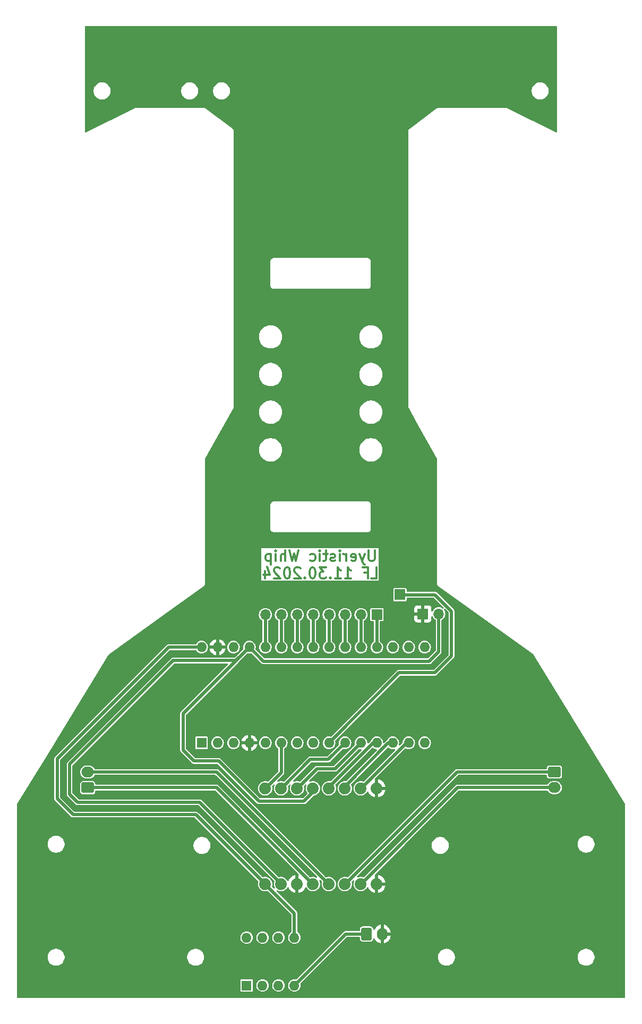
<source format=gbr>
%TF.GenerationSoftware,KiCad,Pcbnew,8.0.6*%
%TF.CreationDate,2025-02-20T18:25:40+08:00*%
%TF.ProjectId,uyLy_LFChassis,75794c79-5f4c-4464-9368-61737369732e,rev?*%
%TF.SameCoordinates,Original*%
%TF.FileFunction,Copper,L2,Bot*%
%TF.FilePolarity,Positive*%
%FSLAX46Y46*%
G04 Gerber Fmt 4.6, Leading zero omitted, Abs format (unit mm)*
G04 Created by KiCad (PCBNEW 8.0.6) date 2025-02-20 18:25:40*
%MOMM*%
%LPD*%
G01*
G04 APERTURE LIST*
G04 Aperture macros list*
%AMRoundRect*
0 Rectangle with rounded corners*
0 $1 Rounding radius*
0 $2 $3 $4 $5 $6 $7 $8 $9 X,Y pos of 4 corners*
0 Add a 4 corners polygon primitive as box body*
4,1,4,$2,$3,$4,$5,$6,$7,$8,$9,$2,$3,0*
0 Add four circle primitives for the rounded corners*
1,1,$1+$1,$2,$3*
1,1,$1+$1,$4,$5*
1,1,$1+$1,$6,$7*
1,1,$1+$1,$8,$9*
0 Add four rect primitives between the rounded corners*
20,1,$1+$1,$2,$3,$4,$5,0*
20,1,$1+$1,$4,$5,$6,$7,0*
20,1,$1+$1,$6,$7,$8,$9,0*
20,1,$1+$1,$8,$9,$2,$3,0*%
G04 Aperture macros list end*
%ADD10C,0.300000*%
%TA.AperFunction,NonConductor*%
%ADD11C,0.300000*%
%TD*%
%TA.AperFunction,ComponentPad*%
%ADD12RoundRect,0.250000X-0.750000X0.600000X-0.750000X-0.600000X0.750000X-0.600000X0.750000X0.600000X0*%
%TD*%
%TA.AperFunction,ComponentPad*%
%ADD13O,2.000000X1.700000*%
%TD*%
%TA.AperFunction,ComponentPad*%
%ADD14RoundRect,0.250000X-0.600000X-0.750000X0.600000X-0.750000X0.600000X0.750000X-0.600000X0.750000X0*%
%TD*%
%TA.AperFunction,ComponentPad*%
%ADD15O,1.700000X2.000000*%
%TD*%
%TA.AperFunction,ComponentPad*%
%ADD16R,1.700000X1.700000*%
%TD*%
%TA.AperFunction,ComponentPad*%
%ADD17R,1.600000X1.600000*%
%TD*%
%TA.AperFunction,ComponentPad*%
%ADD18O,1.600000X1.600000*%
%TD*%
%TA.AperFunction,ComponentPad*%
%ADD19O,1.700000X1.700000*%
%TD*%
%TA.AperFunction,ComponentPad*%
%ADD20RoundRect,0.250000X0.750000X-0.600000X0.750000X0.600000X-0.750000X0.600000X-0.750000X-0.600000X0*%
%TD*%
%TA.AperFunction,ComponentPad*%
%ADD21C,1.879600*%
%TD*%
%TA.AperFunction,Conductor*%
%ADD22C,0.508000*%
%TD*%
%TA.AperFunction,Conductor*%
%ADD23C,0.318000*%
%TD*%
G04 APERTURE END LIST*
D10*
D11*
X305251904Y-211409448D02*
X305251904Y-212785638D01*
X305251904Y-212785638D02*
X305170951Y-212947543D01*
X305170951Y-212947543D02*
X305089999Y-213028496D01*
X305089999Y-213028496D02*
X304928094Y-213109448D01*
X304928094Y-213109448D02*
X304604285Y-213109448D01*
X304604285Y-213109448D02*
X304442380Y-213028496D01*
X304442380Y-213028496D02*
X304361427Y-212947543D01*
X304361427Y-212947543D02*
X304280475Y-212785638D01*
X304280475Y-212785638D02*
X304280475Y-211409448D01*
X303632856Y-211976115D02*
X303228094Y-213109448D01*
X302823333Y-211976115D02*
X303228094Y-213109448D01*
X303228094Y-213109448D02*
X303389999Y-213514210D01*
X303389999Y-213514210D02*
X303470952Y-213595162D01*
X303470952Y-213595162D02*
X303632856Y-213676115D01*
X301528095Y-213028496D02*
X301689999Y-213109448D01*
X301689999Y-213109448D02*
X302013809Y-213109448D01*
X302013809Y-213109448D02*
X302175714Y-213028496D01*
X302175714Y-213028496D02*
X302256666Y-212866591D01*
X302256666Y-212866591D02*
X302256666Y-212218972D01*
X302256666Y-212218972D02*
X302175714Y-212057067D01*
X302175714Y-212057067D02*
X302013809Y-211976115D01*
X302013809Y-211976115D02*
X301689999Y-211976115D01*
X301689999Y-211976115D02*
X301528095Y-212057067D01*
X301528095Y-212057067D02*
X301447142Y-212218972D01*
X301447142Y-212218972D02*
X301447142Y-212380876D01*
X301447142Y-212380876D02*
X302256666Y-212542781D01*
X300718571Y-213109448D02*
X300718571Y-211976115D01*
X300718571Y-212299924D02*
X300637618Y-212138019D01*
X300637618Y-212138019D02*
X300556666Y-212057067D01*
X300556666Y-212057067D02*
X300394761Y-211976115D01*
X300394761Y-211976115D02*
X300232856Y-211976115D01*
X299666190Y-213109448D02*
X299666190Y-211976115D01*
X299666190Y-211409448D02*
X299747142Y-211490400D01*
X299747142Y-211490400D02*
X299666190Y-211571353D01*
X299666190Y-211571353D02*
X299585237Y-211490400D01*
X299585237Y-211490400D02*
X299666190Y-211409448D01*
X299666190Y-211409448D02*
X299666190Y-211571353D01*
X298937618Y-213028496D02*
X298775713Y-213109448D01*
X298775713Y-213109448D02*
X298451904Y-213109448D01*
X298451904Y-213109448D02*
X298289999Y-213028496D01*
X298289999Y-213028496D02*
X298209047Y-212866591D01*
X298209047Y-212866591D02*
X298209047Y-212785638D01*
X298209047Y-212785638D02*
X298289999Y-212623734D01*
X298289999Y-212623734D02*
X298451904Y-212542781D01*
X298451904Y-212542781D02*
X298694761Y-212542781D01*
X298694761Y-212542781D02*
X298856666Y-212461829D01*
X298856666Y-212461829D02*
X298937618Y-212299924D01*
X298937618Y-212299924D02*
X298937618Y-212218972D01*
X298937618Y-212218972D02*
X298856666Y-212057067D01*
X298856666Y-212057067D02*
X298694761Y-211976115D01*
X298694761Y-211976115D02*
X298451904Y-211976115D01*
X298451904Y-211976115D02*
X298289999Y-212057067D01*
X297723333Y-211976115D02*
X297075714Y-211976115D01*
X297480476Y-211409448D02*
X297480476Y-212866591D01*
X297480476Y-212866591D02*
X297399523Y-213028496D01*
X297399523Y-213028496D02*
X297237618Y-213109448D01*
X297237618Y-213109448D02*
X297075714Y-213109448D01*
X296509047Y-213109448D02*
X296509047Y-211976115D01*
X296509047Y-211409448D02*
X296589999Y-211490400D01*
X296589999Y-211490400D02*
X296509047Y-211571353D01*
X296509047Y-211571353D02*
X296428094Y-211490400D01*
X296428094Y-211490400D02*
X296509047Y-211409448D01*
X296509047Y-211409448D02*
X296509047Y-211571353D01*
X294970951Y-213028496D02*
X295132856Y-213109448D01*
X295132856Y-213109448D02*
X295456665Y-213109448D01*
X295456665Y-213109448D02*
X295618570Y-213028496D01*
X295618570Y-213028496D02*
X295699523Y-212947543D01*
X295699523Y-212947543D02*
X295780475Y-212785638D01*
X295780475Y-212785638D02*
X295780475Y-212299924D01*
X295780475Y-212299924D02*
X295699523Y-212138019D01*
X295699523Y-212138019D02*
X295618570Y-212057067D01*
X295618570Y-212057067D02*
X295456665Y-211976115D01*
X295456665Y-211976115D02*
X295132856Y-211976115D01*
X295132856Y-211976115D02*
X294970951Y-212057067D01*
X293109046Y-211409448D02*
X292704284Y-213109448D01*
X292704284Y-213109448D02*
X292380475Y-211895162D01*
X292380475Y-211895162D02*
X292056665Y-213109448D01*
X292056665Y-213109448D02*
X291651904Y-211409448D01*
X291004285Y-213109448D02*
X291004285Y-211409448D01*
X290275713Y-213109448D02*
X290275713Y-212218972D01*
X290275713Y-212218972D02*
X290356666Y-212057067D01*
X290356666Y-212057067D02*
X290518570Y-211976115D01*
X290518570Y-211976115D02*
X290761427Y-211976115D01*
X290761427Y-211976115D02*
X290923332Y-212057067D01*
X290923332Y-212057067D02*
X291004285Y-212138019D01*
X289466190Y-213109448D02*
X289466190Y-211976115D01*
X289466190Y-211409448D02*
X289547142Y-211490400D01*
X289547142Y-211490400D02*
X289466190Y-211571353D01*
X289466190Y-211571353D02*
X289385237Y-211490400D01*
X289385237Y-211490400D02*
X289466190Y-211409448D01*
X289466190Y-211409448D02*
X289466190Y-211571353D01*
X288656666Y-211976115D02*
X288656666Y-213676115D01*
X288656666Y-212057067D02*
X288494761Y-211976115D01*
X288494761Y-211976115D02*
X288170951Y-211976115D01*
X288170951Y-211976115D02*
X288009047Y-212057067D01*
X288009047Y-212057067D02*
X287928094Y-212138019D01*
X287928094Y-212138019D02*
X287847142Y-212299924D01*
X287847142Y-212299924D02*
X287847142Y-212785638D01*
X287847142Y-212785638D02*
X287928094Y-212947543D01*
X287928094Y-212947543D02*
X288009047Y-213028496D01*
X288009047Y-213028496D02*
X288170951Y-213109448D01*
X288170951Y-213109448D02*
X288494761Y-213109448D01*
X288494761Y-213109448D02*
X288656666Y-213028496D01*
X304725715Y-215846353D02*
X305535239Y-215846353D01*
X305535239Y-215846353D02*
X305535239Y-214146353D01*
X303592382Y-214955877D02*
X304159049Y-214955877D01*
X304159049Y-215846353D02*
X304159049Y-214146353D01*
X304159049Y-214146353D02*
X303349525Y-214146353D01*
X300516191Y-215846353D02*
X301487620Y-215846353D01*
X301001906Y-215846353D02*
X301001906Y-214146353D01*
X301001906Y-214146353D02*
X301163810Y-214389210D01*
X301163810Y-214389210D02*
X301325715Y-214551115D01*
X301325715Y-214551115D02*
X301487620Y-214632067D01*
X298897143Y-215846353D02*
X299868572Y-215846353D01*
X299382858Y-215846353D02*
X299382858Y-214146353D01*
X299382858Y-214146353D02*
X299544762Y-214389210D01*
X299544762Y-214389210D02*
X299706667Y-214551115D01*
X299706667Y-214551115D02*
X299868572Y-214632067D01*
X298168572Y-215684448D02*
X298087619Y-215765401D01*
X298087619Y-215765401D02*
X298168572Y-215846353D01*
X298168572Y-215846353D02*
X298249524Y-215765401D01*
X298249524Y-215765401D02*
X298168572Y-215684448D01*
X298168572Y-215684448D02*
X298168572Y-215846353D01*
X297520952Y-214146353D02*
X296468571Y-214146353D01*
X296468571Y-214146353D02*
X297035238Y-214793972D01*
X297035238Y-214793972D02*
X296792381Y-214793972D01*
X296792381Y-214793972D02*
X296630476Y-214874924D01*
X296630476Y-214874924D02*
X296549524Y-214955877D01*
X296549524Y-214955877D02*
X296468571Y-215117781D01*
X296468571Y-215117781D02*
X296468571Y-215522543D01*
X296468571Y-215522543D02*
X296549524Y-215684448D01*
X296549524Y-215684448D02*
X296630476Y-215765401D01*
X296630476Y-215765401D02*
X296792381Y-215846353D01*
X296792381Y-215846353D02*
X297278095Y-215846353D01*
X297278095Y-215846353D02*
X297440000Y-215765401D01*
X297440000Y-215765401D02*
X297520952Y-215684448D01*
X295416190Y-214146353D02*
X295254285Y-214146353D01*
X295254285Y-214146353D02*
X295092381Y-214227305D01*
X295092381Y-214227305D02*
X295011428Y-214308258D01*
X295011428Y-214308258D02*
X294930476Y-214470162D01*
X294930476Y-214470162D02*
X294849523Y-214793972D01*
X294849523Y-214793972D02*
X294849523Y-215198734D01*
X294849523Y-215198734D02*
X294930476Y-215522543D01*
X294930476Y-215522543D02*
X295011428Y-215684448D01*
X295011428Y-215684448D02*
X295092381Y-215765401D01*
X295092381Y-215765401D02*
X295254285Y-215846353D01*
X295254285Y-215846353D02*
X295416190Y-215846353D01*
X295416190Y-215846353D02*
X295578095Y-215765401D01*
X295578095Y-215765401D02*
X295659047Y-215684448D01*
X295659047Y-215684448D02*
X295740000Y-215522543D01*
X295740000Y-215522543D02*
X295820952Y-215198734D01*
X295820952Y-215198734D02*
X295820952Y-214793972D01*
X295820952Y-214793972D02*
X295740000Y-214470162D01*
X295740000Y-214470162D02*
X295659047Y-214308258D01*
X295659047Y-214308258D02*
X295578095Y-214227305D01*
X295578095Y-214227305D02*
X295416190Y-214146353D01*
X294120952Y-215684448D02*
X294039999Y-215765401D01*
X294039999Y-215765401D02*
X294120952Y-215846353D01*
X294120952Y-215846353D02*
X294201904Y-215765401D01*
X294201904Y-215765401D02*
X294120952Y-215684448D01*
X294120952Y-215684448D02*
X294120952Y-215846353D01*
X293392380Y-214308258D02*
X293311428Y-214227305D01*
X293311428Y-214227305D02*
X293149523Y-214146353D01*
X293149523Y-214146353D02*
X292744761Y-214146353D01*
X292744761Y-214146353D02*
X292582856Y-214227305D01*
X292582856Y-214227305D02*
X292501904Y-214308258D01*
X292501904Y-214308258D02*
X292420951Y-214470162D01*
X292420951Y-214470162D02*
X292420951Y-214632067D01*
X292420951Y-214632067D02*
X292501904Y-214874924D01*
X292501904Y-214874924D02*
X293473332Y-215846353D01*
X293473332Y-215846353D02*
X292420951Y-215846353D01*
X291368570Y-214146353D02*
X291206665Y-214146353D01*
X291206665Y-214146353D02*
X291044761Y-214227305D01*
X291044761Y-214227305D02*
X290963808Y-214308258D01*
X290963808Y-214308258D02*
X290882856Y-214470162D01*
X290882856Y-214470162D02*
X290801903Y-214793972D01*
X290801903Y-214793972D02*
X290801903Y-215198734D01*
X290801903Y-215198734D02*
X290882856Y-215522543D01*
X290882856Y-215522543D02*
X290963808Y-215684448D01*
X290963808Y-215684448D02*
X291044761Y-215765401D01*
X291044761Y-215765401D02*
X291206665Y-215846353D01*
X291206665Y-215846353D02*
X291368570Y-215846353D01*
X291368570Y-215846353D02*
X291530475Y-215765401D01*
X291530475Y-215765401D02*
X291611427Y-215684448D01*
X291611427Y-215684448D02*
X291692380Y-215522543D01*
X291692380Y-215522543D02*
X291773332Y-215198734D01*
X291773332Y-215198734D02*
X291773332Y-214793972D01*
X291773332Y-214793972D02*
X291692380Y-214470162D01*
X291692380Y-214470162D02*
X291611427Y-214308258D01*
X291611427Y-214308258D02*
X291530475Y-214227305D01*
X291530475Y-214227305D02*
X291368570Y-214146353D01*
X290154284Y-214308258D02*
X290073332Y-214227305D01*
X290073332Y-214227305D02*
X289911427Y-214146353D01*
X289911427Y-214146353D02*
X289506665Y-214146353D01*
X289506665Y-214146353D02*
X289344760Y-214227305D01*
X289344760Y-214227305D02*
X289263808Y-214308258D01*
X289263808Y-214308258D02*
X289182855Y-214470162D01*
X289182855Y-214470162D02*
X289182855Y-214632067D01*
X289182855Y-214632067D02*
X289263808Y-214874924D01*
X289263808Y-214874924D02*
X290235236Y-215846353D01*
X290235236Y-215846353D02*
X289182855Y-215846353D01*
X287725712Y-214713020D02*
X287725712Y-215846353D01*
X288130474Y-214065401D02*
X288535236Y-215279686D01*
X288535236Y-215279686D02*
X287482855Y-215279686D01*
D12*
%TO.P,J2,1,Pin_1*%
%TO.N,MOTORB2*%
X333900000Y-246700000D03*
D13*
%TO.P,J2,2,Pin_2*%
%TO.N,MOTORB1*%
X333900000Y-249200000D03*
%TD*%
D14*
%TO.P,J4,1,Pin_1*%
%TO.N,7.4V*%
X303950000Y-272500000D03*
D15*
%TO.P,J4,2,Pin_2*%
%TO.N,GND*%
X306450000Y-272500000D03*
%TD*%
D16*
%TO.P,J6,1,Pin_1*%
%TO.N,LED_CTRL*%
X309275000Y-218450000D03*
%TD*%
D17*
%TO.P,SW1,1*%
%TO.N,unconnected-(SW1-Pad1)*%
X284830000Y-280700000D03*
D18*
%TO.P,SW1,2*%
%TO.N,unconnected-(SW1-Pad2)*%
X287370000Y-280700000D03*
%TO.P,SW1,3*%
%TO.N,unconnected-(SW1-Pad3)*%
X289910000Y-280700000D03*
%TO.P,SW1,4*%
%TO.N,7.4V*%
X292450000Y-280700000D03*
%TO.P,SW1,5*%
%TO.N,7.4V_SW*%
X292450000Y-273080000D03*
%TO.P,SW1,6*%
%TO.N,unconnected-(SW1-Pad6)*%
X289910000Y-273080000D03*
%TO.P,SW1,7*%
%TO.N,unconnected-(SW1-Pad7)*%
X287370000Y-273080000D03*
%TO.P,SW1,8*%
%TO.N,unconnected-(SW1-Pad8)*%
X284830000Y-273080000D03*
%TD*%
D16*
%TO.P,J5,1,Pin_1*%
%TO.N,GND*%
X312925000Y-221525000D03*
D19*
%TO.P,J5,2,Pin_2*%
%TO.N,5V*%
X315465000Y-221525000D03*
%TD*%
D17*
%TO.P,A1,1,D1/TX*%
%TO.N,unconnected-(A1-D1{slash}TX-Pad1)*%
X277650000Y-242060000D03*
D18*
%TO.P,A1,2,D0/RX*%
%TO.N,unconnected-(A1-D0{slash}RX-Pad2)*%
X280190000Y-242060000D03*
%TO.P,A1,3,~{RESET}*%
%TO.N,unconnected-(A1-~{RESET}-Pad3)*%
X282730000Y-242060000D03*
%TO.P,A1,4,GND*%
%TO.N,GND*%
X285270000Y-242060000D03*
%TO.P,A1,5,D2*%
%TO.N,unconnected-(A1-D2-Pad5)*%
X287810000Y-242060000D03*
%TO.P,A1,6,D3*%
%TO.N,PWMA*%
X290350000Y-242060000D03*
%TO.P,A1,7,D4*%
%TO.N,unconnected-(A1-D4-Pad7)*%
X292890000Y-242060000D03*
%TO.P,A1,8,D5*%
%TO.N,unconnected-(A1-D5-Pad8)*%
X295430000Y-242060000D03*
%TO.P,A1,9,D6*%
%TO.N,LED_CTRL*%
X297970000Y-242060000D03*
%TO.P,A1,10,D7*%
%TO.N,AIN2*%
X300510000Y-242060000D03*
%TO.P,A1,11,D8*%
%TO.N,AIN1*%
X303050000Y-242060000D03*
%TO.P,A1,12,D9*%
%TO.N,BIN1*%
X305590000Y-242060000D03*
%TO.P,A1,13,D10*%
%TO.N,BIN2*%
X308130000Y-242060000D03*
%TO.P,A1,14,D11*%
%TO.N,PWMB*%
X310670000Y-242060000D03*
%TO.P,A1,15,D12*%
%TO.N,unconnected-(A1-D12-Pad15)*%
X313210000Y-242060000D03*
%TO.P,A1,16,D13*%
%TO.N,unconnected-(A1-D13-Pad16)*%
X313210000Y-226820000D03*
%TO.P,A1,17,3V3*%
%TO.N,unconnected-(A1-3V3-Pad17)*%
X310670000Y-226820000D03*
%TO.P,A1,18,AREF*%
%TO.N,unconnected-(A1-AREF-Pad18)*%
X308130000Y-226820000D03*
%TO.P,A1,19,A0*%
%TO.N,SENSOR8*%
X305590000Y-226820000D03*
%TO.P,A1,20,A1*%
%TO.N,SENSOR7*%
X303050000Y-226820000D03*
%TO.P,A1,21,A2*%
%TO.N,SENSOR6*%
X300510000Y-226820000D03*
%TO.P,A1,22,A3*%
%TO.N,SENSOR5*%
X297970000Y-226820000D03*
%TO.P,A1,23,A4*%
%TO.N,SENSOR4*%
X295430000Y-226820000D03*
%TO.P,A1,24,A5*%
%TO.N,SENSOR3*%
X292890000Y-226820000D03*
%TO.P,A1,25,A6*%
%TO.N,SENSOR2*%
X290350000Y-226820000D03*
%TO.P,A1,26,A7*%
%TO.N,SENSOR1*%
X287810000Y-226820000D03*
%TO.P,A1,27,+5V*%
%TO.N,5V*%
X285270000Y-226820000D03*
%TO.P,A1,28,~{RESET}*%
%TO.N,unconnected-(A1-~{RESET}-Pad28)*%
X282730000Y-226820000D03*
%TO.P,A1,29,GND*%
%TO.N,GND*%
X280190000Y-226820000D03*
%TO.P,A1,30,VIN*%
%TO.N,7.4V_SW*%
X277650000Y-226820000D03*
%TD*%
D20*
%TO.P,J3,1,Pin_1*%
%TO.N,MOTORA1*%
X259500000Y-249200000D03*
D13*
%TO.P,J3,2,Pin_2*%
%TO.N,MOTORA2*%
X259500000Y-246700000D03*
%TD*%
D16*
%TO.P,J1,1,Pin_1*%
%TO.N,SENSOR8*%
X305610000Y-221650000D03*
D19*
%TO.P,J1,2,Pin_2*%
%TO.N,SENSOR7*%
X303070000Y-221650000D03*
%TO.P,J1,3,Pin_3*%
%TO.N,SENSOR6*%
X300530000Y-221650000D03*
%TO.P,J1,4,Pin_4*%
%TO.N,SENSOR5*%
X297990000Y-221650000D03*
%TO.P,J1,5,Pin_5*%
%TO.N,SENSOR4*%
X295450000Y-221650000D03*
%TO.P,J1,6,Pin_6*%
%TO.N,SENSOR3*%
X292910000Y-221650000D03*
%TO.P,J1,7,Pin_7*%
%TO.N,SENSOR2*%
X290370000Y-221650000D03*
%TO.P,J1,8,Pin_8*%
%TO.N,SENSOR1*%
X287830000Y-221650000D03*
%TD*%
D21*
%TO.P,U1,1,VM*%
%TO.N,7.4V_SW*%
X287785000Y-264540000D03*
%TO.P,U1,2,VCC*%
%TO.N,5V*%
X290325000Y-264540000D03*
%TO.P,U1,3,GND*%
%TO.N,GND*%
X292865000Y-264540000D03*
%TO.P,U1,4,A01*%
%TO.N,MOTORA1*%
X295405000Y-264540000D03*
%TO.P,U1,5,A02*%
%TO.N,MOTORA2*%
X297945000Y-264540000D03*
%TO.P,U1,6,B02*%
%TO.N,MOTORB2*%
X300485000Y-264540000D03*
%TO.P,U1,7,B01*%
%TO.N,MOTORB1*%
X303025000Y-264540000D03*
%TO.P,U1,8,GND*%
%TO.N,GND*%
X305565000Y-264540000D03*
%TO.P,U1,9,GND*%
X305565000Y-249300000D03*
%TO.P,U1,10,PWMB*%
%TO.N,PWMB*%
X303025000Y-249300000D03*
%TO.P,U1,11,BIN2*%
%TO.N,BIN2*%
X300485000Y-249300000D03*
%TO.P,U1,12,BIN1*%
%TO.N,BIN1*%
X297945000Y-249300000D03*
%TO.P,U1,13,STBY*%
%TO.N,5V*%
X295405000Y-249300000D03*
%TO.P,U1,14,AIN1*%
%TO.N,AIN1*%
X292865000Y-249300000D03*
%TO.P,U1,15,AIN1*%
%TO.N,AIN2*%
X290325000Y-249300000D03*
%TO.P,U1,16,PWMA*%
%TO.N,PWMA*%
X287785000Y-249300000D03*
%TD*%
D22*
%TO.N,PWMB*%
X310670000Y-242060000D02*
X310325000Y-242060000D01*
X310325000Y-242060000D02*
X303085000Y-249300000D01*
%TO.N,BIN2*%
X307440000Y-242060000D02*
X300545000Y-248955000D01*
X308130000Y-242060000D02*
X307440000Y-242060000D01*
X300545000Y-248955000D02*
X300545000Y-249300000D01*
D23*
%TO.N,SENSOR8*%
X305590000Y-221670000D02*
X305610000Y-221650000D01*
D22*
X305590000Y-226820000D02*
X305590000Y-221670000D01*
D23*
X305625000Y-226785000D02*
X305590000Y-226820000D01*
X305590000Y-220980000D02*
X305610000Y-220960000D01*
D22*
%TO.N,AIN2*%
X300510000Y-242060000D02*
X297870000Y-244700000D01*
X297870000Y-244700000D02*
X294985000Y-244700000D01*
X294985000Y-244700000D02*
X290385000Y-249300000D01*
%TO.N,SENSOR7*%
X303050000Y-226820000D02*
X303050000Y-221670000D01*
D23*
X303050000Y-220980000D02*
X303070000Y-220960000D01*
X303050000Y-221670000D02*
X303070000Y-221650000D01*
D22*
%TO.N,PWMA*%
X290350000Y-246795000D02*
X287845000Y-249300000D01*
X290350000Y-242060000D02*
X290350000Y-246795000D01*
%TO.N,SENSOR4*%
X295430000Y-226820000D02*
X295430000Y-221670000D01*
D23*
X295430000Y-221670000D02*
X295450000Y-221650000D01*
X295430000Y-220980000D02*
X295450000Y-220960000D01*
%TO.N,SENSOR3*%
X292890000Y-220980000D02*
X292910000Y-220960000D01*
X292890000Y-221670000D02*
X292910000Y-221650000D01*
D22*
X292890000Y-226820000D02*
X292890000Y-221670000D01*
D23*
%TO.N,SENSOR1*%
X287810000Y-221670000D02*
X287830000Y-221650000D01*
X287810000Y-220980000D02*
X287830000Y-220960000D01*
D22*
X287810000Y-226820000D02*
X287810000Y-221670000D01*
%TO.N,SENSOR5*%
X297970000Y-226820000D02*
X297970000Y-221670000D01*
D23*
X297970000Y-220980000D02*
X297990000Y-220960000D01*
X297970000Y-221670000D02*
X297990000Y-221650000D01*
%TO.N,SENSOR6*%
X300510000Y-221670000D02*
X300530000Y-221650000D01*
D22*
X300510000Y-226820000D02*
X300510000Y-221670000D01*
D23*
X300510000Y-220980000D02*
X300530000Y-220960000D01*
D22*
%TO.N,AIN1*%
X303050000Y-242060000D02*
X298910000Y-246200000D01*
X296025000Y-246200000D02*
X292925000Y-249300000D01*
X298910000Y-246200000D02*
X296025000Y-246200000D01*
%TO.N,5V*%
X273125000Y-228950000D02*
X283140000Y-228950000D01*
X290385000Y-264540000D02*
X290385000Y-264535000D01*
X287525000Y-229075000D02*
X285270000Y-226820000D01*
X315465000Y-221525000D02*
X315450000Y-221540000D01*
X315450000Y-227575000D02*
X313950000Y-229075000D01*
X295465000Y-249860000D02*
X293975000Y-251350000D01*
X315450000Y-221540000D02*
X315450000Y-227575000D01*
X295465000Y-249300000D02*
X295465000Y-249860000D01*
X274700000Y-237390000D02*
X285270000Y-226820000D01*
X256600000Y-250225000D02*
X256600000Y-245475000D01*
X277375000Y-251525000D02*
X257900000Y-251525000D01*
X290385000Y-264535000D02*
X277375000Y-251525000D01*
X293975000Y-251350000D02*
X286800000Y-251350000D01*
X256600000Y-245475000D02*
X273125000Y-228950000D01*
X313950000Y-229075000D02*
X287525000Y-229075000D01*
X283140000Y-228950000D02*
X285270000Y-226820000D01*
X280400000Y-244950000D02*
X276450000Y-244950000D01*
X257900000Y-251525000D02*
X256600000Y-250225000D01*
X274700000Y-243200000D02*
X274700000Y-237390000D01*
X276450000Y-244950000D02*
X274700000Y-243200000D01*
X286800000Y-251350000D02*
X280400000Y-244950000D01*
%TO.N,BIN1*%
X305590000Y-242060000D02*
X304990000Y-242060000D01*
X304990000Y-242060000D02*
X298005000Y-249045000D01*
X298005000Y-249045000D02*
X298005000Y-249300000D01*
%TO.N,LED_CTRL*%
X309335000Y-218475000D02*
X314875000Y-218475000D01*
X317500000Y-228225000D02*
X314825000Y-230900000D01*
X317500000Y-221100000D02*
X317500000Y-228225000D01*
X314875000Y-218475000D02*
X317500000Y-221100000D01*
X309130000Y-230900000D02*
X297970000Y-242060000D01*
X314825000Y-230900000D02*
X309130000Y-230900000D01*
D23*
%TO.N,SENSOR2*%
X290350000Y-220980000D02*
X290370000Y-220960000D01*
D22*
X290350000Y-226820000D02*
X290350000Y-221670000D01*
D23*
X290350000Y-221670000D02*
X290370000Y-221650000D01*
D22*
%TO.N,7.4V*%
X292450000Y-280700000D02*
X300650000Y-272500000D01*
X300650000Y-272500000D02*
X303950000Y-272500000D01*
%TO.N,MOTORA1*%
X280025000Y-249200000D02*
X259500000Y-249200000D01*
X295365000Y-264540000D02*
X280025000Y-249200000D01*
X295465000Y-264540000D02*
X295365000Y-264540000D01*
%TO.N,MOTORA2*%
X297915000Y-264540000D02*
X297945000Y-264540000D01*
X280075000Y-246700000D02*
X297915000Y-264540000D01*
X259500000Y-246700000D02*
X280075000Y-246700000D01*
%TO.N,MOTORB1*%
X303110000Y-264540000D02*
X318450000Y-249200000D01*
X318450000Y-249200000D02*
X333900000Y-249200000D01*
X303085000Y-264540000D02*
X303110000Y-264540000D01*
%TO.N,MOTORB2*%
X318385000Y-246700000D02*
X300545000Y-264540000D01*
X333900000Y-246700000D02*
X318385000Y-246700000D01*
%TO.N,7.4V_SW*%
X292450000Y-269205000D02*
X287785000Y-264540000D01*
X287785000Y-264510000D02*
X276750000Y-253475000D01*
X276750000Y-253475000D02*
X257150000Y-253475000D01*
X254625000Y-250950000D02*
X254625000Y-244625000D01*
X254625000Y-244625000D02*
X272430000Y-226820000D01*
X272430000Y-226820000D02*
X277650000Y-226820000D01*
X292450000Y-269205000D02*
X292450000Y-273080000D01*
X287785000Y-264540000D02*
X287785000Y-264510000D01*
X257150000Y-253475000D02*
X254625000Y-250950000D01*
%TD*%
%TA.AperFunction,Conductor*%
%TO.N,GND*%
G36*
X334225583Y-127950090D02*
G01*
X334292608Y-127969819D01*
X334338328Y-128022652D01*
X334349500Y-128074090D01*
X334349500Y-144764538D01*
X334329815Y-144831577D01*
X334277011Y-144877332D01*
X334207853Y-144887276D01*
X334170046Y-144875447D01*
X326440572Y-141010710D01*
X326434038Y-141007194D01*
X326393186Y-140983608D01*
X326393185Y-140983607D01*
X326393184Y-140983607D01*
X326393180Y-140983605D01*
X326390615Y-140982918D01*
X326367268Y-140974057D01*
X326364896Y-140972871D01*
X326364893Y-140972870D01*
X326318680Y-140963413D01*
X326311452Y-140961707D01*
X326304696Y-140959896D01*
X326265895Y-140949500D01*
X326265892Y-140949500D01*
X326263244Y-140949500D01*
X326238386Y-140946983D01*
X326235785Y-140946450D01*
X326188705Y-140949277D01*
X326181275Y-140949500D01*
X315494957Y-140949500D01*
X315477196Y-140948221D01*
X315456481Y-140945223D01*
X315427696Y-140948637D01*
X315413092Y-140949500D01*
X315384106Y-140949500D01*
X315363880Y-140954919D01*
X315346403Y-140958278D01*
X315325617Y-140960744D01*
X315325613Y-140960745D01*
X315298692Y-140971493D01*
X315284812Y-140976105D01*
X315256820Y-140983605D01*
X315256807Y-140983611D01*
X315238674Y-140994079D01*
X315222665Y-141001846D01*
X315203233Y-141009605D01*
X315203220Y-141009612D01*
X315180000Y-141026959D01*
X315167795Y-141035002D01*
X315142684Y-141049501D01*
X315127883Y-141064302D01*
X315114421Y-141075956D01*
X310830004Y-144276956D01*
X310817793Y-144285003D01*
X310792686Y-144299500D01*
X310777879Y-144314306D01*
X310764426Y-144325951D01*
X310747655Y-144338482D01*
X310747647Y-144338490D01*
X310729713Y-144361250D01*
X310720003Y-144372181D01*
X310699500Y-144392685D01*
X310689032Y-144410815D01*
X310679050Y-144425549D01*
X310666090Y-144441998D01*
X310666086Y-144442004D01*
X310654649Y-144468642D01*
X310648098Y-144481714D01*
X310633610Y-144506810D01*
X310633606Y-144506820D01*
X310628190Y-144527032D01*
X310622360Y-144543851D01*
X310614102Y-144563086D01*
X310614099Y-144563097D01*
X310609947Y-144591782D01*
X310607001Y-144606108D01*
X310599501Y-144634100D01*
X310599500Y-144634108D01*
X310599500Y-144655043D01*
X310598221Y-144672804D01*
X310595223Y-144693515D01*
X310595223Y-144693521D01*
X310598637Y-144722301D01*
X310599500Y-144736906D01*
X310599500Y-188445304D01*
X310599486Y-188447159D01*
X310598569Y-188508399D01*
X310598667Y-188509236D01*
X310598701Y-188509832D01*
X310598884Y-188511221D01*
X310599104Y-188512990D01*
X310599277Y-188514474D01*
X310599391Y-188515070D01*
X310599498Y-188515889D01*
X310615341Y-188575015D01*
X310615807Y-188576806D01*
X310630772Y-188636191D01*
X310631087Y-188636984D01*
X310631281Y-188637571D01*
X310631830Y-188638895D01*
X310632524Y-188640606D01*
X310633015Y-188641843D01*
X310633272Y-188642375D01*
X310633607Y-188643183D01*
X310633608Y-188643186D01*
X310664227Y-188696220D01*
X310664241Y-188696244D01*
X310665155Y-188697856D01*
X311834059Y-190794260D01*
X315183802Y-196801951D01*
X315199500Y-196862337D01*
X315199500Y-216668335D01*
X315198865Y-216680871D01*
X315195402Y-216714946D01*
X315195402Y-216714948D01*
X315197906Y-216730411D01*
X315199500Y-216750230D01*
X315199500Y-216765893D01*
X315208361Y-216798966D01*
X315210990Y-216811233D01*
X315216463Y-216845033D01*
X315216464Y-216845034D01*
X315216464Y-216845035D01*
X315216465Y-216845037D01*
X315218830Y-216850300D01*
X315222884Y-216859323D01*
X315229552Y-216878050D01*
X315233607Y-216893186D01*
X315233608Y-216893187D01*
X315250726Y-216922836D01*
X315256443Y-216934009D01*
X315270479Y-216965243D01*
X315280380Y-216977385D01*
X315291663Y-216993741D01*
X315299500Y-217007314D01*
X315323717Y-217031531D01*
X315332125Y-217040837D01*
X315353765Y-217067373D01*
X315366474Y-217076540D01*
X315381608Y-217089422D01*
X315392686Y-217100500D01*
X315422074Y-217117467D01*
X315422335Y-217117618D01*
X315432876Y-217124437D01*
X330555896Y-228032845D01*
X330588998Y-228068486D01*
X332630849Y-231390819D01*
X345181143Y-251811635D01*
X345199500Y-251876561D01*
X345199500Y-282575500D01*
X345179815Y-282642539D01*
X345127011Y-282688294D01*
X345075500Y-282699500D01*
X248324500Y-282699500D01*
X248257461Y-282679815D01*
X248211706Y-282627011D01*
X248200500Y-282575500D01*
X248200500Y-279880247D01*
X283829500Y-279880247D01*
X283829500Y-281519752D01*
X283841131Y-281578229D01*
X283841132Y-281578230D01*
X283885447Y-281644552D01*
X283951769Y-281688867D01*
X283951770Y-281688868D01*
X284010247Y-281700499D01*
X284010250Y-281700500D01*
X284010252Y-281700500D01*
X285649750Y-281700500D01*
X285649751Y-281700499D01*
X285664568Y-281697552D01*
X285708229Y-281688868D01*
X285708229Y-281688867D01*
X285708231Y-281688867D01*
X285774552Y-281644552D01*
X285818867Y-281578231D01*
X285818867Y-281578229D01*
X285818868Y-281578229D01*
X285830499Y-281519752D01*
X285830500Y-281519750D01*
X285830500Y-280700000D01*
X286364659Y-280700000D01*
X286383975Y-280896129D01*
X286441188Y-281084733D01*
X286534086Y-281258532D01*
X286534090Y-281258539D01*
X286659116Y-281410883D01*
X286811460Y-281535909D01*
X286811467Y-281535913D01*
X286985266Y-281628811D01*
X286985269Y-281628811D01*
X286985273Y-281628814D01*
X287173868Y-281686024D01*
X287370000Y-281705341D01*
X287566132Y-281686024D01*
X287754727Y-281628814D01*
X287928538Y-281535910D01*
X288080883Y-281410883D01*
X288205910Y-281258538D01*
X288298814Y-281084727D01*
X288356024Y-280896132D01*
X288375341Y-280700000D01*
X288904659Y-280700000D01*
X288923975Y-280896129D01*
X288981188Y-281084733D01*
X289074086Y-281258532D01*
X289074090Y-281258539D01*
X289199116Y-281410883D01*
X289351460Y-281535909D01*
X289351467Y-281535913D01*
X289525266Y-281628811D01*
X289525269Y-281628811D01*
X289525273Y-281628814D01*
X289713868Y-281686024D01*
X289910000Y-281705341D01*
X290106132Y-281686024D01*
X290294727Y-281628814D01*
X290468538Y-281535910D01*
X290620883Y-281410883D01*
X290745910Y-281258538D01*
X290838814Y-281084727D01*
X290896024Y-280896132D01*
X290915341Y-280700000D01*
X291444659Y-280700000D01*
X291463975Y-280896129D01*
X291521188Y-281084733D01*
X291614086Y-281258532D01*
X291614090Y-281258539D01*
X291739116Y-281410883D01*
X291891460Y-281535909D01*
X291891467Y-281535913D01*
X292065266Y-281628811D01*
X292065269Y-281628811D01*
X292065273Y-281628814D01*
X292253868Y-281686024D01*
X292450000Y-281705341D01*
X292646132Y-281686024D01*
X292834727Y-281628814D01*
X293008538Y-281535910D01*
X293160883Y-281410883D01*
X293285910Y-281258538D01*
X293378814Y-281084727D01*
X293436024Y-280896132D01*
X293455341Y-280700000D01*
X293436024Y-280503868D01*
X293423353Y-280462101D01*
X293422729Y-280392236D01*
X293454331Y-280338427D01*
X297699046Y-276093713D01*
X315349500Y-276093713D01*
X315349500Y-276306286D01*
X315382753Y-276516239D01*
X315448444Y-276718414D01*
X315544951Y-276907820D01*
X315669890Y-277079786D01*
X315820213Y-277230109D01*
X315992179Y-277355048D01*
X315992181Y-277355049D01*
X315992184Y-277355051D01*
X316181588Y-277451557D01*
X316383757Y-277517246D01*
X316593713Y-277550500D01*
X316593714Y-277550500D01*
X316806286Y-277550500D01*
X316806287Y-277550500D01*
X317016243Y-277517246D01*
X317218412Y-277451557D01*
X317407816Y-277355051D01*
X317429789Y-277339086D01*
X317579786Y-277230109D01*
X317579788Y-277230106D01*
X317579792Y-277230104D01*
X317730104Y-277079792D01*
X317730106Y-277079788D01*
X317730109Y-277079786D01*
X317855048Y-276907820D01*
X317855047Y-276907820D01*
X317855051Y-276907816D01*
X317951557Y-276718412D01*
X318017246Y-276516243D01*
X318050500Y-276306287D01*
X318050500Y-276093713D01*
X337599500Y-276093713D01*
X337599500Y-276306286D01*
X337632753Y-276516239D01*
X337698444Y-276718414D01*
X337794951Y-276907820D01*
X337919890Y-277079786D01*
X338070213Y-277230109D01*
X338242179Y-277355048D01*
X338242181Y-277355049D01*
X338242184Y-277355051D01*
X338431588Y-277451557D01*
X338633757Y-277517246D01*
X338843713Y-277550500D01*
X338843714Y-277550500D01*
X339056286Y-277550500D01*
X339056287Y-277550500D01*
X339266243Y-277517246D01*
X339468412Y-277451557D01*
X339657816Y-277355051D01*
X339679789Y-277339086D01*
X339829786Y-277230109D01*
X339829788Y-277230106D01*
X339829792Y-277230104D01*
X339980104Y-277079792D01*
X339980106Y-277079788D01*
X339980109Y-277079786D01*
X340105048Y-276907820D01*
X340105047Y-276907820D01*
X340105051Y-276907816D01*
X340201557Y-276718412D01*
X340267246Y-276516243D01*
X340300500Y-276306287D01*
X340300500Y-276093713D01*
X340267246Y-275883757D01*
X340201557Y-275681588D01*
X340105051Y-275492184D01*
X340105049Y-275492181D01*
X340105048Y-275492179D01*
X339980109Y-275320213D01*
X339829786Y-275169890D01*
X339657820Y-275044951D01*
X339468414Y-274948444D01*
X339468413Y-274948443D01*
X339468412Y-274948443D01*
X339266243Y-274882754D01*
X339266241Y-274882753D01*
X339266240Y-274882753D01*
X339104957Y-274857208D01*
X339056287Y-274849500D01*
X338843713Y-274849500D01*
X338795042Y-274857208D01*
X338633760Y-274882753D01*
X338431585Y-274948444D01*
X338242179Y-275044951D01*
X338070213Y-275169890D01*
X337919890Y-275320213D01*
X337794951Y-275492179D01*
X337698444Y-275681585D01*
X337632753Y-275883760D01*
X337599500Y-276093713D01*
X318050500Y-276093713D01*
X318017246Y-275883757D01*
X317951557Y-275681588D01*
X317855051Y-275492184D01*
X317855049Y-275492181D01*
X317855048Y-275492179D01*
X317730109Y-275320213D01*
X317579786Y-275169890D01*
X317407820Y-275044951D01*
X317218414Y-274948444D01*
X317218413Y-274948443D01*
X317218412Y-274948443D01*
X317016243Y-274882754D01*
X317016241Y-274882753D01*
X317016240Y-274882753D01*
X316854957Y-274857208D01*
X316806287Y-274849500D01*
X316593713Y-274849500D01*
X316545042Y-274857208D01*
X316383760Y-274882753D01*
X316181585Y-274948444D01*
X315992179Y-275044951D01*
X315820213Y-275169890D01*
X315669890Y-275320213D01*
X315544951Y-275492179D01*
X315448444Y-275681585D01*
X315382753Y-275883760D01*
X315349500Y-276093713D01*
X297699046Y-276093713D01*
X300801941Y-272990819D01*
X300863264Y-272957334D01*
X300889622Y-272954500D01*
X302775500Y-272954500D01*
X302842539Y-272974185D01*
X302888294Y-273026989D01*
X302899500Y-273078500D01*
X302899500Y-273304269D01*
X302902353Y-273334699D01*
X302902353Y-273334701D01*
X302947206Y-273462880D01*
X302947207Y-273462882D01*
X303027850Y-273572150D01*
X303137118Y-273652793D01*
X303179845Y-273667744D01*
X303265299Y-273697646D01*
X303295730Y-273700500D01*
X303295734Y-273700500D01*
X304604270Y-273700500D01*
X304634699Y-273697646D01*
X304634701Y-273697646D01*
X304698790Y-273675219D01*
X304762882Y-273652793D01*
X304872150Y-273572150D01*
X304952793Y-273462882D01*
X304989648Y-273357557D01*
X304997646Y-273334701D01*
X304997646Y-273334699D01*
X305000500Y-273304269D01*
X305000500Y-273295323D01*
X305020185Y-273228284D01*
X305072989Y-273182529D01*
X305142147Y-273172585D01*
X305205703Y-273201610D01*
X305234985Y-273239028D01*
X305295379Y-273357557D01*
X305420272Y-273529459D01*
X305420276Y-273529464D01*
X305570535Y-273679723D01*
X305570540Y-273679727D01*
X305742442Y-273804620D01*
X305931782Y-273901095D01*
X306133871Y-273966757D01*
X306200000Y-273977231D01*
X306200000Y-272933012D01*
X306257007Y-272965925D01*
X306384174Y-273000000D01*
X306515826Y-273000000D01*
X306642993Y-272965925D01*
X306700000Y-272933012D01*
X306700000Y-273977230D01*
X306766126Y-273966757D01*
X306766129Y-273966757D01*
X306968217Y-273901095D01*
X307157557Y-273804620D01*
X307329459Y-273679727D01*
X307329464Y-273679723D01*
X307479723Y-273529464D01*
X307479727Y-273529459D01*
X307604620Y-273357557D01*
X307701095Y-273168217D01*
X307766757Y-272966130D01*
X307766757Y-272966127D01*
X307800000Y-272756246D01*
X307800000Y-272750000D01*
X306883012Y-272750000D01*
X306915925Y-272692993D01*
X306950000Y-272565826D01*
X306950000Y-272434174D01*
X306915925Y-272307007D01*
X306883012Y-272250000D01*
X307800000Y-272250000D01*
X307800000Y-272243753D01*
X307766757Y-272033872D01*
X307766757Y-272033869D01*
X307701095Y-271831782D01*
X307604620Y-271642442D01*
X307479727Y-271470540D01*
X307479723Y-271470535D01*
X307329464Y-271320276D01*
X307329459Y-271320272D01*
X307157557Y-271195379D01*
X306968215Y-271098903D01*
X306766124Y-271033241D01*
X306700000Y-271022768D01*
X306700000Y-272066988D01*
X306642993Y-272034075D01*
X306515826Y-272000000D01*
X306384174Y-272000000D01*
X306257007Y-272034075D01*
X306200000Y-272066988D01*
X306200000Y-271022768D01*
X306199999Y-271022768D01*
X306133875Y-271033241D01*
X305931784Y-271098903D01*
X305742442Y-271195379D01*
X305570540Y-271320272D01*
X305570535Y-271320276D01*
X305420276Y-271470535D01*
X305420272Y-271470540D01*
X305295379Y-271642442D01*
X305234985Y-271760971D01*
X305187010Y-271811767D01*
X305119189Y-271828562D01*
X305053054Y-271806024D01*
X305009603Y-271751309D01*
X305000500Y-271704676D01*
X305000500Y-271695730D01*
X304997646Y-271665300D01*
X304997646Y-271665298D01*
X304952793Y-271537119D01*
X304952792Y-271537117D01*
X304903656Y-271470540D01*
X304872150Y-271427850D01*
X304762882Y-271347207D01*
X304762880Y-271347206D01*
X304634700Y-271302353D01*
X304604270Y-271299500D01*
X304604266Y-271299500D01*
X303295734Y-271299500D01*
X303295730Y-271299500D01*
X303265300Y-271302353D01*
X303265298Y-271302353D01*
X303137119Y-271347206D01*
X303137117Y-271347207D01*
X303027850Y-271427850D01*
X302947207Y-271537117D01*
X302947206Y-271537119D01*
X302902353Y-271665298D01*
X302902353Y-271665300D01*
X302899500Y-271695730D01*
X302899500Y-271921500D01*
X302879815Y-271988539D01*
X302827011Y-272034294D01*
X302775500Y-272045500D01*
X300717448Y-272045500D01*
X300717432Y-272045499D01*
X300709836Y-272045499D01*
X300590164Y-272045499D01*
X300481342Y-272074657D01*
X300481343Y-272074658D01*
X300474569Y-272076473D01*
X300474566Y-272076474D01*
X300370933Y-272136307D01*
X300370927Y-272136311D01*
X300286307Y-272220932D01*
X292811573Y-279695665D01*
X292750250Y-279729150D01*
X292687898Y-279726645D01*
X292646132Y-279713976D01*
X292450000Y-279694659D01*
X292253870Y-279713975D01*
X292065266Y-279771188D01*
X291891467Y-279864086D01*
X291891460Y-279864090D01*
X291739116Y-279989116D01*
X291614090Y-280141460D01*
X291614086Y-280141467D01*
X291521188Y-280315266D01*
X291463975Y-280503870D01*
X291444659Y-280700000D01*
X290915341Y-280700000D01*
X290896024Y-280503868D01*
X290838814Y-280315273D01*
X290838811Y-280315269D01*
X290838811Y-280315266D01*
X290745913Y-280141467D01*
X290745909Y-280141460D01*
X290620883Y-279989116D01*
X290468539Y-279864090D01*
X290468532Y-279864086D01*
X290294733Y-279771188D01*
X290294727Y-279771186D01*
X290106132Y-279713976D01*
X290106129Y-279713975D01*
X289910000Y-279694659D01*
X289713870Y-279713975D01*
X289525266Y-279771188D01*
X289351467Y-279864086D01*
X289351460Y-279864090D01*
X289199116Y-279989116D01*
X289074090Y-280141460D01*
X289074086Y-280141467D01*
X288981188Y-280315266D01*
X288923975Y-280503870D01*
X288904659Y-280700000D01*
X288375341Y-280700000D01*
X288356024Y-280503868D01*
X288298814Y-280315273D01*
X288298811Y-280315269D01*
X288298811Y-280315266D01*
X288205913Y-280141467D01*
X288205909Y-280141460D01*
X288080883Y-279989116D01*
X287928539Y-279864090D01*
X287928532Y-279864086D01*
X287754733Y-279771188D01*
X287754727Y-279771186D01*
X287566132Y-279713976D01*
X287566129Y-279713975D01*
X287370000Y-279694659D01*
X287173870Y-279713975D01*
X286985266Y-279771188D01*
X286811467Y-279864086D01*
X286811460Y-279864090D01*
X286659116Y-279989116D01*
X286534090Y-280141460D01*
X286534086Y-280141467D01*
X286441188Y-280315266D01*
X286383975Y-280503870D01*
X286364659Y-280700000D01*
X285830500Y-280700000D01*
X285830500Y-279880249D01*
X285830499Y-279880247D01*
X285818868Y-279821770D01*
X285818867Y-279821769D01*
X285774552Y-279755447D01*
X285708230Y-279711132D01*
X285708229Y-279711131D01*
X285649752Y-279699500D01*
X285649748Y-279699500D01*
X284010252Y-279699500D01*
X284010247Y-279699500D01*
X283951770Y-279711131D01*
X283951769Y-279711132D01*
X283885447Y-279755447D01*
X283841132Y-279821769D01*
X283841131Y-279821770D01*
X283829500Y-279880247D01*
X248200500Y-279880247D01*
X248200500Y-276093713D01*
X253099500Y-276093713D01*
X253099500Y-276306286D01*
X253132753Y-276516239D01*
X253198444Y-276718414D01*
X253294951Y-276907820D01*
X253419890Y-277079786D01*
X253570213Y-277230109D01*
X253742179Y-277355048D01*
X253742181Y-277355049D01*
X253742184Y-277355051D01*
X253931588Y-277451557D01*
X254133757Y-277517246D01*
X254343713Y-277550500D01*
X254343714Y-277550500D01*
X254556286Y-277550500D01*
X254556287Y-277550500D01*
X254766243Y-277517246D01*
X254968412Y-277451557D01*
X255157816Y-277355051D01*
X255179789Y-277339086D01*
X255329786Y-277230109D01*
X255329788Y-277230106D01*
X255329792Y-277230104D01*
X255480104Y-277079792D01*
X255480106Y-277079788D01*
X255480109Y-277079786D01*
X255605048Y-276907820D01*
X255605047Y-276907820D01*
X255605051Y-276907816D01*
X255701557Y-276718412D01*
X255767246Y-276516243D01*
X255800500Y-276306287D01*
X255800500Y-276093713D01*
X275349500Y-276093713D01*
X275349500Y-276306286D01*
X275382753Y-276516239D01*
X275448444Y-276718414D01*
X275544951Y-276907820D01*
X275669890Y-277079786D01*
X275820213Y-277230109D01*
X275992179Y-277355048D01*
X275992181Y-277355049D01*
X275992184Y-277355051D01*
X276181588Y-277451557D01*
X276383757Y-277517246D01*
X276593713Y-277550500D01*
X276593714Y-277550500D01*
X276806286Y-277550500D01*
X276806287Y-277550500D01*
X277016243Y-277517246D01*
X277218412Y-277451557D01*
X277407816Y-277355051D01*
X277429789Y-277339086D01*
X277579786Y-277230109D01*
X277579788Y-277230106D01*
X277579792Y-277230104D01*
X277730104Y-277079792D01*
X277730106Y-277079788D01*
X277730109Y-277079786D01*
X277855048Y-276907820D01*
X277855047Y-276907820D01*
X277855051Y-276907816D01*
X277951557Y-276718412D01*
X278017246Y-276516243D01*
X278050500Y-276306287D01*
X278050500Y-276093713D01*
X278017246Y-275883757D01*
X277951557Y-275681588D01*
X277855051Y-275492184D01*
X277855049Y-275492181D01*
X277855048Y-275492179D01*
X277730109Y-275320213D01*
X277579786Y-275169890D01*
X277407820Y-275044951D01*
X277218414Y-274948444D01*
X277218413Y-274948443D01*
X277218412Y-274948443D01*
X277016243Y-274882754D01*
X277016241Y-274882753D01*
X277016240Y-274882753D01*
X276854957Y-274857208D01*
X276806287Y-274849500D01*
X276593713Y-274849500D01*
X276545042Y-274857208D01*
X276383760Y-274882753D01*
X276181585Y-274948444D01*
X275992179Y-275044951D01*
X275820213Y-275169890D01*
X275669890Y-275320213D01*
X275544951Y-275492179D01*
X275448444Y-275681585D01*
X275382753Y-275883760D01*
X275349500Y-276093713D01*
X255800500Y-276093713D01*
X255767246Y-275883757D01*
X255701557Y-275681588D01*
X255605051Y-275492184D01*
X255605049Y-275492181D01*
X255605048Y-275492179D01*
X255480109Y-275320213D01*
X255329786Y-275169890D01*
X255157820Y-275044951D01*
X254968414Y-274948444D01*
X254968413Y-274948443D01*
X254968412Y-274948443D01*
X254766243Y-274882754D01*
X254766241Y-274882753D01*
X254766240Y-274882753D01*
X254604957Y-274857208D01*
X254556287Y-274849500D01*
X254343713Y-274849500D01*
X254295042Y-274857208D01*
X254133760Y-274882753D01*
X253931585Y-274948444D01*
X253742179Y-275044951D01*
X253570213Y-275169890D01*
X253419890Y-275320213D01*
X253294951Y-275492179D01*
X253198444Y-275681585D01*
X253132753Y-275883760D01*
X253099500Y-276093713D01*
X248200500Y-276093713D01*
X248200500Y-273080000D01*
X283824659Y-273080000D01*
X283843975Y-273276129D01*
X283901188Y-273464733D01*
X283994086Y-273638532D01*
X283994090Y-273638539D01*
X284119116Y-273790883D01*
X284271460Y-273915909D01*
X284271467Y-273915913D01*
X284445266Y-274008811D01*
X284445269Y-274008811D01*
X284445273Y-274008814D01*
X284633868Y-274066024D01*
X284830000Y-274085341D01*
X285026132Y-274066024D01*
X285214727Y-274008814D01*
X285273817Y-273977230D01*
X285388532Y-273915913D01*
X285388538Y-273915910D01*
X285540883Y-273790883D01*
X285665910Y-273638538D01*
X285758814Y-273464727D01*
X285816024Y-273276132D01*
X285835341Y-273080000D01*
X286364659Y-273080000D01*
X286383975Y-273276129D01*
X286441188Y-273464733D01*
X286534086Y-273638532D01*
X286534090Y-273638539D01*
X286659116Y-273790883D01*
X286811460Y-273915909D01*
X286811467Y-273915913D01*
X286985266Y-274008811D01*
X286985269Y-274008811D01*
X286985273Y-274008814D01*
X287173868Y-274066024D01*
X287370000Y-274085341D01*
X287566132Y-274066024D01*
X287754727Y-274008814D01*
X287813817Y-273977230D01*
X287928532Y-273915913D01*
X287928538Y-273915910D01*
X288080883Y-273790883D01*
X288205910Y-273638538D01*
X288298814Y-273464727D01*
X288356024Y-273276132D01*
X288375341Y-273080000D01*
X288904659Y-273080000D01*
X288923975Y-273276129D01*
X288981188Y-273464733D01*
X289074086Y-273638532D01*
X289074090Y-273638539D01*
X289199116Y-273790883D01*
X289351460Y-273915909D01*
X289351467Y-273915913D01*
X289525266Y-274008811D01*
X289525269Y-274008811D01*
X289525273Y-274008814D01*
X289713868Y-274066024D01*
X289910000Y-274085341D01*
X290106132Y-274066024D01*
X290294727Y-274008814D01*
X290353817Y-273977230D01*
X290468532Y-273915913D01*
X290468538Y-273915910D01*
X290620883Y-273790883D01*
X290745910Y-273638538D01*
X290838814Y-273464727D01*
X290896024Y-273276132D01*
X290915341Y-273080000D01*
X290896024Y-272883868D01*
X290838814Y-272695273D01*
X290838811Y-272695269D01*
X290838811Y-272695266D01*
X290745913Y-272521467D01*
X290745909Y-272521460D01*
X290620883Y-272369116D01*
X290468539Y-272244090D01*
X290468532Y-272244086D01*
X290294733Y-272151188D01*
X290294727Y-272151186D01*
X290106132Y-272093976D01*
X290106129Y-272093975D01*
X289910000Y-272074659D01*
X289713870Y-272093975D01*
X289525266Y-272151188D01*
X289351467Y-272244086D01*
X289351460Y-272244090D01*
X289199116Y-272369116D01*
X289074090Y-272521460D01*
X289074086Y-272521467D01*
X288981188Y-272695266D01*
X288923975Y-272883870D01*
X288904659Y-273080000D01*
X288375341Y-273080000D01*
X288356024Y-272883868D01*
X288298814Y-272695273D01*
X288298811Y-272695269D01*
X288298811Y-272695266D01*
X288205913Y-272521467D01*
X288205909Y-272521460D01*
X288080883Y-272369116D01*
X287928539Y-272244090D01*
X287928532Y-272244086D01*
X287754733Y-272151188D01*
X287754727Y-272151186D01*
X287566132Y-272093976D01*
X287566129Y-272093975D01*
X287370000Y-272074659D01*
X287173870Y-272093975D01*
X286985266Y-272151188D01*
X286811467Y-272244086D01*
X286811460Y-272244090D01*
X286659116Y-272369116D01*
X286534090Y-272521460D01*
X286534086Y-272521467D01*
X286441188Y-272695266D01*
X286383975Y-272883870D01*
X286364659Y-273080000D01*
X285835341Y-273080000D01*
X285816024Y-272883868D01*
X285758814Y-272695273D01*
X285758811Y-272695269D01*
X285758811Y-272695266D01*
X285665913Y-272521467D01*
X285665909Y-272521460D01*
X285540883Y-272369116D01*
X285388539Y-272244090D01*
X285388532Y-272244086D01*
X285214733Y-272151188D01*
X285214727Y-272151186D01*
X285026132Y-272093976D01*
X285026129Y-272093975D01*
X284830000Y-272074659D01*
X284633870Y-272093975D01*
X284445266Y-272151188D01*
X284271467Y-272244086D01*
X284271460Y-272244090D01*
X284119116Y-272369116D01*
X283994090Y-272521460D01*
X283994086Y-272521467D01*
X283901188Y-272695266D01*
X283843975Y-272883870D01*
X283824659Y-273080000D01*
X248200500Y-273080000D01*
X248200500Y-258093713D01*
X253099500Y-258093713D01*
X253099500Y-258306287D01*
X253132754Y-258516243D01*
X253197738Y-258716243D01*
X253198444Y-258718414D01*
X253294951Y-258907820D01*
X253419890Y-259079786D01*
X253570213Y-259230109D01*
X253742179Y-259355048D01*
X253742181Y-259355049D01*
X253742184Y-259355051D01*
X253931588Y-259451557D01*
X254133757Y-259517246D01*
X254343713Y-259550500D01*
X254343714Y-259550500D01*
X254556286Y-259550500D01*
X254556287Y-259550500D01*
X254766243Y-259517246D01*
X254968412Y-259451557D01*
X255157816Y-259355051D01*
X255261402Y-259279792D01*
X255329786Y-259230109D01*
X255329788Y-259230106D01*
X255329792Y-259230104D01*
X255480104Y-259079792D01*
X255480106Y-259079788D01*
X255480109Y-259079786D01*
X255605048Y-258907820D01*
X255605047Y-258907820D01*
X255605051Y-258907816D01*
X255701557Y-258718412D01*
X255767246Y-258516243D01*
X255800500Y-258306287D01*
X255800500Y-258293713D01*
X276349500Y-258293713D01*
X276349500Y-258506287D01*
X276382754Y-258716243D01*
X276445001Y-258907820D01*
X276448444Y-258918414D01*
X276544951Y-259107820D01*
X276669890Y-259279786D01*
X276820213Y-259430109D01*
X276992179Y-259555048D01*
X276992181Y-259555049D01*
X276992184Y-259555051D01*
X277181588Y-259651557D01*
X277383757Y-259717246D01*
X277593713Y-259750500D01*
X277593714Y-259750500D01*
X277806286Y-259750500D01*
X277806287Y-259750500D01*
X278016243Y-259717246D01*
X278218412Y-259651557D01*
X278407816Y-259555051D01*
X278429789Y-259539086D01*
X278579786Y-259430109D01*
X278579788Y-259430106D01*
X278579792Y-259430104D01*
X278730104Y-259279792D01*
X278730106Y-259279788D01*
X278730109Y-259279786D01*
X278855048Y-259107820D01*
X278855047Y-259107820D01*
X278855051Y-259107816D01*
X278951557Y-258918412D01*
X279017246Y-258716243D01*
X279050500Y-258506287D01*
X279050500Y-258293713D01*
X279017246Y-258083757D01*
X278951557Y-257881588D01*
X278855051Y-257692184D01*
X278855049Y-257692181D01*
X278855048Y-257692179D01*
X278730109Y-257520213D01*
X278579786Y-257369890D01*
X278407820Y-257244951D01*
X278218414Y-257148444D01*
X278218413Y-257148443D01*
X278218412Y-257148443D01*
X278016243Y-257082754D01*
X278016241Y-257082753D01*
X278016240Y-257082753D01*
X277854957Y-257057208D01*
X277806287Y-257049500D01*
X277593713Y-257049500D01*
X277545042Y-257057208D01*
X277383760Y-257082753D01*
X277181585Y-257148444D01*
X276992179Y-257244951D01*
X276820213Y-257369890D01*
X276669890Y-257520213D01*
X276544951Y-257692179D01*
X276448444Y-257881585D01*
X276382753Y-258083760D01*
X276381177Y-258093713D01*
X276349500Y-258293713D01*
X255800500Y-258293713D01*
X255800500Y-258093713D01*
X255767246Y-257883757D01*
X255701557Y-257681588D01*
X255605051Y-257492184D01*
X255605049Y-257492181D01*
X255605048Y-257492179D01*
X255480109Y-257320213D01*
X255329786Y-257169890D01*
X255157820Y-257044951D01*
X254968414Y-256948444D01*
X254968413Y-256948443D01*
X254968412Y-256948443D01*
X254766243Y-256882754D01*
X254766241Y-256882753D01*
X254766240Y-256882753D01*
X254604957Y-256857208D01*
X254556287Y-256849500D01*
X254343713Y-256849500D01*
X254295042Y-256857208D01*
X254133760Y-256882753D01*
X253931585Y-256948444D01*
X253742179Y-257044951D01*
X253570213Y-257169890D01*
X253419890Y-257320213D01*
X253294951Y-257492179D01*
X253198444Y-257681585D01*
X253132753Y-257883760D01*
X253101077Y-258083757D01*
X253099500Y-258093713D01*
X248200500Y-258093713D01*
X248200500Y-251876561D01*
X248218856Y-251811635D01*
X252672416Y-244565165D01*
X254170499Y-244565165D01*
X254170499Y-244694825D01*
X254170500Y-244694838D01*
X254170500Y-250882551D01*
X254170499Y-250882569D01*
X254170499Y-251009838D01*
X254186869Y-251070928D01*
X254186869Y-251070930D01*
X254186870Y-251070930D01*
X254201473Y-251125432D01*
X254201474Y-251125433D01*
X254261309Y-251229070D01*
X254261311Y-251229072D01*
X254352995Y-251320756D01*
X254353001Y-251320761D01*
X256781968Y-253749728D01*
X256781978Y-253749739D01*
X256786308Y-253754069D01*
X256786309Y-253754070D01*
X256870930Y-253838691D01*
X256974569Y-253898527D01*
X257090164Y-253929500D01*
X257209836Y-253929500D01*
X276510378Y-253929500D01*
X276577417Y-253949185D01*
X276598059Y-253965819D01*
X286674790Y-264042550D01*
X286708275Y-264103873D01*
X286706376Y-264164164D01*
X286659313Y-264329575D01*
X286639815Y-264539999D01*
X286639815Y-264540000D01*
X286659313Y-264750426D01*
X286659314Y-264750429D01*
X286717144Y-264953684D01*
X286717147Y-264953690D01*
X286811344Y-265142862D01*
X286938699Y-265311508D01*
X287065797Y-265427372D01*
X287094872Y-265453877D01*
X287274547Y-265565128D01*
X287471605Y-265641468D01*
X287679336Y-265680300D01*
X287679338Y-265680300D01*
X287890662Y-265680300D01*
X287890664Y-265680300D01*
X288098395Y-265641468D01*
X288127790Y-265630079D01*
X288197411Y-265624217D01*
X288259152Y-265656926D01*
X288260265Y-265658025D01*
X291959181Y-269356941D01*
X291992666Y-269418264D01*
X291995500Y-269444622D01*
X291995500Y-272114157D01*
X291975815Y-272181196D01*
X291929956Y-272223514D01*
X291891458Y-272244092D01*
X291739116Y-272369116D01*
X291614090Y-272521460D01*
X291614086Y-272521467D01*
X291521188Y-272695266D01*
X291463975Y-272883870D01*
X291444659Y-273080000D01*
X291463975Y-273276129D01*
X291521188Y-273464733D01*
X291614086Y-273638532D01*
X291614090Y-273638539D01*
X291739116Y-273790883D01*
X291891460Y-273915909D01*
X291891467Y-273915913D01*
X292065266Y-274008811D01*
X292065269Y-274008811D01*
X292065273Y-274008814D01*
X292253868Y-274066024D01*
X292450000Y-274085341D01*
X292646132Y-274066024D01*
X292834727Y-274008814D01*
X292893817Y-273977230D01*
X293008532Y-273915913D01*
X293008538Y-273915910D01*
X293160883Y-273790883D01*
X293285910Y-273638538D01*
X293378814Y-273464727D01*
X293436024Y-273276132D01*
X293455341Y-273080000D01*
X293436024Y-272883868D01*
X293378814Y-272695273D01*
X293378811Y-272695269D01*
X293378811Y-272695266D01*
X293285913Y-272521467D01*
X293285909Y-272521460D01*
X293160883Y-272369116D01*
X293008541Y-272244092D01*
X293008539Y-272244091D01*
X293008538Y-272244090D01*
X292987591Y-272232893D01*
X292970044Y-272223514D01*
X292920201Y-272174551D01*
X292904500Y-272114157D01*
X292904500Y-269145166D01*
X292904500Y-269145164D01*
X292873527Y-269029569D01*
X292813691Y-268925930D01*
X292729070Y-268841309D01*
X292729069Y-268841308D01*
X292724739Y-268836978D01*
X292724728Y-268836968D01*
X289620645Y-265732885D01*
X289587160Y-265671562D01*
X289592144Y-265601870D01*
X289634016Y-265545937D01*
X289699480Y-265521520D01*
X289767753Y-265536372D01*
X289773605Y-265539777D01*
X289814547Y-265565128D01*
X290011605Y-265641468D01*
X290219336Y-265680300D01*
X290219338Y-265680300D01*
X290430662Y-265680300D01*
X290430664Y-265680300D01*
X290638395Y-265641468D01*
X290835453Y-265565128D01*
X291015128Y-265453877D01*
X291171302Y-265311506D01*
X291298656Y-265142862D01*
X291318009Y-265103995D01*
X291365510Y-265052761D01*
X291433173Y-265035339D01*
X291499513Y-265057264D01*
X291542564Y-265109459D01*
X291594393Y-265227619D01*
X291724899Y-265427372D01*
X291724907Y-265427383D01*
X291886504Y-265602922D01*
X291886514Y-265602931D01*
X292074801Y-265749481D01*
X292074810Y-265749487D01*
X292284650Y-265863046D01*
X292284660Y-265863051D01*
X292510338Y-265940526D01*
X292615000Y-265957990D01*
X292615000Y-265040909D01*
X292649311Y-265060719D01*
X292791433Y-265098800D01*
X292938567Y-265098800D01*
X293080689Y-265060719D01*
X293115000Y-265040909D01*
X293115000Y-265957989D01*
X293219661Y-265940526D01*
X293445339Y-265863051D01*
X293445349Y-265863046D01*
X293655189Y-265749487D01*
X293655198Y-265749481D01*
X293843485Y-265602931D01*
X293843495Y-265602922D01*
X294005092Y-265427383D01*
X294005100Y-265427372D01*
X294135607Y-265227617D01*
X294187435Y-265109460D01*
X294232390Y-265055974D01*
X294299126Y-265035283D01*
X294366454Y-265053957D01*
X294411991Y-265103996D01*
X294431345Y-265142864D01*
X294558699Y-265311508D01*
X294685797Y-265427372D01*
X294714872Y-265453877D01*
X294894547Y-265565128D01*
X295091605Y-265641468D01*
X295299336Y-265680300D01*
X295299338Y-265680300D01*
X295510662Y-265680300D01*
X295510664Y-265680300D01*
X295718395Y-265641468D01*
X295915453Y-265565128D01*
X296095128Y-265453877D01*
X296251302Y-265311506D01*
X296378656Y-265142862D01*
X296472853Y-264953689D01*
X296472853Y-264953686D01*
X296472855Y-264953684D01*
X296505968Y-264837298D01*
X296530686Y-264750427D01*
X296550185Y-264540000D01*
X296530686Y-264329573D01*
X296496913Y-264210873D01*
X296472855Y-264126315D01*
X296472852Y-264126309D01*
X296448113Y-264076626D01*
X296429150Y-264038545D01*
X296416889Y-263969761D01*
X296443763Y-263905266D01*
X296501238Y-263865538D01*
X296571068Y-263863190D01*
X296627832Y-263895593D01*
X296821499Y-264089260D01*
X296854984Y-264150583D01*
X296853085Y-264210873D01*
X296819313Y-264329574D01*
X296799815Y-264539999D01*
X296799815Y-264540000D01*
X296819313Y-264750426D01*
X296819314Y-264750429D01*
X296877144Y-264953684D01*
X296877147Y-264953690D01*
X296971344Y-265142862D01*
X297098699Y-265311508D01*
X297225797Y-265427372D01*
X297254872Y-265453877D01*
X297434547Y-265565128D01*
X297631605Y-265641468D01*
X297839336Y-265680300D01*
X297839338Y-265680300D01*
X298050662Y-265680300D01*
X298050664Y-265680300D01*
X298258395Y-265641468D01*
X298455453Y-265565128D01*
X298635128Y-265453877D01*
X298791302Y-265311506D01*
X298918656Y-265142862D01*
X299012853Y-264953689D01*
X299012853Y-264953686D01*
X299012855Y-264953684D01*
X299045968Y-264837298D01*
X299070686Y-264750427D01*
X299090185Y-264540000D01*
X299090185Y-264539999D01*
X299339815Y-264539999D01*
X299339815Y-264540000D01*
X299359313Y-264750426D01*
X299359314Y-264750429D01*
X299417144Y-264953684D01*
X299417147Y-264953690D01*
X299511344Y-265142862D01*
X299638699Y-265311508D01*
X299765797Y-265427372D01*
X299794872Y-265453877D01*
X299974547Y-265565128D01*
X300171605Y-265641468D01*
X300379336Y-265680300D01*
X300379338Y-265680300D01*
X300590662Y-265680300D01*
X300590664Y-265680300D01*
X300798395Y-265641468D01*
X300995453Y-265565128D01*
X301175128Y-265453877D01*
X301331302Y-265311506D01*
X301458656Y-265142862D01*
X301552853Y-264953689D01*
X301552853Y-264953686D01*
X301552855Y-264953684D01*
X301585968Y-264837298D01*
X301610686Y-264750427D01*
X301630185Y-264540000D01*
X301610686Y-264329573D01*
X301583558Y-264234227D01*
X301584144Y-264164364D01*
X301615141Y-264112617D01*
X301772416Y-263955342D01*
X301833737Y-263921859D01*
X301903429Y-263926843D01*
X301959362Y-263968715D01*
X301983779Y-264034179D01*
X301971096Y-264098295D01*
X301957147Y-264126308D01*
X301957144Y-264126315D01*
X301899314Y-264329570D01*
X301899313Y-264329573D01*
X301879815Y-264539999D01*
X301879815Y-264540000D01*
X301899313Y-264750426D01*
X301899314Y-264750429D01*
X301957144Y-264953684D01*
X301957147Y-264953690D01*
X302051344Y-265142862D01*
X302178699Y-265311508D01*
X302305797Y-265427372D01*
X302334872Y-265453877D01*
X302514547Y-265565128D01*
X302711605Y-265641468D01*
X302919336Y-265680300D01*
X302919338Y-265680300D01*
X303130662Y-265680300D01*
X303130664Y-265680300D01*
X303338395Y-265641468D01*
X303535453Y-265565128D01*
X303715128Y-265453877D01*
X303871302Y-265311506D01*
X303998656Y-265142862D01*
X304018009Y-265103995D01*
X304065510Y-265052761D01*
X304133173Y-265035339D01*
X304199513Y-265057264D01*
X304242564Y-265109459D01*
X304294393Y-265227619D01*
X304424899Y-265427372D01*
X304424907Y-265427383D01*
X304586504Y-265602922D01*
X304586514Y-265602931D01*
X304774801Y-265749481D01*
X304774810Y-265749487D01*
X304984650Y-265863046D01*
X304984660Y-265863051D01*
X305210338Y-265940526D01*
X305315000Y-265957990D01*
X305315000Y-265040909D01*
X305349311Y-265060719D01*
X305491433Y-265098800D01*
X305638567Y-265098800D01*
X305780689Y-265060719D01*
X305815000Y-265040909D01*
X305815000Y-265957989D01*
X305919661Y-265940526D01*
X306145339Y-265863051D01*
X306145349Y-265863046D01*
X306355189Y-265749487D01*
X306355198Y-265749481D01*
X306543485Y-265602931D01*
X306543495Y-265602922D01*
X306705092Y-265427383D01*
X306705100Y-265427372D01*
X306835606Y-265227619D01*
X306931455Y-265009103D01*
X306986940Y-264790000D01*
X306065909Y-264790000D01*
X306085719Y-264755689D01*
X306123800Y-264613567D01*
X306123800Y-264466433D01*
X306085719Y-264324311D01*
X306065909Y-264290000D01*
X306986940Y-264290000D01*
X306931455Y-264070896D01*
X306835606Y-263852380D01*
X306705100Y-263652627D01*
X306705092Y-263652616D01*
X306543495Y-263477077D01*
X306543485Y-263477068D01*
X306355198Y-263330518D01*
X306355189Y-263330512D01*
X306145349Y-263216953D01*
X306145339Y-263216948D01*
X305919663Y-263139474D01*
X305815000Y-263122009D01*
X305815000Y-264039090D01*
X305780689Y-264019281D01*
X305638567Y-263981200D01*
X305491433Y-263981200D01*
X305349311Y-264019281D01*
X305315000Y-264039090D01*
X305315000Y-263105439D01*
X305301250Y-263084565D01*
X305300463Y-263014700D01*
X305332142Y-262960617D01*
X309999046Y-258293713D01*
X314349500Y-258293713D01*
X314349500Y-258506287D01*
X314382754Y-258716243D01*
X314445001Y-258907820D01*
X314448444Y-258918414D01*
X314544951Y-259107820D01*
X314669890Y-259279786D01*
X314820213Y-259430109D01*
X314992179Y-259555048D01*
X314992181Y-259555049D01*
X314992184Y-259555051D01*
X315181588Y-259651557D01*
X315383757Y-259717246D01*
X315593713Y-259750500D01*
X315593714Y-259750500D01*
X315806286Y-259750500D01*
X315806287Y-259750500D01*
X316016243Y-259717246D01*
X316218412Y-259651557D01*
X316407816Y-259555051D01*
X316429789Y-259539086D01*
X316579786Y-259430109D01*
X316579788Y-259430106D01*
X316579792Y-259430104D01*
X316730104Y-259279792D01*
X316730106Y-259279788D01*
X316730109Y-259279786D01*
X316855048Y-259107820D01*
X316855047Y-259107820D01*
X316855051Y-259107816D01*
X316951557Y-258918412D01*
X317017246Y-258716243D01*
X317050500Y-258506287D01*
X317050500Y-258293713D01*
X317018823Y-258093713D01*
X337599500Y-258093713D01*
X337599500Y-258306287D01*
X337632754Y-258516243D01*
X337697738Y-258716243D01*
X337698444Y-258718414D01*
X337794951Y-258907820D01*
X337919890Y-259079786D01*
X338070213Y-259230109D01*
X338242179Y-259355048D01*
X338242181Y-259355049D01*
X338242184Y-259355051D01*
X338431588Y-259451557D01*
X338633757Y-259517246D01*
X338843713Y-259550500D01*
X338843714Y-259550500D01*
X339056286Y-259550500D01*
X339056287Y-259550500D01*
X339266243Y-259517246D01*
X339468412Y-259451557D01*
X339657816Y-259355051D01*
X339761402Y-259279792D01*
X339829786Y-259230109D01*
X339829788Y-259230106D01*
X339829792Y-259230104D01*
X339980104Y-259079792D01*
X339980106Y-259079788D01*
X339980109Y-259079786D01*
X340105048Y-258907820D01*
X340105047Y-258907820D01*
X340105051Y-258907816D01*
X340201557Y-258718412D01*
X340267246Y-258516243D01*
X340300500Y-258306287D01*
X340300500Y-258093713D01*
X340267246Y-257883757D01*
X340201557Y-257681588D01*
X340105051Y-257492184D01*
X340105049Y-257492181D01*
X340105048Y-257492179D01*
X339980109Y-257320213D01*
X339829786Y-257169890D01*
X339657820Y-257044951D01*
X339468414Y-256948444D01*
X339468413Y-256948443D01*
X339468412Y-256948443D01*
X339266243Y-256882754D01*
X339266241Y-256882753D01*
X339266240Y-256882753D01*
X339104957Y-256857208D01*
X339056287Y-256849500D01*
X338843713Y-256849500D01*
X338795042Y-256857208D01*
X338633760Y-256882753D01*
X338431585Y-256948444D01*
X338242179Y-257044951D01*
X338070213Y-257169890D01*
X337919890Y-257320213D01*
X337794951Y-257492179D01*
X337698444Y-257681585D01*
X337632753Y-257883760D01*
X337601077Y-258083757D01*
X337599500Y-258093713D01*
X317018823Y-258093713D01*
X317017246Y-258083757D01*
X316951557Y-257881588D01*
X316855051Y-257692184D01*
X316855049Y-257692181D01*
X316855048Y-257692179D01*
X316730109Y-257520213D01*
X316579786Y-257369890D01*
X316407820Y-257244951D01*
X316218414Y-257148444D01*
X316218413Y-257148443D01*
X316218412Y-257148443D01*
X316016243Y-257082754D01*
X316016241Y-257082753D01*
X316016240Y-257082753D01*
X315854957Y-257057208D01*
X315806287Y-257049500D01*
X315593713Y-257049500D01*
X315545042Y-257057208D01*
X315383760Y-257082753D01*
X315181585Y-257148444D01*
X314992179Y-257244951D01*
X314820213Y-257369890D01*
X314669890Y-257520213D01*
X314544951Y-257692179D01*
X314448444Y-257881585D01*
X314382753Y-258083760D01*
X314381177Y-258093713D01*
X314349500Y-258293713D01*
X309999046Y-258293713D01*
X318601941Y-249690819D01*
X318663264Y-249657334D01*
X318689622Y-249654500D01*
X332723982Y-249654500D01*
X332791021Y-249674185D01*
X332827084Y-249709610D01*
X332934019Y-249869650D01*
X332934025Y-249869658D01*
X333080342Y-250015975D01*
X333080345Y-250015977D01*
X333252402Y-250130941D01*
X333443580Y-250210130D01*
X333632187Y-250247646D01*
X333646530Y-250250499D01*
X333646534Y-250250500D01*
X333646535Y-250250500D01*
X334153466Y-250250500D01*
X334153467Y-250250499D01*
X334356420Y-250210130D01*
X334547598Y-250130941D01*
X334719655Y-250015977D01*
X334865977Y-249869655D01*
X334980941Y-249697598D01*
X335060130Y-249506420D01*
X335100500Y-249303465D01*
X335100500Y-249096535D01*
X335060130Y-248893580D01*
X334980941Y-248702402D01*
X334865977Y-248530345D01*
X334865975Y-248530342D01*
X334719657Y-248384024D01*
X334633626Y-248326541D01*
X334547598Y-248269059D01*
X334509533Y-248253292D01*
X334356420Y-248189870D01*
X334356412Y-248189868D01*
X334153469Y-248149500D01*
X334153465Y-248149500D01*
X333646535Y-248149500D01*
X333646530Y-248149500D01*
X333443587Y-248189868D01*
X333443579Y-248189870D01*
X333252403Y-248269058D01*
X333080342Y-248384024D01*
X332934025Y-248530341D01*
X332934019Y-248530349D01*
X332827084Y-248690390D01*
X332773472Y-248735196D01*
X332723982Y-248745500D01*
X318517448Y-248745500D01*
X318517432Y-248745499D01*
X318509836Y-248745499D01*
X318390164Y-248745499D01*
X318298997Y-248769927D01*
X318289518Y-248772466D01*
X318274570Y-248776472D01*
X318274565Y-248776474D01*
X318170933Y-248836306D01*
X318170927Y-248836311D01*
X318086307Y-248920932D01*
X303561531Y-263445707D01*
X303500208Y-263479192D01*
X303430516Y-263474208D01*
X303429057Y-263473653D01*
X303338400Y-263438533D01*
X303315440Y-263434241D01*
X303130664Y-263399700D01*
X302919336Y-263399700D01*
X302734560Y-263434241D01*
X302711600Y-263438533D01*
X302570247Y-263493293D01*
X302500624Y-263499155D01*
X302438884Y-263466444D01*
X302404629Y-263405548D01*
X302408736Y-263335799D01*
X302437771Y-263289988D01*
X318536942Y-247190819D01*
X318598265Y-247157334D01*
X318624623Y-247154500D01*
X332575500Y-247154500D01*
X332642539Y-247174185D01*
X332688294Y-247226989D01*
X332699500Y-247278500D01*
X332699500Y-247354269D01*
X332702353Y-247384699D01*
X332702353Y-247384701D01*
X332747206Y-247512880D01*
X332747207Y-247512882D01*
X332827850Y-247622150D01*
X332937118Y-247702793D01*
X332958089Y-247710131D01*
X333065299Y-247747646D01*
X333095730Y-247750500D01*
X333095734Y-247750500D01*
X334704270Y-247750500D01*
X334734699Y-247747646D01*
X334734701Y-247747646D01*
X334798790Y-247725219D01*
X334862882Y-247702793D01*
X334972150Y-247622150D01*
X335052793Y-247512882D01*
X335075219Y-247448790D01*
X335097646Y-247384701D01*
X335097646Y-247384699D01*
X335100500Y-247354269D01*
X335100500Y-246045730D01*
X335097646Y-246015300D01*
X335097646Y-246015298D01*
X335052793Y-245887119D01*
X335052792Y-245887117D01*
X334972150Y-245777850D01*
X334862882Y-245697207D01*
X334862880Y-245697206D01*
X334734700Y-245652353D01*
X334704270Y-245649500D01*
X334704266Y-245649500D01*
X333095734Y-245649500D01*
X333095730Y-245649500D01*
X333065300Y-245652353D01*
X333065298Y-245652353D01*
X332937119Y-245697206D01*
X332937117Y-245697207D01*
X332827850Y-245777850D01*
X332747207Y-245887117D01*
X332747206Y-245887119D01*
X332702353Y-246015298D01*
X332702353Y-246015300D01*
X332699500Y-246045730D01*
X332699500Y-246121500D01*
X332679815Y-246188539D01*
X332627011Y-246234294D01*
X332575500Y-246245500D01*
X318452448Y-246245500D01*
X318452432Y-246245499D01*
X318444836Y-246245499D01*
X318325164Y-246245499D01*
X318233997Y-246269927D01*
X318224518Y-246272466D01*
X318209570Y-246276472D01*
X318209565Y-246276474D01*
X318105933Y-246336306D01*
X318105927Y-246336311D01*
X301003511Y-263438727D01*
X300942188Y-263472212D01*
X300872496Y-263467228D01*
X300871086Y-263466692D01*
X300798395Y-263438532D01*
X300590664Y-263399700D01*
X300379336Y-263399700D01*
X300171605Y-263438532D01*
X300171602Y-263438532D01*
X300171602Y-263438533D01*
X299974547Y-263514871D01*
X299974546Y-263514872D01*
X299794870Y-263626124D01*
X299638699Y-263768491D01*
X299511344Y-263937137D01*
X299417147Y-264126309D01*
X299417144Y-264126315D01*
X299359314Y-264329570D01*
X299359313Y-264329573D01*
X299339815Y-264539999D01*
X299090185Y-264539999D01*
X299070686Y-264329573D01*
X299036913Y-264210873D01*
X299012855Y-264126315D01*
X299012852Y-264126309D01*
X298988113Y-264076626D01*
X298918656Y-263937138D01*
X298791302Y-263768494D01*
X298791300Y-263768491D01*
X298635129Y-263626124D01*
X298635128Y-263626123D01*
X298455453Y-263514872D01*
X298455452Y-263514871D01*
X298276916Y-263445707D01*
X298258395Y-263438532D01*
X298050664Y-263399700D01*
X297839336Y-263399700D01*
X297759142Y-263414691D01*
X297631603Y-263438532D01*
X297631595Y-263438535D01*
X297580584Y-263458296D01*
X297510960Y-263464157D01*
X297449221Y-263431446D01*
X297448111Y-263430350D01*
X280445761Y-246428001D01*
X280445759Y-246427998D01*
X280354072Y-246336311D01*
X280354066Y-246336306D01*
X280250434Y-246276474D01*
X280250429Y-246276472D01*
X280226003Y-246269926D01*
X280226003Y-246269927D01*
X280180419Y-246257713D01*
X280134836Y-246245499D01*
X280015164Y-246245499D01*
X280007568Y-246245499D01*
X280007552Y-246245500D01*
X260676018Y-246245500D01*
X260608979Y-246225815D01*
X260572916Y-246190390D01*
X260465980Y-246030349D01*
X260465974Y-246030341D01*
X260319657Y-245884024D01*
X260233626Y-245826541D01*
X260147598Y-245769059D01*
X260090719Y-245745499D01*
X259956420Y-245689870D01*
X259956412Y-245689868D01*
X259753469Y-245649500D01*
X259753465Y-245649500D01*
X259246535Y-245649500D01*
X259246530Y-245649500D01*
X259043587Y-245689868D01*
X259043579Y-245689870D01*
X258852403Y-245769058D01*
X258680342Y-245884024D01*
X258534024Y-246030342D01*
X258419058Y-246202403D01*
X258339870Y-246393579D01*
X258339868Y-246393587D01*
X258299500Y-246596530D01*
X258299500Y-246803469D01*
X258339868Y-247006412D01*
X258339870Y-247006420D01*
X258402943Y-247158692D01*
X258419059Y-247197598D01*
X258473116Y-247278500D01*
X258534024Y-247369657D01*
X258680342Y-247515975D01*
X258680345Y-247515977D01*
X258852402Y-247630941D01*
X259043580Y-247710130D01*
X259232187Y-247747646D01*
X259246530Y-247750499D01*
X259246534Y-247750500D01*
X259246535Y-247750500D01*
X259753466Y-247750500D01*
X259753467Y-247750499D01*
X259956420Y-247710130D01*
X260147598Y-247630941D01*
X260319655Y-247515977D01*
X260465977Y-247369655D01*
X260491188Y-247331922D01*
X260572916Y-247209610D01*
X260626528Y-247164804D01*
X260676018Y-247154500D01*
X279835378Y-247154500D01*
X279902417Y-247174185D01*
X279923059Y-247190819D01*
X296041194Y-263308955D01*
X296074679Y-263370278D01*
X296069695Y-263439970D01*
X296027823Y-263495903D01*
X295962359Y-263520320D01*
X295908720Y-263512263D01*
X295718399Y-263438533D01*
X295718396Y-263438532D01*
X295718395Y-263438532D01*
X295510664Y-263399700D01*
X295299336Y-263399700D01*
X295114560Y-263434241D01*
X295091600Y-263438533D01*
X295033377Y-263461089D01*
X294963754Y-263466951D01*
X294902014Y-263434241D01*
X294900903Y-263433143D01*
X280395761Y-248928001D01*
X280395759Y-248927998D01*
X280304072Y-248836311D01*
X280304066Y-248836306D01*
X280200434Y-248776474D01*
X280200429Y-248776472D01*
X280176003Y-248769926D01*
X280176003Y-248769927D01*
X280130419Y-248757713D01*
X280084836Y-248745499D01*
X279965164Y-248745499D01*
X279957568Y-248745499D01*
X279957552Y-248745500D01*
X260824500Y-248745500D01*
X260757461Y-248725815D01*
X260711706Y-248673011D01*
X260700500Y-248621500D01*
X260700500Y-248545730D01*
X260697646Y-248515300D01*
X260697646Y-248515298D01*
X260652793Y-248387119D01*
X260652792Y-248387117D01*
X260652059Y-248386124D01*
X260572150Y-248277850D01*
X260462882Y-248197207D01*
X260462880Y-248197206D01*
X260334700Y-248152353D01*
X260304270Y-248149500D01*
X260304266Y-248149500D01*
X258695734Y-248149500D01*
X258695730Y-248149500D01*
X258665300Y-248152353D01*
X258665298Y-248152353D01*
X258537119Y-248197206D01*
X258537117Y-248197207D01*
X258427850Y-248277850D01*
X258347207Y-248387117D01*
X258347206Y-248387119D01*
X258302353Y-248515298D01*
X258302353Y-248515300D01*
X258299500Y-248545730D01*
X258299500Y-249854269D01*
X258302353Y-249884699D01*
X258302353Y-249884701D01*
X258338367Y-249987619D01*
X258347207Y-250012882D01*
X258427850Y-250122150D01*
X258537118Y-250202793D01*
X258579845Y-250217744D01*
X258665299Y-250247646D01*
X258695730Y-250250500D01*
X258695734Y-250250500D01*
X260304270Y-250250500D01*
X260334699Y-250247646D01*
X260334701Y-250247646D01*
X260398790Y-250225219D01*
X260462882Y-250202793D01*
X260572150Y-250122150D01*
X260652793Y-250012882D01*
X260675219Y-249948790D01*
X260697646Y-249884701D01*
X260697646Y-249884699D01*
X260700500Y-249854269D01*
X260700500Y-249778500D01*
X260720185Y-249711461D01*
X260772989Y-249665706D01*
X260824500Y-249654500D01*
X279785378Y-249654500D01*
X279852417Y-249674185D01*
X279873059Y-249690819D01*
X293122218Y-262939978D01*
X293155703Y-263001301D01*
X293150719Y-263070993D01*
X293115000Y-263121822D01*
X293115000Y-264039090D01*
X293080689Y-264019281D01*
X292938567Y-263981200D01*
X292791433Y-263981200D01*
X292649311Y-264019281D01*
X292615000Y-264039090D01*
X292615000Y-263122009D01*
X292614999Y-263122009D01*
X292510336Y-263139474D01*
X292284660Y-263216948D01*
X292284650Y-263216953D01*
X292074810Y-263330512D01*
X292074801Y-263330518D01*
X291886514Y-263477068D01*
X291886504Y-263477077D01*
X291724907Y-263652616D01*
X291724899Y-263652627D01*
X291594393Y-263852380D01*
X291542564Y-263970540D01*
X291497608Y-264024026D01*
X291430872Y-264044716D01*
X291363544Y-264026041D01*
X291318008Y-263976002D01*
X291314379Y-263968715D01*
X291298656Y-263937138D01*
X291171302Y-263768494D01*
X291171300Y-263768491D01*
X291015129Y-263626124D01*
X291015128Y-263626123D01*
X290835453Y-263514872D01*
X290835452Y-263514871D01*
X290656916Y-263445707D01*
X290638395Y-263438532D01*
X290430664Y-263399700D01*
X290219336Y-263399700D01*
X290011605Y-263438532D01*
X290011602Y-263438532D01*
X290008189Y-263439171D01*
X289938674Y-263432140D01*
X289897723Y-263404963D01*
X277745761Y-251253001D01*
X277745759Y-251252998D01*
X277654072Y-251161311D01*
X277654066Y-251161306D01*
X277550434Y-251101474D01*
X277550429Y-251101472D01*
X277526003Y-251094926D01*
X277526003Y-251094927D01*
X277480419Y-251082713D01*
X277434836Y-251070499D01*
X277315164Y-251070499D01*
X277307568Y-251070499D01*
X277307552Y-251070500D01*
X258139622Y-251070500D01*
X258072583Y-251050815D01*
X258051941Y-251034181D01*
X257090819Y-250073059D01*
X257057334Y-250011736D01*
X257054500Y-249985378D01*
X257054500Y-245714622D01*
X257074185Y-245647583D01*
X257090819Y-245626941D01*
X273276941Y-229440819D01*
X273338264Y-229407334D01*
X273364622Y-229404500D01*
X281743378Y-229404500D01*
X281810417Y-229424185D01*
X281856172Y-229476989D01*
X281866116Y-229546147D01*
X281837091Y-229609703D01*
X281831059Y-229616181D01*
X274420932Y-237026307D01*
X274336311Y-237110927D01*
X274336307Y-237110933D01*
X274276472Y-237214568D01*
X274276473Y-237214568D01*
X274276473Y-237214570D01*
X274245499Y-237330165D01*
X274245499Y-237459825D01*
X274245500Y-237459838D01*
X274245500Y-243132551D01*
X274245499Y-243132569D01*
X274245499Y-243259835D01*
X274269926Y-243351000D01*
X274276472Y-243375429D01*
X274276474Y-243375434D01*
X274336306Y-243479066D01*
X274336311Y-243479072D01*
X274427995Y-243570756D01*
X274428001Y-243570761D01*
X276081968Y-245224728D01*
X276081978Y-245224739D01*
X276086308Y-245229069D01*
X276086309Y-245229070D01*
X276170930Y-245313691D01*
X276274569Y-245373527D01*
X276298993Y-245380071D01*
X276298995Y-245380072D01*
X276298996Y-245380072D01*
X276329386Y-245388215D01*
X276390164Y-245404501D01*
X276390166Y-245404501D01*
X276517432Y-245404501D01*
X276517448Y-245404500D01*
X280160378Y-245404500D01*
X280227417Y-245424185D01*
X280248059Y-245440819D01*
X286431968Y-251624728D01*
X286431978Y-251624739D01*
X286436308Y-251629069D01*
X286436309Y-251629070D01*
X286520930Y-251713691D01*
X286624569Y-251773527D01*
X286648993Y-251780071D01*
X286648995Y-251780072D01*
X286648996Y-251780072D01*
X286679386Y-251788215D01*
X286740164Y-251804501D01*
X286740166Y-251804501D01*
X286867432Y-251804501D01*
X286867448Y-251804500D01*
X293907552Y-251804500D01*
X293907568Y-251804501D01*
X293915164Y-251804501D01*
X294034835Y-251804501D01*
X294034836Y-251804501D01*
X294125998Y-251780073D01*
X294126001Y-251780073D01*
X294140105Y-251776293D01*
X294150431Y-251773527D01*
X294254070Y-251713691D01*
X294338691Y-251629070D01*
X294338691Y-251629068D01*
X294348895Y-251618865D01*
X294348899Y-251618860D01*
X295504170Y-250463588D01*
X295565491Y-250430105D01*
X295569021Y-250429390D01*
X295718395Y-250401468D01*
X295915453Y-250325128D01*
X296095128Y-250213877D01*
X296241539Y-250080406D01*
X296251300Y-250071508D01*
X296251302Y-250071506D01*
X296378656Y-249902862D01*
X296472853Y-249713689D01*
X296472853Y-249713686D01*
X296472855Y-249713684D01*
X296505968Y-249597298D01*
X296530686Y-249510427D01*
X296550185Y-249300000D01*
X296530686Y-249089573D01*
X296503559Y-248994231D01*
X296472855Y-248886315D01*
X296472852Y-248886309D01*
X296447953Y-248836306D01*
X296378656Y-248697138D01*
X296251302Y-248528494D01*
X296251300Y-248528491D01*
X296106038Y-248396069D01*
X296095128Y-248386123D01*
X295915453Y-248274872D01*
X295915452Y-248274871D01*
X295718898Y-248198727D01*
X295718395Y-248198532D01*
X295510664Y-248159700D01*
X295299336Y-248159700D01*
X295142584Y-248189002D01*
X295091599Y-248198533D01*
X294950248Y-248253292D01*
X294880624Y-248259153D01*
X294818885Y-248226443D01*
X294784630Y-248165546D01*
X294788737Y-248095798D01*
X294817771Y-248049987D01*
X296176941Y-246690819D01*
X296238264Y-246657334D01*
X296264622Y-246654500D01*
X298842552Y-246654500D01*
X298842568Y-246654501D01*
X298850164Y-246654501D01*
X298969834Y-246654501D01*
X298969836Y-246654501D01*
X299075895Y-246626082D01*
X299075895Y-246626083D01*
X299075900Y-246626080D01*
X299085431Y-246623527D01*
X299189070Y-246563691D01*
X299273691Y-246479070D01*
X299273691Y-246479068D01*
X299283895Y-246468865D01*
X299283899Y-246468860D01*
X302688427Y-243064331D01*
X302749748Y-243030848D01*
X302812101Y-243033353D01*
X302853868Y-243046024D01*
X303050000Y-243065341D01*
X303050004Y-243065340D01*
X303054812Y-243065814D01*
X303119600Y-243091974D01*
X303159959Y-243149009D01*
X303163076Y-243218809D01*
X303130340Y-243276898D01*
X298262750Y-248144488D01*
X298201427Y-248177973D01*
X298152285Y-248178696D01*
X298050664Y-248159700D01*
X297839336Y-248159700D01*
X297631605Y-248198532D01*
X297631602Y-248198532D01*
X297631602Y-248198533D01*
X297434547Y-248274871D01*
X297434546Y-248274872D01*
X297254870Y-248386124D01*
X297098699Y-248528491D01*
X296971344Y-248697137D01*
X296877147Y-248886309D01*
X296877144Y-248886315D01*
X296819314Y-249089570D01*
X296819313Y-249089573D01*
X296799815Y-249299999D01*
X296799815Y-249300000D01*
X296819313Y-249510426D01*
X296819314Y-249510429D01*
X296877144Y-249713684D01*
X296877147Y-249713690D01*
X296971344Y-249902862D01*
X297098699Y-250071508D01*
X297225797Y-250187372D01*
X297254872Y-250213877D01*
X297434547Y-250325128D01*
X297631605Y-250401468D01*
X297839336Y-250440300D01*
X297839338Y-250440300D01*
X298050662Y-250440300D01*
X298050664Y-250440300D01*
X298258395Y-250401468D01*
X298455453Y-250325128D01*
X298635128Y-250213877D01*
X298781539Y-250080406D01*
X298791300Y-250071508D01*
X298791302Y-250071506D01*
X298918656Y-249902862D01*
X299012853Y-249713689D01*
X299012853Y-249713686D01*
X299012855Y-249713684D01*
X299045968Y-249597298D01*
X299070686Y-249510427D01*
X299090185Y-249300000D01*
X299070686Y-249089573D01*
X299012853Y-248886311D01*
X298984007Y-248828382D01*
X298971747Y-248759599D01*
X298998620Y-248695104D01*
X299007317Y-248685441D01*
X304823134Y-242869624D01*
X304884455Y-242836141D01*
X304954147Y-242841125D01*
X304989479Y-242861455D01*
X305031459Y-242895908D01*
X305031467Y-242895913D01*
X305205266Y-242988811D01*
X305205269Y-242988811D01*
X305205273Y-242988814D01*
X305393868Y-243046024D01*
X305512882Y-243057745D01*
X305577669Y-243083905D01*
X305618028Y-243140940D01*
X305621145Y-243210740D01*
X305588409Y-243268829D01*
X300726924Y-248130314D01*
X300665601Y-248163799D01*
X300616459Y-248164521D01*
X300590664Y-248159700D01*
X300379336Y-248159700D01*
X300171605Y-248198532D01*
X300171602Y-248198532D01*
X300171602Y-248198533D01*
X299974547Y-248274871D01*
X299974546Y-248274872D01*
X299794870Y-248386124D01*
X299638699Y-248528491D01*
X299511344Y-248697137D01*
X299417147Y-248886309D01*
X299417144Y-248886315D01*
X299359314Y-249089570D01*
X299359313Y-249089573D01*
X299339815Y-249299999D01*
X299339815Y-249300000D01*
X299359313Y-249510426D01*
X299359314Y-249510429D01*
X299417144Y-249713684D01*
X299417147Y-249713690D01*
X299511344Y-249902862D01*
X299638699Y-250071508D01*
X299765797Y-250187372D01*
X299794872Y-250213877D01*
X299974547Y-250325128D01*
X300171605Y-250401468D01*
X300379336Y-250440300D01*
X300379338Y-250440300D01*
X300590662Y-250440300D01*
X300590664Y-250440300D01*
X300798395Y-250401468D01*
X300995453Y-250325128D01*
X301175128Y-250213877D01*
X301321539Y-250080406D01*
X301331300Y-250071508D01*
X301331302Y-250071506D01*
X301458656Y-249902862D01*
X301552853Y-249713689D01*
X301552853Y-249713686D01*
X301552855Y-249713684D01*
X301585968Y-249597298D01*
X301610686Y-249510427D01*
X301630185Y-249300000D01*
X301610686Y-249089573D01*
X301583559Y-248994231D01*
X301552855Y-248886315D01*
X301552852Y-248886309D01*
X301494091Y-248768301D01*
X301481830Y-248699516D01*
X301508703Y-248635021D01*
X301517400Y-248625358D01*
X307313702Y-242829056D01*
X307375023Y-242795573D01*
X307444715Y-242800557D01*
X307480041Y-242820883D01*
X307571462Y-242895910D01*
X307571466Y-242895912D01*
X307571467Y-242895913D01*
X307745266Y-242988811D01*
X307745269Y-242988811D01*
X307745273Y-242988814D01*
X307933868Y-243046024D01*
X308130000Y-243065341D01*
X308326132Y-243046024D01*
X308383643Y-243028577D01*
X308453508Y-243027953D01*
X308512621Y-243065201D01*
X308542213Y-243128494D01*
X308532888Y-243197739D01*
X308507319Y-243234919D01*
X303543511Y-248198727D01*
X303482188Y-248232212D01*
X303412496Y-248227228D01*
X303411086Y-248226692D01*
X303338395Y-248198532D01*
X303130664Y-248159700D01*
X302919336Y-248159700D01*
X302711605Y-248198532D01*
X302711602Y-248198532D01*
X302711602Y-248198533D01*
X302514547Y-248274871D01*
X302514546Y-248274872D01*
X302334870Y-248386124D01*
X302178699Y-248528491D01*
X302051344Y-248697137D01*
X301957147Y-248886309D01*
X301957144Y-248886315D01*
X301899314Y-249089570D01*
X301899313Y-249089573D01*
X301879815Y-249299999D01*
X301879815Y-249300000D01*
X301899313Y-249510426D01*
X301899314Y-249510429D01*
X301957144Y-249713684D01*
X301957147Y-249713690D01*
X302051344Y-249902862D01*
X302178699Y-250071508D01*
X302305797Y-250187372D01*
X302334872Y-250213877D01*
X302514547Y-250325128D01*
X302711605Y-250401468D01*
X302919336Y-250440300D01*
X302919338Y-250440300D01*
X303130662Y-250440300D01*
X303130664Y-250440300D01*
X303338395Y-250401468D01*
X303535453Y-250325128D01*
X303715128Y-250213877D01*
X303861539Y-250080406D01*
X303871300Y-250071508D01*
X303871302Y-250071506D01*
X303998656Y-249902862D01*
X304018009Y-249863995D01*
X304065510Y-249812761D01*
X304133173Y-249795339D01*
X304199513Y-249817264D01*
X304242564Y-249869459D01*
X304294393Y-249987619D01*
X304424899Y-250187372D01*
X304424907Y-250187383D01*
X304586504Y-250362922D01*
X304586514Y-250362931D01*
X304774801Y-250509481D01*
X304774810Y-250509487D01*
X304984650Y-250623046D01*
X304984660Y-250623051D01*
X305210338Y-250700526D01*
X305315000Y-250717990D01*
X305315000Y-249800909D01*
X305349311Y-249820719D01*
X305491433Y-249858800D01*
X305638567Y-249858800D01*
X305780689Y-249820719D01*
X305815000Y-249800909D01*
X305815000Y-250717989D01*
X305919661Y-250700526D01*
X306145339Y-250623051D01*
X306145349Y-250623046D01*
X306355189Y-250509487D01*
X306355198Y-250509481D01*
X306543485Y-250362931D01*
X306543495Y-250362922D01*
X306705092Y-250187383D01*
X306705100Y-250187372D01*
X306835606Y-249987619D01*
X306931455Y-249769103D01*
X306986940Y-249550000D01*
X306065909Y-249550000D01*
X306085719Y-249515689D01*
X306123800Y-249373567D01*
X306123800Y-249226433D01*
X306085719Y-249084311D01*
X306065909Y-249050000D01*
X306986940Y-249050000D01*
X306931455Y-248830896D01*
X306835606Y-248612380D01*
X306705100Y-248412627D01*
X306705092Y-248412616D01*
X306543495Y-248237077D01*
X306543485Y-248237068D01*
X306355198Y-248090518D01*
X306355189Y-248090512D01*
X306145349Y-247976953D01*
X306145339Y-247976948D01*
X305919663Y-247899474D01*
X305815000Y-247882009D01*
X305815000Y-248799090D01*
X305780689Y-248779281D01*
X305638567Y-248741200D01*
X305491433Y-248741200D01*
X305349311Y-248779281D01*
X305315000Y-248799090D01*
X305315000Y-247874525D01*
X305287714Y-247833103D01*
X305286927Y-247763238D01*
X305318606Y-247709152D01*
X310059720Y-242968038D01*
X310121041Y-242934555D01*
X310190733Y-242939539D01*
X310205852Y-242946363D01*
X310281385Y-242986736D01*
X310285273Y-242988814D01*
X310473868Y-243046024D01*
X310670000Y-243065341D01*
X310866132Y-243046024D01*
X311054727Y-242988814D01*
X311093593Y-242968040D01*
X311215253Y-242903011D01*
X311228538Y-242895910D01*
X311380883Y-242770883D01*
X311505910Y-242618538D01*
X311587540Y-242465820D01*
X311598811Y-242444733D01*
X311598811Y-242444732D01*
X311598814Y-242444727D01*
X311656024Y-242256132D01*
X311675341Y-242060000D01*
X312204659Y-242060000D01*
X312223975Y-242256129D01*
X312281188Y-242444733D01*
X312374086Y-242618532D01*
X312374090Y-242618539D01*
X312499116Y-242770883D01*
X312651460Y-242895909D01*
X312651467Y-242895913D01*
X312825266Y-242988811D01*
X312825269Y-242988811D01*
X312825273Y-242988814D01*
X313013868Y-243046024D01*
X313210000Y-243065341D01*
X313406132Y-243046024D01*
X313594727Y-242988814D01*
X313633593Y-242968040D01*
X313755253Y-242903011D01*
X313768538Y-242895910D01*
X313920883Y-242770883D01*
X314045910Y-242618538D01*
X314127540Y-242465820D01*
X314138811Y-242444733D01*
X314138811Y-242444732D01*
X314138814Y-242444727D01*
X314196024Y-242256132D01*
X314215341Y-242060000D01*
X314196024Y-241863868D01*
X314138814Y-241675273D01*
X314138811Y-241675269D01*
X314138811Y-241675266D01*
X314045913Y-241501467D01*
X314045909Y-241501460D01*
X313920883Y-241349116D01*
X313768539Y-241224090D01*
X313768532Y-241224086D01*
X313594733Y-241131188D01*
X313594727Y-241131186D01*
X313406132Y-241073976D01*
X313406129Y-241073975D01*
X313210000Y-241054659D01*
X313013870Y-241073975D01*
X312825266Y-241131188D01*
X312651467Y-241224086D01*
X312651460Y-241224090D01*
X312499116Y-241349116D01*
X312374090Y-241501460D01*
X312374086Y-241501467D01*
X312281188Y-241675266D01*
X312223975Y-241863870D01*
X312204659Y-242060000D01*
X311675341Y-242060000D01*
X311656024Y-241863868D01*
X311598814Y-241675273D01*
X311598811Y-241675269D01*
X311598811Y-241675266D01*
X311505913Y-241501467D01*
X311505909Y-241501460D01*
X311380883Y-241349116D01*
X311228539Y-241224090D01*
X311228532Y-241224086D01*
X311054733Y-241131188D01*
X311054727Y-241131186D01*
X310866132Y-241073976D01*
X310866129Y-241073975D01*
X310670000Y-241054659D01*
X310473870Y-241073975D01*
X310285266Y-241131188D01*
X310111467Y-241224086D01*
X310111460Y-241224090D01*
X309959116Y-241349116D01*
X309834090Y-241501460D01*
X309834086Y-241501467D01*
X309741188Y-241675266D01*
X309683975Y-241863870D01*
X309667087Y-242035346D01*
X309640926Y-242100133D01*
X309631365Y-242110873D01*
X309304919Y-242437319D01*
X309243596Y-242470804D01*
X309173904Y-242465820D01*
X309117971Y-242423948D01*
X309093554Y-242358484D01*
X309098577Y-242313644D01*
X309116024Y-242256132D01*
X309135341Y-242060000D01*
X309116024Y-241863868D01*
X309058814Y-241675273D01*
X309058811Y-241675269D01*
X309058811Y-241675266D01*
X308965913Y-241501467D01*
X308965909Y-241501460D01*
X308840883Y-241349116D01*
X308688539Y-241224090D01*
X308688532Y-241224086D01*
X308514733Y-241131188D01*
X308514727Y-241131186D01*
X308326132Y-241073976D01*
X308326129Y-241073975D01*
X308130000Y-241054659D01*
X307933870Y-241073975D01*
X307745266Y-241131188D01*
X307571467Y-241224086D01*
X307571460Y-241224090D01*
X307419116Y-241349116D01*
X307294092Y-241501458D01*
X307219582Y-241640854D01*
X307172228Y-241689785D01*
X307160932Y-241696307D01*
X307160930Y-241696308D01*
X307118620Y-241738619D01*
X307076309Y-241780930D01*
X307076307Y-241780932D01*
X306798829Y-242058409D01*
X306737506Y-242091894D01*
X306667814Y-242086910D01*
X306611881Y-242045038D01*
X306587745Y-241982882D01*
X306576024Y-241863868D01*
X306518814Y-241675273D01*
X306518811Y-241675269D01*
X306518811Y-241675266D01*
X306425913Y-241501467D01*
X306425909Y-241501460D01*
X306300883Y-241349116D01*
X306148539Y-241224090D01*
X306148532Y-241224086D01*
X305974733Y-241131188D01*
X305974727Y-241131186D01*
X305786132Y-241073976D01*
X305786129Y-241073975D01*
X305590000Y-241054659D01*
X305393870Y-241073975D01*
X305205266Y-241131188D01*
X305031467Y-241224086D01*
X305031460Y-241224090D01*
X304879116Y-241349116D01*
X304754090Y-241501460D01*
X304754086Y-241501467D01*
X304661187Y-241675269D01*
X304661185Y-241675273D01*
X304639380Y-241747153D01*
X304608401Y-241798837D01*
X304266898Y-242140340D01*
X304205575Y-242173825D01*
X304135883Y-242168841D01*
X304079950Y-242126969D01*
X304055814Y-242064812D01*
X304055340Y-242060004D01*
X304055341Y-242060000D01*
X304036024Y-241863868D01*
X303978814Y-241675273D01*
X303978811Y-241675269D01*
X303978811Y-241675266D01*
X303885913Y-241501467D01*
X303885909Y-241501460D01*
X303760883Y-241349116D01*
X303608539Y-241224090D01*
X303608532Y-241224086D01*
X303434733Y-241131188D01*
X303434727Y-241131186D01*
X303246132Y-241073976D01*
X303246129Y-241073975D01*
X303050000Y-241054659D01*
X302853870Y-241073975D01*
X302665266Y-241131188D01*
X302491467Y-241224086D01*
X302491460Y-241224090D01*
X302339116Y-241349116D01*
X302214090Y-241501460D01*
X302214086Y-241501467D01*
X302121188Y-241675266D01*
X302063975Y-241863870D01*
X302044659Y-242060000D01*
X302063976Y-242256132D01*
X302076645Y-242297898D01*
X302077268Y-242367765D01*
X302045665Y-242421573D01*
X298758059Y-245709181D01*
X298696736Y-245742666D01*
X298670378Y-245745500D01*
X296092448Y-245745500D01*
X296092432Y-245745499D01*
X296084836Y-245745499D01*
X295965164Y-245745499D01*
X295877239Y-245769059D01*
X295877238Y-245769058D01*
X295849573Y-245776471D01*
X295849566Y-245776474D01*
X295745933Y-245836307D01*
X295745927Y-245836311D01*
X295661307Y-245920932D01*
X293383511Y-248198727D01*
X293322188Y-248232212D01*
X293252496Y-248227228D01*
X293251086Y-248226692D01*
X293178395Y-248198532D01*
X292970664Y-248159700D01*
X292759336Y-248159700D01*
X292551605Y-248198532D01*
X292551602Y-248198532D01*
X292551602Y-248198533D01*
X292410249Y-248253293D01*
X292340625Y-248259155D01*
X292278885Y-248226445D01*
X292244630Y-248165548D01*
X292248737Y-248095799D01*
X292277774Y-248049985D01*
X293321340Y-247006420D01*
X295136941Y-245190819D01*
X295198264Y-245157334D01*
X295224622Y-245154500D01*
X297802552Y-245154500D01*
X297802568Y-245154501D01*
X297810164Y-245154501D01*
X297929835Y-245154501D01*
X297929836Y-245154501D01*
X298020998Y-245130073D01*
X298021001Y-245130073D01*
X298035105Y-245126293D01*
X298045431Y-245123527D01*
X298149070Y-245063691D01*
X298233691Y-244979070D01*
X298233691Y-244979068D01*
X298243895Y-244968865D01*
X298243899Y-244968860D01*
X300148427Y-243064331D01*
X300209748Y-243030848D01*
X300272101Y-243033353D01*
X300313868Y-243046024D01*
X300313867Y-243046024D01*
X300333184Y-243047926D01*
X300510000Y-243065341D01*
X300706132Y-243046024D01*
X300894727Y-242988814D01*
X300933593Y-242968040D01*
X301055253Y-242903011D01*
X301068538Y-242895910D01*
X301220883Y-242770883D01*
X301345910Y-242618538D01*
X301427540Y-242465820D01*
X301438811Y-242444733D01*
X301438811Y-242444732D01*
X301438814Y-242444727D01*
X301496024Y-242256132D01*
X301515341Y-242060000D01*
X301496024Y-241863868D01*
X301438814Y-241675273D01*
X301438811Y-241675269D01*
X301438811Y-241675266D01*
X301345913Y-241501467D01*
X301345909Y-241501460D01*
X301220883Y-241349116D01*
X301068539Y-241224090D01*
X301068532Y-241224086D01*
X300894733Y-241131188D01*
X300894727Y-241131186D01*
X300706132Y-241073976D01*
X300706129Y-241073975D01*
X300510000Y-241054659D01*
X300313870Y-241073975D01*
X300125266Y-241131188D01*
X299951467Y-241224086D01*
X299951460Y-241224090D01*
X299799116Y-241349116D01*
X299674090Y-241501460D01*
X299674086Y-241501467D01*
X299581188Y-241675266D01*
X299523975Y-241863870D01*
X299504659Y-242060000D01*
X299523976Y-242256132D01*
X299536645Y-242297898D01*
X299537268Y-242367765D01*
X299505665Y-242421573D01*
X297718059Y-244209181D01*
X297656736Y-244242666D01*
X297630378Y-244245500D01*
X294925164Y-244245500D01*
X294809569Y-244276473D01*
X294809566Y-244276474D01*
X294705933Y-244336307D01*
X294705927Y-244336311D01*
X294621307Y-244420932D01*
X290843511Y-248198727D01*
X290782188Y-248232212D01*
X290712496Y-248227228D01*
X290711086Y-248226692D01*
X290638395Y-248198532D01*
X290430664Y-248159700D01*
X290219336Y-248159700D01*
X290018693Y-248197207D01*
X290011600Y-248198533D01*
X289870247Y-248253293D01*
X289800624Y-248259155D01*
X289738884Y-248226444D01*
X289704629Y-248165548D01*
X289708736Y-248095799D01*
X289737771Y-248049987D01*
X290618860Y-247168899D01*
X290618865Y-247168895D01*
X290629068Y-247158691D01*
X290629070Y-247158691D01*
X290713691Y-247074070D01*
X290773527Y-246970431D01*
X290798982Y-246875431D01*
X290804501Y-246854836D01*
X290804501Y-246735164D01*
X290804501Y-246727569D01*
X290804500Y-246727551D01*
X290804500Y-243025841D01*
X290824185Y-242958802D01*
X290870044Y-242916484D01*
X290908538Y-242895910D01*
X291060883Y-242770883D01*
X291185910Y-242618538D01*
X291267540Y-242465820D01*
X291278811Y-242444733D01*
X291278811Y-242444732D01*
X291278814Y-242444727D01*
X291336024Y-242256132D01*
X291355341Y-242060000D01*
X291884659Y-242060000D01*
X291903975Y-242256129D01*
X291961188Y-242444733D01*
X292054086Y-242618532D01*
X292054090Y-242618539D01*
X292179116Y-242770883D01*
X292331460Y-242895909D01*
X292331467Y-242895913D01*
X292505266Y-242988811D01*
X292505269Y-242988811D01*
X292505273Y-242988814D01*
X292693868Y-243046024D01*
X292890000Y-243065341D01*
X293086132Y-243046024D01*
X293274727Y-242988814D01*
X293313593Y-242968040D01*
X293435253Y-242903011D01*
X293448538Y-242895910D01*
X293600883Y-242770883D01*
X293725910Y-242618538D01*
X293807540Y-242465820D01*
X293818811Y-242444733D01*
X293818811Y-242444732D01*
X293818814Y-242444727D01*
X293876024Y-242256132D01*
X293895341Y-242060000D01*
X294424659Y-242060000D01*
X294443975Y-242256129D01*
X294501188Y-242444733D01*
X294594086Y-242618532D01*
X294594090Y-242618539D01*
X294719116Y-242770883D01*
X294871460Y-242895909D01*
X294871467Y-242895913D01*
X295045266Y-242988811D01*
X295045269Y-242988811D01*
X295045273Y-242988814D01*
X295233868Y-243046024D01*
X295430000Y-243065341D01*
X295626132Y-243046024D01*
X295814727Y-242988814D01*
X295853593Y-242968040D01*
X295975253Y-242903011D01*
X295988538Y-242895910D01*
X296140883Y-242770883D01*
X296265910Y-242618538D01*
X296347540Y-242465820D01*
X296358811Y-242444733D01*
X296358811Y-242444732D01*
X296358814Y-242444727D01*
X296416024Y-242256132D01*
X296435341Y-242060000D01*
X296416024Y-241863868D01*
X296358814Y-241675273D01*
X296358811Y-241675269D01*
X296358811Y-241675266D01*
X296265913Y-241501467D01*
X296265909Y-241501460D01*
X296140883Y-241349116D01*
X295988539Y-241224090D01*
X295988532Y-241224086D01*
X295814733Y-241131188D01*
X295814727Y-241131186D01*
X295626132Y-241073976D01*
X295626129Y-241073975D01*
X295430000Y-241054659D01*
X295233870Y-241073975D01*
X295045266Y-241131188D01*
X294871467Y-241224086D01*
X294871460Y-241224090D01*
X294719116Y-241349116D01*
X294594090Y-241501460D01*
X294594086Y-241501467D01*
X294501188Y-241675266D01*
X294443975Y-241863870D01*
X294424659Y-242060000D01*
X293895341Y-242060000D01*
X293876024Y-241863868D01*
X293818814Y-241675273D01*
X293818811Y-241675269D01*
X293818811Y-241675266D01*
X293725913Y-241501467D01*
X293725909Y-241501460D01*
X293600883Y-241349116D01*
X293448539Y-241224090D01*
X293448532Y-241224086D01*
X293274733Y-241131188D01*
X293274727Y-241131186D01*
X293086132Y-241073976D01*
X293086129Y-241073975D01*
X292890000Y-241054659D01*
X292693870Y-241073975D01*
X292505266Y-241131188D01*
X292331467Y-241224086D01*
X292331460Y-241224090D01*
X292179116Y-241349116D01*
X292054090Y-241501460D01*
X292054086Y-241501467D01*
X291961188Y-241675266D01*
X291903975Y-241863870D01*
X291884659Y-242060000D01*
X291355341Y-242060000D01*
X291336024Y-241863868D01*
X291278814Y-241675273D01*
X291278811Y-241675269D01*
X291278811Y-241675266D01*
X291185913Y-241501467D01*
X291185909Y-241501460D01*
X291060883Y-241349116D01*
X290908539Y-241224090D01*
X290908532Y-241224086D01*
X290734733Y-241131188D01*
X290734727Y-241131186D01*
X290546132Y-241073976D01*
X290546129Y-241073975D01*
X290350000Y-241054659D01*
X290153870Y-241073975D01*
X289965266Y-241131188D01*
X289791467Y-241224086D01*
X289791460Y-241224090D01*
X289639116Y-241349116D01*
X289514090Y-241501460D01*
X289514086Y-241501467D01*
X289421188Y-241675266D01*
X289363975Y-241863870D01*
X289344659Y-242060000D01*
X289363975Y-242256129D01*
X289421188Y-242444733D01*
X289514086Y-242618532D01*
X289514090Y-242618539D01*
X289639116Y-242770883D01*
X289791458Y-242895907D01*
X289791462Y-242895910D01*
X289829954Y-242916484D01*
X289879796Y-242965443D01*
X289895500Y-243025841D01*
X289895500Y-246555377D01*
X289875815Y-246622416D01*
X289859181Y-246643058D01*
X288303511Y-248198727D01*
X288242188Y-248232212D01*
X288172496Y-248227228D01*
X288171086Y-248226692D01*
X288098395Y-248198532D01*
X287890664Y-248159700D01*
X287679336Y-248159700D01*
X287471605Y-248198532D01*
X287471602Y-248198532D01*
X287471602Y-248198533D01*
X287274547Y-248274871D01*
X287274546Y-248274872D01*
X287094870Y-248386124D01*
X286938699Y-248528491D01*
X286811344Y-248697137D01*
X286717147Y-248886309D01*
X286717144Y-248886315D01*
X286659314Y-249089570D01*
X286659313Y-249089573D01*
X286639815Y-249299999D01*
X286639815Y-249300000D01*
X286659313Y-249510426D01*
X286659314Y-249510429D01*
X286717144Y-249713684D01*
X286717147Y-249713690D01*
X286811344Y-249902862D01*
X286938699Y-250071508D01*
X287065797Y-250187372D01*
X287094872Y-250213877D01*
X287274547Y-250325128D01*
X287471605Y-250401468D01*
X287679336Y-250440300D01*
X287679338Y-250440300D01*
X287890662Y-250440300D01*
X287890664Y-250440300D01*
X288098395Y-250401468D01*
X288295453Y-250325128D01*
X288475128Y-250213877D01*
X288621539Y-250080406D01*
X288631300Y-250071508D01*
X288631302Y-250071506D01*
X288758656Y-249902862D01*
X288852853Y-249713689D01*
X288852853Y-249713686D01*
X288852855Y-249713684D01*
X288885968Y-249597298D01*
X288910686Y-249510427D01*
X288930185Y-249300000D01*
X288910686Y-249089573D01*
X288883558Y-248994227D01*
X288884144Y-248924364D01*
X288915141Y-248872617D01*
X289072416Y-248715342D01*
X289133737Y-248681859D01*
X289203429Y-248686843D01*
X289259362Y-248728715D01*
X289283779Y-248794179D01*
X289271096Y-248858295D01*
X289257147Y-248886308D01*
X289257144Y-248886315D01*
X289199314Y-249089570D01*
X289199313Y-249089573D01*
X289179815Y-249299999D01*
X289179815Y-249300000D01*
X289199313Y-249510426D01*
X289199314Y-249510429D01*
X289257144Y-249713684D01*
X289257147Y-249713690D01*
X289351344Y-249902862D01*
X289478699Y-250071508D01*
X289605797Y-250187372D01*
X289634872Y-250213877D01*
X289814547Y-250325128D01*
X290011605Y-250401468D01*
X290219336Y-250440300D01*
X290219338Y-250440300D01*
X290430662Y-250440300D01*
X290430664Y-250440300D01*
X290638395Y-250401468D01*
X290835453Y-250325128D01*
X291015128Y-250213877D01*
X291161539Y-250080406D01*
X291171300Y-250071508D01*
X291171302Y-250071506D01*
X291298656Y-249902862D01*
X291392853Y-249713689D01*
X291392853Y-249713686D01*
X291392855Y-249713684D01*
X291425968Y-249597298D01*
X291450686Y-249510427D01*
X291470185Y-249300000D01*
X291450686Y-249089573D01*
X291423558Y-248994227D01*
X291424144Y-248924364D01*
X291455141Y-248872617D01*
X291612416Y-248715342D01*
X291673737Y-248681859D01*
X291743429Y-248686843D01*
X291799362Y-248728715D01*
X291823779Y-248794179D01*
X291811096Y-248858295D01*
X291797147Y-248886308D01*
X291797144Y-248886315D01*
X291739314Y-249089570D01*
X291739313Y-249089573D01*
X291719815Y-249299999D01*
X291719815Y-249300000D01*
X291739313Y-249510426D01*
X291739314Y-249510429D01*
X291797144Y-249713684D01*
X291797147Y-249713690D01*
X291891344Y-249902862D01*
X292018699Y-250071508D01*
X292145797Y-250187372D01*
X292174872Y-250213877D01*
X292354547Y-250325128D01*
X292551605Y-250401468D01*
X292759336Y-250440300D01*
X292759338Y-250440300D01*
X292970662Y-250440300D01*
X292970664Y-250440300D01*
X293178395Y-250401468D01*
X293375453Y-250325128D01*
X293555128Y-250213877D01*
X293701539Y-250080406D01*
X293711300Y-250071508D01*
X293711302Y-250071506D01*
X293838656Y-249902862D01*
X293932853Y-249713689D01*
X293932853Y-249713686D01*
X293932855Y-249713684D01*
X293965968Y-249597298D01*
X293990686Y-249510427D01*
X294010185Y-249300000D01*
X293990686Y-249089573D01*
X293963558Y-248994227D01*
X293964144Y-248924364D01*
X293995141Y-248872617D01*
X294152416Y-248715342D01*
X294213737Y-248681859D01*
X294283429Y-248686843D01*
X294339362Y-248728715D01*
X294363779Y-248794179D01*
X294351096Y-248858295D01*
X294337147Y-248886308D01*
X294337144Y-248886315D01*
X294279314Y-249089570D01*
X294279313Y-249089573D01*
X294259815Y-249299999D01*
X294259815Y-249300000D01*
X294279313Y-249510426D01*
X294279314Y-249510429D01*
X294337144Y-249713684D01*
X294337147Y-249713690D01*
X294431345Y-249902865D01*
X294516059Y-250015045D01*
X294540751Y-250080406D01*
X294526186Y-250148741D01*
X294504786Y-250177452D01*
X293823059Y-250859181D01*
X293761736Y-250892666D01*
X293735378Y-250895500D01*
X287039622Y-250895500D01*
X286972583Y-250875815D01*
X286951941Y-250859181D01*
X280770761Y-244678001D01*
X280770759Y-244677998D01*
X280679072Y-244586311D01*
X280679066Y-244586306D01*
X280575434Y-244526474D01*
X280575429Y-244526472D01*
X280551003Y-244519926D01*
X280551003Y-244519927D01*
X280505419Y-244507713D01*
X280459836Y-244495499D01*
X280340164Y-244495499D01*
X280332568Y-244495499D01*
X280332552Y-244495500D01*
X276689622Y-244495500D01*
X276622583Y-244475815D01*
X276601941Y-244459181D01*
X275190819Y-243048059D01*
X275157334Y-242986736D01*
X275154500Y-242960378D01*
X275154500Y-241240247D01*
X276649500Y-241240247D01*
X276649500Y-242879752D01*
X276661131Y-242938229D01*
X276661132Y-242938230D01*
X276705447Y-243004552D01*
X276771769Y-243048867D01*
X276771770Y-243048868D01*
X276830247Y-243060499D01*
X276830250Y-243060500D01*
X276830252Y-243060500D01*
X278469750Y-243060500D01*
X278469751Y-243060499D01*
X278484568Y-243057552D01*
X278528229Y-243048868D01*
X278528229Y-243048867D01*
X278528231Y-243048867D01*
X278594552Y-243004552D01*
X278638867Y-242938231D01*
X278638867Y-242938229D01*
X278638868Y-242938229D01*
X278650499Y-242879752D01*
X278650500Y-242879750D01*
X278650500Y-242060000D01*
X279184659Y-242060000D01*
X279203975Y-242256129D01*
X279261188Y-242444733D01*
X279354086Y-242618532D01*
X279354090Y-242618539D01*
X279479116Y-242770883D01*
X279631460Y-242895909D01*
X279631467Y-242895913D01*
X279805266Y-242988811D01*
X279805269Y-242988811D01*
X279805273Y-242988814D01*
X279993868Y-243046024D01*
X280190000Y-243065341D01*
X280386132Y-243046024D01*
X280574727Y-242988814D01*
X280613593Y-242968040D01*
X280735253Y-242903011D01*
X280748538Y-242895910D01*
X280900883Y-242770883D01*
X281025910Y-242618538D01*
X281107540Y-242465820D01*
X281118811Y-242444733D01*
X281118811Y-242444732D01*
X281118814Y-242444727D01*
X281176024Y-242256132D01*
X281195341Y-242060000D01*
X281724659Y-242060000D01*
X281743975Y-242256129D01*
X281801188Y-242444733D01*
X281894086Y-242618532D01*
X281894090Y-242618539D01*
X282019116Y-242770883D01*
X282171460Y-242895909D01*
X282171467Y-242895913D01*
X282345266Y-242988811D01*
X282345269Y-242988811D01*
X282345273Y-242988814D01*
X282533868Y-243046024D01*
X282730000Y-243065341D01*
X282926132Y-243046024D01*
X283114727Y-242988814D01*
X283153593Y-242968040D01*
X283275253Y-242903011D01*
X283288538Y-242895910D01*
X283440883Y-242770883D01*
X283565910Y-242618538D01*
X283647540Y-242465820D01*
X283658811Y-242444733D01*
X283658811Y-242444732D01*
X283658814Y-242444727D01*
X283716024Y-242256132D01*
X283735341Y-242060000D01*
X283716024Y-241863868D01*
X283699683Y-241809999D01*
X283991127Y-241809999D01*
X283991128Y-241810000D01*
X284836988Y-241810000D01*
X284804075Y-241867007D01*
X284770000Y-241994174D01*
X284770000Y-242125826D01*
X284804075Y-242252993D01*
X284836988Y-242310000D01*
X283991128Y-242310000D01*
X284043730Y-242506317D01*
X284043734Y-242506326D01*
X284139865Y-242712482D01*
X284270342Y-242898820D01*
X284431179Y-243059657D01*
X284617517Y-243190134D01*
X284823673Y-243286265D01*
X284823682Y-243286269D01*
X285019999Y-243338872D01*
X285020000Y-243338871D01*
X285020000Y-242493012D01*
X285077007Y-242525925D01*
X285204174Y-242560000D01*
X285335826Y-242560000D01*
X285462993Y-242525925D01*
X285520000Y-242493012D01*
X285520000Y-243338872D01*
X285716317Y-243286269D01*
X285716326Y-243286265D01*
X285922482Y-243190134D01*
X286108820Y-243059657D01*
X286269657Y-242898820D01*
X286400134Y-242712482D01*
X286496265Y-242506326D01*
X286496269Y-242506317D01*
X286548872Y-242310000D01*
X285703012Y-242310000D01*
X285735925Y-242252993D01*
X285770000Y-242125826D01*
X285770000Y-242060000D01*
X286804659Y-242060000D01*
X286823975Y-242256129D01*
X286881188Y-242444733D01*
X286974086Y-242618532D01*
X286974090Y-242618539D01*
X287099116Y-242770883D01*
X287251460Y-242895909D01*
X287251467Y-242895913D01*
X287425266Y-242988811D01*
X287425269Y-242988811D01*
X287425273Y-242988814D01*
X287613868Y-243046024D01*
X287810000Y-243065341D01*
X288006132Y-243046024D01*
X288194727Y-242988814D01*
X288233593Y-242968040D01*
X288355253Y-242903011D01*
X288368538Y-242895910D01*
X288520883Y-242770883D01*
X288645910Y-242618538D01*
X288727540Y-242465820D01*
X288738811Y-242444733D01*
X288738811Y-242444732D01*
X288738814Y-242444727D01*
X288796024Y-242256132D01*
X288815341Y-242060000D01*
X288796024Y-241863868D01*
X288738814Y-241675273D01*
X288738811Y-241675269D01*
X288738811Y-241675266D01*
X288645913Y-241501467D01*
X288645909Y-241501460D01*
X288520883Y-241349116D01*
X288368539Y-241224090D01*
X288368532Y-241224086D01*
X288194733Y-241131188D01*
X288194727Y-241131186D01*
X288006132Y-241073976D01*
X288006129Y-241073975D01*
X287810000Y-241054659D01*
X287613870Y-241073975D01*
X287425266Y-241131188D01*
X287251467Y-241224086D01*
X287251460Y-241224090D01*
X287099116Y-241349116D01*
X286974090Y-241501460D01*
X286974086Y-241501467D01*
X286881188Y-241675266D01*
X286823975Y-241863870D01*
X286804659Y-242060000D01*
X285770000Y-242060000D01*
X285770000Y-241994174D01*
X285735925Y-241867007D01*
X285703012Y-241810000D01*
X286548872Y-241810000D01*
X286548872Y-241809999D01*
X286496269Y-241613682D01*
X286496265Y-241613673D01*
X286400134Y-241407517D01*
X286269657Y-241221179D01*
X286108820Y-241060342D01*
X285922482Y-240929865D01*
X285716328Y-240833734D01*
X285520000Y-240781127D01*
X285520000Y-241626988D01*
X285462993Y-241594075D01*
X285335826Y-241560000D01*
X285204174Y-241560000D01*
X285077007Y-241594075D01*
X285020000Y-241626988D01*
X285020000Y-240781127D01*
X284823671Y-240833734D01*
X284617517Y-240929865D01*
X284431179Y-241060342D01*
X284270342Y-241221179D01*
X284139865Y-241407517D01*
X284043734Y-241613673D01*
X284043730Y-241613682D01*
X283991127Y-241809999D01*
X283699683Y-241809999D01*
X283658814Y-241675273D01*
X283658811Y-241675269D01*
X283658811Y-241675266D01*
X283565913Y-241501467D01*
X283565909Y-241501460D01*
X283440883Y-241349116D01*
X283288539Y-241224090D01*
X283288532Y-241224086D01*
X283114733Y-241131188D01*
X283114727Y-241131186D01*
X282926132Y-241073976D01*
X282926129Y-241073975D01*
X282730000Y-241054659D01*
X282533870Y-241073975D01*
X282345266Y-241131188D01*
X282171467Y-241224086D01*
X282171460Y-241224090D01*
X282019116Y-241349116D01*
X281894090Y-241501460D01*
X281894086Y-241501467D01*
X281801188Y-241675266D01*
X281743975Y-241863870D01*
X281724659Y-242060000D01*
X281195341Y-242060000D01*
X281176024Y-241863868D01*
X281118814Y-241675273D01*
X281118811Y-241675269D01*
X281118811Y-241675266D01*
X281025913Y-241501467D01*
X281025909Y-241501460D01*
X280900883Y-241349116D01*
X280748539Y-241224090D01*
X280748532Y-241224086D01*
X280574733Y-241131188D01*
X280574727Y-241131186D01*
X280386132Y-241073976D01*
X280386129Y-241073975D01*
X280190000Y-241054659D01*
X279993870Y-241073975D01*
X279805266Y-241131188D01*
X279631467Y-241224086D01*
X279631460Y-241224090D01*
X279479116Y-241349116D01*
X279354090Y-241501460D01*
X279354086Y-241501467D01*
X279261188Y-241675266D01*
X279203975Y-241863870D01*
X279184659Y-242060000D01*
X278650500Y-242060000D01*
X278650500Y-241240249D01*
X278650499Y-241240247D01*
X278638868Y-241181770D01*
X278638867Y-241181769D01*
X278594552Y-241115447D01*
X278528230Y-241071132D01*
X278528229Y-241071131D01*
X278469752Y-241059500D01*
X278469748Y-241059500D01*
X276830252Y-241059500D01*
X276830247Y-241059500D01*
X276771770Y-241071131D01*
X276771769Y-241071132D01*
X276705447Y-241115447D01*
X276661132Y-241181769D01*
X276661131Y-241181770D01*
X276649500Y-241240247D01*
X275154500Y-241240247D01*
X275154500Y-237629621D01*
X275174185Y-237562582D01*
X275190814Y-237541945D01*
X283408860Y-229323898D01*
X283408865Y-229323895D01*
X283419068Y-229313691D01*
X283419070Y-229313691D01*
X283503691Y-229229070D01*
X283503691Y-229229068D01*
X283513895Y-229218865D01*
X283513898Y-229218860D01*
X284447924Y-228284836D01*
X284908427Y-227824331D01*
X284969748Y-227790848D01*
X285032101Y-227793353D01*
X285073868Y-227806024D01*
X285073867Y-227806024D01*
X285091452Y-227807755D01*
X285270000Y-227825341D01*
X285466132Y-227806024D01*
X285507894Y-227793354D01*
X285577759Y-227792729D01*
X285631573Y-227824333D01*
X287156968Y-229349728D01*
X287156978Y-229349739D01*
X287161308Y-229354069D01*
X287161309Y-229354070D01*
X287245930Y-229438691D01*
X287305767Y-229473237D01*
X287349570Y-229498528D01*
X287465164Y-229529501D01*
X287465166Y-229529501D01*
X287592432Y-229529501D01*
X287592448Y-229529500D01*
X313882552Y-229529500D01*
X313882568Y-229529501D01*
X313890164Y-229529501D01*
X314009835Y-229529501D01*
X314009836Y-229529501D01*
X314100998Y-229505073D01*
X314101001Y-229505073D01*
X314115105Y-229501293D01*
X314125431Y-229498527D01*
X314229070Y-229438691D01*
X314313691Y-229354070D01*
X314313691Y-229354068D01*
X314323895Y-229343865D01*
X314323899Y-229343860D01*
X315718860Y-227948899D01*
X315718865Y-227948895D01*
X315729068Y-227938691D01*
X315729070Y-227938691D01*
X315813691Y-227854070D01*
X315873527Y-227750431D01*
X315904500Y-227634836D01*
X315904500Y-222555554D01*
X315924185Y-222488515D01*
X315970046Y-222446196D01*
X316051450Y-222402685D01*
X316211410Y-222271410D01*
X316342685Y-222111450D01*
X316440232Y-221928954D01*
X316500300Y-221730934D01*
X316520583Y-221525000D01*
X316500300Y-221319066D01*
X316440232Y-221121046D01*
X316342685Y-220938550D01*
X316327928Y-220920568D01*
X316300615Y-220856258D01*
X316312406Y-220787390D01*
X316359558Y-220735830D01*
X316427101Y-220717947D01*
X316493589Y-220739420D01*
X316511462Y-220754222D01*
X317009181Y-221251941D01*
X317042666Y-221313264D01*
X317045500Y-221339622D01*
X317045500Y-227985378D01*
X317025815Y-228052417D01*
X317009181Y-228073059D01*
X314673059Y-230409181D01*
X314611736Y-230442666D01*
X314585378Y-230445500D01*
X309070164Y-230445500D01*
X308954569Y-230476473D01*
X308954566Y-230476474D01*
X308850933Y-230536307D01*
X308850927Y-230536311D01*
X308766307Y-230620932D01*
X298331573Y-241055665D01*
X298270250Y-241089150D01*
X298207898Y-241086645D01*
X298166132Y-241073976D01*
X297970000Y-241054659D01*
X297773870Y-241073975D01*
X297585266Y-241131188D01*
X297411467Y-241224086D01*
X297411460Y-241224090D01*
X297259116Y-241349116D01*
X297134090Y-241501460D01*
X297134086Y-241501467D01*
X297041188Y-241675266D01*
X296983975Y-241863870D01*
X296964659Y-242060000D01*
X296983975Y-242256129D01*
X297041188Y-242444733D01*
X297134086Y-242618532D01*
X297134090Y-242618539D01*
X297259116Y-242770883D01*
X297411460Y-242895909D01*
X297411467Y-242895913D01*
X297585266Y-242988811D01*
X297585269Y-242988811D01*
X297585273Y-242988814D01*
X297773868Y-243046024D01*
X297970000Y-243065341D01*
X298166132Y-243046024D01*
X298354727Y-242988814D01*
X298393593Y-242968040D01*
X298515253Y-242903011D01*
X298528538Y-242895910D01*
X298680883Y-242770883D01*
X298805910Y-242618538D01*
X298887540Y-242465820D01*
X298898811Y-242444733D01*
X298898811Y-242444732D01*
X298898814Y-242444727D01*
X298956024Y-242256132D01*
X298975341Y-242060000D01*
X298956024Y-241863868D01*
X298943353Y-241822101D01*
X298942729Y-241752236D01*
X298974331Y-241698427D01*
X309281941Y-231390819D01*
X309343264Y-231357334D01*
X309369622Y-231354500D01*
X314757552Y-231354500D01*
X314757568Y-231354501D01*
X314765164Y-231354501D01*
X314884835Y-231354501D01*
X314884836Y-231354501D01*
X314975998Y-231330073D01*
X314976001Y-231330073D01*
X314990105Y-231326293D01*
X315000431Y-231323527D01*
X315104070Y-231263691D01*
X315188691Y-231179070D01*
X315188691Y-231179068D01*
X315198895Y-231168865D01*
X315198899Y-231168860D01*
X317768860Y-228598899D01*
X317768865Y-228598895D01*
X317779068Y-228588691D01*
X317779070Y-228588691D01*
X317863691Y-228504070D01*
X317923527Y-228400431D01*
X317954500Y-228284836D01*
X317954500Y-221169838D01*
X317954501Y-221169825D01*
X317954501Y-221040166D01*
X317954501Y-221040164D01*
X317923528Y-220924570D01*
X317898237Y-220880767D01*
X317863691Y-220820930D01*
X317779070Y-220736309D01*
X317779069Y-220736308D01*
X317774739Y-220731978D01*
X317774728Y-220731968D01*
X315245761Y-218203001D01*
X315245759Y-218202998D01*
X315154072Y-218111311D01*
X315154066Y-218111306D01*
X315050434Y-218051474D01*
X315050429Y-218051472D01*
X315026003Y-218044926D01*
X315026003Y-218044927D01*
X314980419Y-218032713D01*
X314934836Y-218020499D01*
X314815164Y-218020499D01*
X314807568Y-218020499D01*
X314807552Y-218020500D01*
X310449500Y-218020500D01*
X310382461Y-218000815D01*
X310336706Y-217948011D01*
X310325500Y-217896500D01*
X310325500Y-217580249D01*
X310325499Y-217580247D01*
X310313868Y-217521770D01*
X310313867Y-217521769D01*
X310269552Y-217455447D01*
X310203230Y-217411132D01*
X310203229Y-217411131D01*
X310144752Y-217399500D01*
X310144748Y-217399500D01*
X308405252Y-217399500D01*
X308405247Y-217399500D01*
X308346770Y-217411131D01*
X308346769Y-217411132D01*
X308280447Y-217455447D01*
X308236132Y-217521769D01*
X308236131Y-217521770D01*
X308224500Y-217580247D01*
X308224500Y-219319752D01*
X308236131Y-219378229D01*
X308236132Y-219378230D01*
X308280447Y-219444552D01*
X308346769Y-219488867D01*
X308346770Y-219488868D01*
X308405247Y-219500499D01*
X308405250Y-219500500D01*
X308405252Y-219500500D01*
X310144750Y-219500500D01*
X310144751Y-219500499D01*
X310159568Y-219497552D01*
X310203229Y-219488868D01*
X310203229Y-219488867D01*
X310203231Y-219488867D01*
X310269552Y-219444552D01*
X310313867Y-219378231D01*
X310313867Y-219378229D01*
X310313868Y-219378229D01*
X310325499Y-219319752D01*
X310325500Y-219319750D01*
X310325500Y-219053500D01*
X310345185Y-218986461D01*
X310397989Y-218940706D01*
X310449500Y-218929500D01*
X314635378Y-218929500D01*
X314702417Y-218949185D01*
X314723059Y-218965819D01*
X316235777Y-220478537D01*
X316269262Y-220539860D01*
X316264278Y-220609552D01*
X316222406Y-220665485D01*
X316156942Y-220689902D01*
X316088669Y-220675050D01*
X316069432Y-220662072D01*
X316051452Y-220647317D01*
X316051453Y-220647317D01*
X316051450Y-220647315D01*
X315868954Y-220549768D01*
X315670934Y-220489700D01*
X315670932Y-220489699D01*
X315670934Y-220489699D01*
X315465000Y-220469417D01*
X315259067Y-220489699D01*
X315061043Y-220549769D01*
X315027634Y-220567627D01*
X314878550Y-220647315D01*
X314878548Y-220647316D01*
X314878547Y-220647317D01*
X314718589Y-220778589D01*
X314587318Y-220938546D01*
X314587315Y-220938550D01*
X314520502Y-221063547D01*
X314508358Y-221086267D01*
X314459395Y-221136111D01*
X314391257Y-221151571D01*
X314325578Y-221127739D01*
X314283209Y-221072181D01*
X314275000Y-221027813D01*
X314275000Y-220627172D01*
X314274999Y-220627155D01*
X314268598Y-220567627D01*
X314268596Y-220567620D01*
X314218354Y-220432913D01*
X314218350Y-220432906D01*
X314132190Y-220317812D01*
X314132187Y-220317809D01*
X314017093Y-220231649D01*
X314017086Y-220231645D01*
X313882379Y-220181403D01*
X313882372Y-220181401D01*
X313822844Y-220175000D01*
X313175000Y-220175000D01*
X313175000Y-221091988D01*
X313117993Y-221059075D01*
X312990826Y-221025000D01*
X312859174Y-221025000D01*
X312732007Y-221059075D01*
X312675000Y-221091988D01*
X312675000Y-220175000D01*
X312027155Y-220175000D01*
X311967627Y-220181401D01*
X311967620Y-220181403D01*
X311832913Y-220231645D01*
X311832906Y-220231649D01*
X311717812Y-220317809D01*
X311717809Y-220317812D01*
X311631649Y-220432906D01*
X311631645Y-220432913D01*
X311581403Y-220567620D01*
X311581401Y-220567627D01*
X311575000Y-220627155D01*
X311575000Y-221275000D01*
X312491988Y-221275000D01*
X312459075Y-221332007D01*
X312425000Y-221459174D01*
X312425000Y-221590826D01*
X312459075Y-221717993D01*
X312491988Y-221775000D01*
X311575000Y-221775000D01*
X311575000Y-222422844D01*
X311581401Y-222482372D01*
X311581403Y-222482379D01*
X311631645Y-222617086D01*
X311631649Y-222617093D01*
X311717809Y-222732187D01*
X311717812Y-222732190D01*
X311832906Y-222818350D01*
X311832913Y-222818354D01*
X311967620Y-222868596D01*
X311967627Y-222868598D01*
X312027155Y-222874999D01*
X312027172Y-222875000D01*
X312675000Y-222875000D01*
X312675000Y-221958012D01*
X312732007Y-221990925D01*
X312859174Y-222025000D01*
X312990826Y-222025000D01*
X313117993Y-221990925D01*
X313175000Y-221958012D01*
X313175000Y-222875000D01*
X313822828Y-222875000D01*
X313822844Y-222874999D01*
X313882372Y-222868598D01*
X313882379Y-222868596D01*
X314017086Y-222818354D01*
X314017093Y-222818350D01*
X314132187Y-222732190D01*
X314132190Y-222732187D01*
X314218350Y-222617093D01*
X314218354Y-222617086D01*
X314268596Y-222482379D01*
X314268598Y-222482372D01*
X314274999Y-222422844D01*
X314275000Y-222422827D01*
X314275000Y-222022186D01*
X314294685Y-221955147D01*
X314347489Y-221909392D01*
X314416647Y-221899448D01*
X314480203Y-221928473D01*
X314508356Y-221963729D01*
X314587315Y-222111450D01*
X314587317Y-222111452D01*
X314718589Y-222271410D01*
X314849864Y-222379143D01*
X314878550Y-222402685D01*
X314878552Y-222402686D01*
X314878555Y-222402688D01*
X314902585Y-222415532D01*
X314929951Y-222430159D01*
X314979796Y-222479120D01*
X314995500Y-222539518D01*
X314995500Y-227335378D01*
X314975815Y-227402417D01*
X314959181Y-227423059D01*
X313798059Y-228584181D01*
X313736736Y-228617666D01*
X313710378Y-228620500D01*
X287764622Y-228620500D01*
X287697583Y-228600815D01*
X287676941Y-228584181D01*
X286274333Y-227181573D01*
X286240848Y-227120250D01*
X286243354Y-227057895D01*
X286256024Y-227016132D01*
X286275341Y-226820000D01*
X286256024Y-226623868D01*
X286198814Y-226435273D01*
X286198811Y-226435269D01*
X286198811Y-226435266D01*
X286105913Y-226261467D01*
X286105909Y-226261460D01*
X285980883Y-226109116D01*
X285828539Y-225984090D01*
X285828532Y-225984086D01*
X285654733Y-225891188D01*
X285654727Y-225891186D01*
X285466132Y-225833976D01*
X285466129Y-225833975D01*
X285270000Y-225814659D01*
X285073870Y-225833975D01*
X284885266Y-225891188D01*
X284711467Y-225984086D01*
X284711460Y-225984090D01*
X284559116Y-226109116D01*
X284434090Y-226261460D01*
X284434086Y-226261467D01*
X284341188Y-226435266D01*
X284283975Y-226623870D01*
X284264659Y-226820000D01*
X284283976Y-227016132D01*
X284296645Y-227057898D01*
X284297268Y-227127765D01*
X284265665Y-227181573D01*
X283876740Y-227570500D01*
X282988059Y-228459181D01*
X282926736Y-228492666D01*
X282900378Y-228495500D01*
X273192448Y-228495500D01*
X273192432Y-228495499D01*
X273184836Y-228495499D01*
X273065164Y-228495499D01*
X272973997Y-228519927D01*
X272964518Y-228522466D01*
X272949570Y-228526472D01*
X272949565Y-228526474D01*
X272845933Y-228586306D01*
X272845927Y-228586311D01*
X256236311Y-245195927D01*
X256236307Y-245195933D01*
X256176472Y-245299568D01*
X256176473Y-245299568D01*
X256176473Y-245299569D01*
X256176473Y-245299570D01*
X256148357Y-245404500D01*
X256145499Y-245415165D01*
X256145499Y-245544825D01*
X256145500Y-245544838D01*
X256145500Y-250157551D01*
X256145499Y-250157569D01*
X256145499Y-250284835D01*
X256169926Y-250376000D01*
X256176472Y-250400429D01*
X256176474Y-250400434D01*
X256236306Y-250504066D01*
X256236311Y-250504072D01*
X256327995Y-250595756D01*
X256328001Y-250595761D01*
X257531968Y-251799728D01*
X257531978Y-251799739D01*
X257536308Y-251804069D01*
X257536309Y-251804070D01*
X257620930Y-251888691D01*
X257680767Y-251923237D01*
X257724570Y-251948528D01*
X257840164Y-251979501D01*
X257840166Y-251979501D01*
X257967432Y-251979501D01*
X257967448Y-251979500D01*
X277135378Y-251979500D01*
X277202417Y-251999185D01*
X277223059Y-252015819D01*
X288733440Y-263526200D01*
X288766925Y-263587523D01*
X288766468Y-263593910D01*
X288818370Y-263613021D01*
X288832158Y-263624918D01*
X289222543Y-264015303D01*
X289256028Y-264076626D01*
X289254128Y-264136918D01*
X289210574Y-264290000D01*
X289199313Y-264329577D01*
X289179815Y-264539999D01*
X289179815Y-264540000D01*
X289199313Y-264750426D01*
X289199314Y-264750429D01*
X289257144Y-264953684D01*
X289257147Y-264953690D01*
X289330603Y-265101209D01*
X289342864Y-265169995D01*
X289315991Y-265234490D01*
X289258515Y-265274217D01*
X289188685Y-265276565D01*
X289131922Y-265244162D01*
X288901853Y-265014093D01*
X288868368Y-264952770D01*
X288870267Y-264892482D01*
X288910686Y-264750427D01*
X288930185Y-264540000D01*
X288910686Y-264329573D01*
X288876913Y-264210873D01*
X288852855Y-264126315D01*
X288852852Y-264126309D01*
X288828113Y-264076626D01*
X288758656Y-263937138D01*
X288645522Y-263787325D01*
X288624227Y-263730956D01*
X288586332Y-263722713D01*
X288562221Y-263705518D01*
X288475129Y-263626124D01*
X288475128Y-263626123D01*
X288295453Y-263514872D01*
X288295452Y-263514871D01*
X288116916Y-263445707D01*
X288098395Y-263438532D01*
X287890664Y-263399700D01*
X287679336Y-263399700D01*
X287599142Y-263414691D01*
X287471603Y-263438532D01*
X287471598Y-263438534D01*
X287463826Y-263441545D01*
X287394203Y-263447404D01*
X287332464Y-263414691D01*
X287331357Y-263413597D01*
X277120761Y-253203001D01*
X277120759Y-253202998D01*
X277029072Y-253111311D01*
X277029066Y-253111306D01*
X276925434Y-253051474D01*
X276925429Y-253051472D01*
X276901003Y-253044926D01*
X276901003Y-253044927D01*
X276855419Y-253032713D01*
X276809836Y-253020499D01*
X276690164Y-253020499D01*
X276682568Y-253020499D01*
X276682552Y-253020500D01*
X257389622Y-253020500D01*
X257322583Y-253000815D01*
X257301941Y-252984181D01*
X255115819Y-250798059D01*
X255082334Y-250736736D01*
X255079500Y-250710378D01*
X255079500Y-244864622D01*
X255099185Y-244797583D01*
X255115819Y-244776941D01*
X272581941Y-227310819D01*
X272643264Y-227277334D01*
X272669622Y-227274500D01*
X276684158Y-227274500D01*
X276751197Y-227294185D01*
X276793514Y-227340044D01*
X276803480Y-227358688D01*
X276814092Y-227378541D01*
X276939116Y-227530883D01*
X277091460Y-227655909D01*
X277091467Y-227655913D01*
X277265266Y-227748811D01*
X277265269Y-227748811D01*
X277265273Y-227748814D01*
X277453868Y-227806024D01*
X277650000Y-227825341D01*
X277846132Y-227806024D01*
X278034727Y-227748814D01*
X278208538Y-227655910D01*
X278360883Y-227530883D01*
X278485910Y-227378538D01*
X278545893Y-227266317D01*
X278578811Y-227204733D01*
X278578811Y-227204732D01*
X278578814Y-227204727D01*
X278636024Y-227016132D01*
X278655341Y-226820000D01*
X278636024Y-226623868D01*
X278619683Y-226569999D01*
X278911127Y-226569999D01*
X278911128Y-226570000D01*
X279756988Y-226570000D01*
X279724075Y-226627007D01*
X279690000Y-226754174D01*
X279690000Y-226885826D01*
X279724075Y-227012993D01*
X279756988Y-227070000D01*
X278911128Y-227070000D01*
X278963730Y-227266317D01*
X278963734Y-227266326D01*
X279059865Y-227472482D01*
X279190342Y-227658820D01*
X279351179Y-227819657D01*
X279537517Y-227950134D01*
X279743673Y-228046265D01*
X279743682Y-228046269D01*
X279939999Y-228098872D01*
X279940000Y-228098871D01*
X279940000Y-227253012D01*
X279997007Y-227285925D01*
X280124174Y-227320000D01*
X280255826Y-227320000D01*
X280382993Y-227285925D01*
X280440000Y-227253012D01*
X280440000Y-228098872D01*
X280636317Y-228046269D01*
X280636326Y-228046265D01*
X280842482Y-227950134D01*
X281028820Y-227819657D01*
X281189657Y-227658820D01*
X281320134Y-227472482D01*
X281416265Y-227266326D01*
X281416269Y-227266317D01*
X281468872Y-227070000D01*
X280623012Y-227070000D01*
X280655925Y-227012993D01*
X280690000Y-226885826D01*
X280690000Y-226820000D01*
X281724659Y-226820000D01*
X281743975Y-227016129D01*
X281801188Y-227204733D01*
X281894086Y-227378532D01*
X281894090Y-227378539D01*
X282019116Y-227530883D01*
X282171460Y-227655909D01*
X282171467Y-227655913D01*
X282345266Y-227748811D01*
X282345269Y-227748811D01*
X282345273Y-227748814D01*
X282533868Y-227806024D01*
X282730000Y-227825341D01*
X282926132Y-227806024D01*
X283114727Y-227748814D01*
X283288538Y-227655910D01*
X283440883Y-227530883D01*
X283565910Y-227378538D01*
X283625893Y-227266317D01*
X283658811Y-227204733D01*
X283658811Y-227204732D01*
X283658814Y-227204727D01*
X283716024Y-227016132D01*
X283735341Y-226820000D01*
X283716024Y-226623868D01*
X283658814Y-226435273D01*
X283658811Y-226435269D01*
X283658811Y-226435266D01*
X283565913Y-226261467D01*
X283565909Y-226261460D01*
X283440883Y-226109116D01*
X283288539Y-225984090D01*
X283288532Y-225984086D01*
X283114733Y-225891188D01*
X283114727Y-225891186D01*
X282926132Y-225833976D01*
X282926129Y-225833975D01*
X282730000Y-225814659D01*
X282533870Y-225833975D01*
X282345266Y-225891188D01*
X282171467Y-225984086D01*
X282171460Y-225984090D01*
X282019116Y-226109116D01*
X281894090Y-226261460D01*
X281894086Y-226261467D01*
X281801188Y-226435266D01*
X281743975Y-226623870D01*
X281724659Y-226820000D01*
X280690000Y-226820000D01*
X280690000Y-226754174D01*
X280655925Y-226627007D01*
X280623012Y-226570000D01*
X281468872Y-226570000D01*
X281468872Y-226569999D01*
X281416269Y-226373682D01*
X281416265Y-226373673D01*
X281320134Y-226167517D01*
X281189657Y-225981179D01*
X281028820Y-225820342D01*
X280842482Y-225689865D01*
X280636328Y-225593734D01*
X280440000Y-225541127D01*
X280440000Y-226386988D01*
X280382993Y-226354075D01*
X280255826Y-226320000D01*
X280124174Y-226320000D01*
X279997007Y-226354075D01*
X279940000Y-226386988D01*
X279940000Y-225541127D01*
X279743671Y-225593734D01*
X279537517Y-225689865D01*
X279351179Y-225820342D01*
X279190342Y-225981179D01*
X279059865Y-226167517D01*
X278963734Y-226373673D01*
X278963730Y-226373682D01*
X278911127Y-226569999D01*
X278619683Y-226569999D01*
X278578814Y-226435273D01*
X278578811Y-226435269D01*
X278578811Y-226435266D01*
X278485913Y-226261467D01*
X278485909Y-226261460D01*
X278360883Y-226109116D01*
X278208539Y-225984090D01*
X278208532Y-225984086D01*
X278034733Y-225891188D01*
X278034727Y-225891186D01*
X277846132Y-225833976D01*
X277846129Y-225833975D01*
X277650000Y-225814659D01*
X277453870Y-225833975D01*
X277265266Y-225891188D01*
X277091467Y-225984086D01*
X277091460Y-225984090D01*
X276939116Y-226109116D01*
X276814092Y-226261458D01*
X276814090Y-226261462D01*
X276793514Y-226299955D01*
X276744553Y-226349798D01*
X276684158Y-226365500D01*
X272370164Y-226365500D01*
X272254569Y-226396473D01*
X272254566Y-226396474D01*
X272150933Y-226456307D01*
X272150927Y-226456311D01*
X254261311Y-244345927D01*
X254261307Y-244345933D01*
X254201472Y-244449568D01*
X254201473Y-244449568D01*
X254201473Y-244449569D01*
X254201473Y-244449570D01*
X254180867Y-244526473D01*
X254170499Y-244565165D01*
X252672416Y-244565165D01*
X262811000Y-228068486D01*
X262844099Y-228032848D01*
X271693047Y-221650000D01*
X286774417Y-221650000D01*
X286794699Y-221855932D01*
X286810916Y-221909392D01*
X286854768Y-222053954D01*
X286952315Y-222236450D01*
X286952317Y-222236452D01*
X287083589Y-222396410D01*
X287243548Y-222527684D01*
X287289953Y-222552488D01*
X287339798Y-222601450D01*
X287355500Y-222661846D01*
X287355500Y-225854157D01*
X287335815Y-225921196D01*
X287289956Y-225963514D01*
X287251458Y-225984092D01*
X287099116Y-226109116D01*
X286974090Y-226261460D01*
X286974086Y-226261467D01*
X286881188Y-226435266D01*
X286823975Y-226623870D01*
X286804659Y-226820000D01*
X286823975Y-227016129D01*
X286881188Y-227204733D01*
X286974086Y-227378532D01*
X286974090Y-227378539D01*
X287099116Y-227530883D01*
X287251460Y-227655909D01*
X287251467Y-227655913D01*
X287425266Y-227748811D01*
X287425269Y-227748811D01*
X287425273Y-227748814D01*
X287613868Y-227806024D01*
X287810000Y-227825341D01*
X288006132Y-227806024D01*
X288194727Y-227748814D01*
X288368538Y-227655910D01*
X288520883Y-227530883D01*
X288645910Y-227378538D01*
X288705893Y-227266317D01*
X288738811Y-227204733D01*
X288738811Y-227204732D01*
X288738814Y-227204727D01*
X288796024Y-227016132D01*
X288815341Y-226820000D01*
X288796024Y-226623868D01*
X288738814Y-226435273D01*
X288738811Y-226435269D01*
X288738811Y-226435266D01*
X288645913Y-226261467D01*
X288645909Y-226261460D01*
X288520883Y-226109116D01*
X288368541Y-225984092D01*
X288368539Y-225984091D01*
X288368538Y-225984090D01*
X288347591Y-225972893D01*
X288330044Y-225963514D01*
X288280201Y-225914551D01*
X288264500Y-225854157D01*
X288264500Y-222683226D01*
X288284185Y-222616187D01*
X288330045Y-222573869D01*
X288416450Y-222527685D01*
X288576410Y-222396410D01*
X288707685Y-222236450D01*
X288805232Y-222053954D01*
X288865300Y-221855934D01*
X288885583Y-221650000D01*
X289314417Y-221650000D01*
X289334699Y-221855932D01*
X289350916Y-221909392D01*
X289394768Y-222053954D01*
X289492315Y-222236450D01*
X289492317Y-222236452D01*
X289623589Y-222396410D01*
X289783548Y-222527684D01*
X289829953Y-222552488D01*
X289879798Y-222601450D01*
X289895500Y-222661846D01*
X289895500Y-225854157D01*
X289875815Y-225921196D01*
X289829956Y-225963514D01*
X289791458Y-225984092D01*
X289639116Y-226109116D01*
X289514090Y-226261460D01*
X289514086Y-226261467D01*
X289421188Y-226435266D01*
X289363975Y-226623870D01*
X289344659Y-226820000D01*
X289363975Y-227016129D01*
X289421188Y-227204733D01*
X289514086Y-227378532D01*
X289514090Y-227378539D01*
X289639116Y-227530883D01*
X289791460Y-227655909D01*
X289791467Y-227655913D01*
X289965266Y-227748811D01*
X289965269Y-227748811D01*
X289965273Y-227748814D01*
X290153868Y-227806024D01*
X290350000Y-227825341D01*
X290546132Y-227806024D01*
X290734727Y-227748814D01*
X290908538Y-227655910D01*
X291060883Y-227530883D01*
X291185910Y-227378538D01*
X291245893Y-227266317D01*
X291278811Y-227204733D01*
X291278811Y-227204732D01*
X291278814Y-227204727D01*
X291336024Y-227016132D01*
X291355341Y-226820000D01*
X291336024Y-226623868D01*
X291278814Y-226435273D01*
X291278811Y-226435269D01*
X291278811Y-226435266D01*
X291185913Y-226261467D01*
X291185909Y-226261460D01*
X291060883Y-226109116D01*
X290908541Y-225984092D01*
X290908539Y-225984091D01*
X290908538Y-225984090D01*
X290887591Y-225972893D01*
X290870044Y-225963514D01*
X290820201Y-225914551D01*
X290804500Y-225854157D01*
X290804500Y-222683226D01*
X290824185Y-222616187D01*
X290870045Y-222573869D01*
X290956450Y-222527685D01*
X291116410Y-222396410D01*
X291247685Y-222236450D01*
X291345232Y-222053954D01*
X291405300Y-221855934D01*
X291425583Y-221650000D01*
X291854417Y-221650000D01*
X291874699Y-221855932D01*
X291890916Y-221909392D01*
X291934768Y-222053954D01*
X292032315Y-222236450D01*
X292032317Y-222236452D01*
X292163589Y-222396410D01*
X292323548Y-222527684D01*
X292369953Y-222552488D01*
X292419798Y-222601450D01*
X292435500Y-222661846D01*
X292435500Y-225854157D01*
X292415815Y-225921196D01*
X292369956Y-225963514D01*
X292331458Y-225984092D01*
X292179116Y-226109116D01*
X292054090Y-226261460D01*
X292054086Y-226261467D01*
X291961188Y-226435266D01*
X291903975Y-226623870D01*
X291884659Y-226820000D01*
X291903975Y-227016129D01*
X291961188Y-227204733D01*
X292054086Y-227378532D01*
X292054090Y-227378539D01*
X292179116Y-227530883D01*
X292331460Y-227655909D01*
X292331467Y-227655913D01*
X292505266Y-227748811D01*
X292505269Y-227748811D01*
X292505273Y-227748814D01*
X292693868Y-227806024D01*
X292890000Y-227825341D01*
X293086132Y-227806024D01*
X293274727Y-227748814D01*
X293448538Y-227655910D01*
X293600883Y-227530883D01*
X293725910Y-227378538D01*
X293785893Y-227266317D01*
X293818811Y-227204733D01*
X293818811Y-227204732D01*
X293818814Y-227204727D01*
X293876024Y-227016132D01*
X293895341Y-226820000D01*
X293876024Y-226623868D01*
X293818814Y-226435273D01*
X293818811Y-226435269D01*
X293818811Y-226435266D01*
X293725913Y-226261467D01*
X293725909Y-226261460D01*
X293600883Y-226109116D01*
X293448541Y-225984092D01*
X293448539Y-225984091D01*
X293448538Y-225984090D01*
X293427591Y-225972893D01*
X293410044Y-225963514D01*
X293360201Y-225914551D01*
X293344500Y-225854157D01*
X293344500Y-222683226D01*
X293364185Y-222616187D01*
X293410045Y-222573869D01*
X293496450Y-222527685D01*
X293656410Y-222396410D01*
X293787685Y-222236450D01*
X293885232Y-222053954D01*
X293945300Y-221855934D01*
X293965583Y-221650000D01*
X294394417Y-221650000D01*
X294414699Y-221855932D01*
X294430916Y-221909392D01*
X294474768Y-222053954D01*
X294572315Y-222236450D01*
X294572317Y-222236452D01*
X294703589Y-222396410D01*
X294863548Y-222527684D01*
X294909953Y-222552488D01*
X294959798Y-222601450D01*
X294975500Y-222661846D01*
X294975500Y-225854157D01*
X294955815Y-225921196D01*
X294909956Y-225963514D01*
X294871458Y-225984092D01*
X294719116Y-226109116D01*
X294594090Y-226261460D01*
X294594086Y-226261467D01*
X294501188Y-226435266D01*
X294443975Y-226623870D01*
X294424659Y-226820000D01*
X294443975Y-227016129D01*
X294501188Y-227204733D01*
X294594086Y-227378532D01*
X294594090Y-227378539D01*
X294719116Y-227530883D01*
X294871460Y-227655909D01*
X294871467Y-227655913D01*
X295045266Y-227748811D01*
X295045269Y-227748811D01*
X295045273Y-227748814D01*
X295233868Y-227806024D01*
X295430000Y-227825341D01*
X295626132Y-227806024D01*
X295814727Y-227748814D01*
X295988538Y-227655910D01*
X296140883Y-227530883D01*
X296265910Y-227378538D01*
X296325893Y-227266317D01*
X296358811Y-227204733D01*
X296358811Y-227204732D01*
X296358814Y-227204727D01*
X296416024Y-227016132D01*
X296435341Y-226820000D01*
X296416024Y-226623868D01*
X296358814Y-226435273D01*
X296358811Y-226435269D01*
X296358811Y-226435266D01*
X296265913Y-226261467D01*
X296265909Y-226261460D01*
X296140883Y-226109116D01*
X295988541Y-225984092D01*
X295988539Y-225984091D01*
X295988538Y-225984090D01*
X295967591Y-225972893D01*
X295950044Y-225963514D01*
X295900201Y-225914551D01*
X295884500Y-225854157D01*
X295884500Y-222683226D01*
X295904185Y-222616187D01*
X295950045Y-222573869D01*
X296036450Y-222527685D01*
X296196410Y-222396410D01*
X296327685Y-222236450D01*
X296425232Y-222053954D01*
X296485300Y-221855934D01*
X296505583Y-221650000D01*
X296934417Y-221650000D01*
X296954699Y-221855932D01*
X296970916Y-221909392D01*
X297014768Y-222053954D01*
X297112315Y-222236450D01*
X297112317Y-222236452D01*
X297243589Y-222396410D01*
X297403548Y-222527684D01*
X297449953Y-222552488D01*
X297499798Y-222601450D01*
X297515500Y-222661846D01*
X297515500Y-225854157D01*
X297495815Y-225921196D01*
X297449956Y-225963514D01*
X297411458Y-225984092D01*
X297259116Y-226109116D01*
X297134090Y-226261460D01*
X297134086Y-226261467D01*
X297041188Y-226435266D01*
X296983975Y-226623870D01*
X296964659Y-226820000D01*
X296983975Y-227016129D01*
X297041188Y-227204733D01*
X297134086Y-227378532D01*
X297134090Y-227378539D01*
X297259116Y-227530883D01*
X297411460Y-227655909D01*
X297411467Y-227655913D01*
X297585266Y-227748811D01*
X297585269Y-227748811D01*
X297585273Y-227748814D01*
X297773868Y-227806024D01*
X297970000Y-227825341D01*
X298166132Y-227806024D01*
X298354727Y-227748814D01*
X298528538Y-227655910D01*
X298680883Y-227530883D01*
X298805910Y-227378538D01*
X298865893Y-227266317D01*
X298898811Y-227204733D01*
X298898811Y-227204732D01*
X298898814Y-227204727D01*
X298956024Y-227016132D01*
X298975341Y-226820000D01*
X298956024Y-226623868D01*
X298898814Y-226435273D01*
X298898811Y-226435269D01*
X298898811Y-226435266D01*
X298805913Y-226261467D01*
X298805909Y-226261460D01*
X298680883Y-226109116D01*
X298528541Y-225984092D01*
X298528539Y-225984091D01*
X298528538Y-225984090D01*
X298507591Y-225972893D01*
X298490044Y-225963514D01*
X298440201Y-225914551D01*
X298424500Y-225854157D01*
X298424500Y-222683226D01*
X298444185Y-222616187D01*
X298490045Y-222573869D01*
X298576450Y-222527685D01*
X298736410Y-222396410D01*
X298867685Y-222236450D01*
X298965232Y-222053954D01*
X299025300Y-221855934D01*
X299045583Y-221650000D01*
X299474417Y-221650000D01*
X299494699Y-221855932D01*
X299510916Y-221909392D01*
X299554768Y-222053954D01*
X299652315Y-222236450D01*
X299652317Y-222236452D01*
X299783589Y-222396410D01*
X299943548Y-222527684D01*
X299989953Y-222552488D01*
X300039798Y-222601450D01*
X300055500Y-222661846D01*
X300055500Y-225854157D01*
X300035815Y-225921196D01*
X299989956Y-225963514D01*
X299951458Y-225984092D01*
X299799116Y-226109116D01*
X299674090Y-226261460D01*
X299674086Y-226261467D01*
X299581188Y-226435266D01*
X299523975Y-226623870D01*
X299504659Y-226820000D01*
X299523975Y-227016129D01*
X299581188Y-227204733D01*
X299674086Y-227378532D01*
X299674090Y-227378539D01*
X299799116Y-227530883D01*
X299951460Y-227655909D01*
X299951467Y-227655913D01*
X300125266Y-227748811D01*
X300125269Y-227748811D01*
X300125273Y-227748814D01*
X300313868Y-227806024D01*
X300510000Y-227825341D01*
X300706132Y-227806024D01*
X300894727Y-227748814D01*
X301068538Y-227655910D01*
X301220883Y-227530883D01*
X301345910Y-227378538D01*
X301405893Y-227266317D01*
X301438811Y-227204733D01*
X301438811Y-227204732D01*
X301438814Y-227204727D01*
X301496024Y-227016132D01*
X301515341Y-226820000D01*
X301496024Y-226623868D01*
X301438814Y-226435273D01*
X301438811Y-226435269D01*
X301438811Y-226435266D01*
X301345913Y-226261467D01*
X301345909Y-226261460D01*
X301220883Y-226109116D01*
X301068541Y-225984092D01*
X301068539Y-225984091D01*
X301068538Y-225984090D01*
X301047591Y-225972893D01*
X301030044Y-225963514D01*
X300980201Y-225914551D01*
X300964500Y-225854157D01*
X300964500Y-222683226D01*
X300984185Y-222616187D01*
X301030045Y-222573869D01*
X301116450Y-222527685D01*
X301276410Y-222396410D01*
X301407685Y-222236450D01*
X301505232Y-222053954D01*
X301565300Y-221855934D01*
X301585583Y-221650000D01*
X302014417Y-221650000D01*
X302034699Y-221855932D01*
X302050916Y-221909392D01*
X302094768Y-222053954D01*
X302192315Y-222236450D01*
X302192317Y-222236452D01*
X302323589Y-222396410D01*
X302483548Y-222527684D01*
X302529953Y-222552488D01*
X302579798Y-222601450D01*
X302595500Y-222661846D01*
X302595500Y-225854157D01*
X302575815Y-225921196D01*
X302529956Y-225963514D01*
X302491458Y-225984092D01*
X302339116Y-226109116D01*
X302214090Y-226261460D01*
X302214086Y-226261467D01*
X302121188Y-226435266D01*
X302063975Y-226623870D01*
X302044659Y-226820000D01*
X302063975Y-227016129D01*
X302121188Y-227204733D01*
X302214086Y-227378532D01*
X302214090Y-227378539D01*
X302339116Y-227530883D01*
X302491460Y-227655909D01*
X302491467Y-227655913D01*
X302665266Y-227748811D01*
X302665269Y-227748811D01*
X302665273Y-227748814D01*
X302853868Y-227806024D01*
X303050000Y-227825341D01*
X303246132Y-227806024D01*
X303434727Y-227748814D01*
X303608538Y-227655910D01*
X303760883Y-227530883D01*
X303885910Y-227378538D01*
X303945893Y-227266317D01*
X303978811Y-227204733D01*
X303978811Y-227204732D01*
X303978814Y-227204727D01*
X304036024Y-227016132D01*
X304055341Y-226820000D01*
X304036024Y-226623868D01*
X303978814Y-226435273D01*
X303978811Y-226435269D01*
X303978811Y-226435266D01*
X303885913Y-226261467D01*
X303885909Y-226261460D01*
X303760883Y-226109116D01*
X303608541Y-225984092D01*
X303608539Y-225984091D01*
X303608538Y-225984090D01*
X303587591Y-225972893D01*
X303570044Y-225963514D01*
X303520201Y-225914551D01*
X303504500Y-225854157D01*
X303504500Y-222683226D01*
X303524185Y-222616187D01*
X303570045Y-222573869D01*
X303656450Y-222527685D01*
X303816410Y-222396410D01*
X303947685Y-222236450D01*
X304045232Y-222053954D01*
X304105300Y-221855934D01*
X304125583Y-221650000D01*
X304105300Y-221444066D01*
X304045232Y-221246046D01*
X303947685Y-221063550D01*
X303845101Y-220938550D01*
X303816410Y-220903589D01*
X303666121Y-220780252D01*
X303666115Y-220780247D01*
X304559500Y-220780247D01*
X304559500Y-222519752D01*
X304571131Y-222578229D01*
X304571132Y-222578230D01*
X304615447Y-222644552D01*
X304681769Y-222688867D01*
X304681770Y-222688868D01*
X304740247Y-222700499D01*
X304740250Y-222700500D01*
X304740252Y-222700500D01*
X305011500Y-222700500D01*
X305078539Y-222720185D01*
X305124294Y-222772989D01*
X305135500Y-222824500D01*
X305135500Y-225854157D01*
X305115815Y-225921196D01*
X305069956Y-225963514D01*
X305031458Y-225984092D01*
X304879116Y-226109116D01*
X304754090Y-226261460D01*
X304754086Y-226261467D01*
X304661188Y-226435266D01*
X304603975Y-226623870D01*
X304584659Y-226820000D01*
X304603975Y-227016129D01*
X304661188Y-227204733D01*
X304754086Y-227378532D01*
X304754090Y-227378539D01*
X304879116Y-227530883D01*
X305031460Y-227655909D01*
X305031467Y-227655913D01*
X305205266Y-227748811D01*
X305205269Y-227748811D01*
X305205273Y-227748814D01*
X305393868Y-227806024D01*
X305590000Y-227825341D01*
X305786132Y-227806024D01*
X305974727Y-227748814D01*
X306148538Y-227655910D01*
X306300883Y-227530883D01*
X306425910Y-227378538D01*
X306485893Y-227266317D01*
X306518811Y-227204733D01*
X306518811Y-227204732D01*
X306518814Y-227204727D01*
X306576024Y-227016132D01*
X306595341Y-226820000D01*
X307124659Y-226820000D01*
X307143975Y-227016129D01*
X307201188Y-227204733D01*
X307294086Y-227378532D01*
X307294090Y-227378539D01*
X307419116Y-227530883D01*
X307571460Y-227655909D01*
X307571467Y-227655913D01*
X307745266Y-227748811D01*
X307745269Y-227748811D01*
X307745273Y-227748814D01*
X307933868Y-227806024D01*
X308130000Y-227825341D01*
X308326132Y-227806024D01*
X308514727Y-227748814D01*
X308688538Y-227655910D01*
X308840883Y-227530883D01*
X308965910Y-227378538D01*
X309025893Y-227266317D01*
X309058811Y-227204733D01*
X309058811Y-227204732D01*
X309058814Y-227204727D01*
X309116024Y-227016132D01*
X309135341Y-226820000D01*
X309664659Y-226820000D01*
X309683975Y-227016129D01*
X309741188Y-227204733D01*
X309834086Y-227378532D01*
X309834090Y-227378539D01*
X309959116Y-227530883D01*
X310111460Y-227655909D01*
X310111467Y-227655913D01*
X310285266Y-227748811D01*
X310285269Y-227748811D01*
X310285273Y-227748814D01*
X310473868Y-227806024D01*
X310670000Y-227825341D01*
X310866132Y-227806024D01*
X311054727Y-227748814D01*
X311228538Y-227655910D01*
X311380883Y-227530883D01*
X311505910Y-227378538D01*
X311565893Y-227266317D01*
X311598811Y-227204733D01*
X311598811Y-227204732D01*
X311598814Y-227204727D01*
X311656024Y-227016132D01*
X311675341Y-226820000D01*
X312204659Y-226820000D01*
X312223975Y-227016129D01*
X312281188Y-227204733D01*
X312374086Y-227378532D01*
X312374090Y-227378539D01*
X312499116Y-227530883D01*
X312651460Y-227655909D01*
X312651467Y-227655913D01*
X312825266Y-227748811D01*
X312825269Y-227748811D01*
X312825273Y-227748814D01*
X313013868Y-227806024D01*
X313210000Y-227825341D01*
X313406132Y-227806024D01*
X313594727Y-227748814D01*
X313768538Y-227655910D01*
X313920883Y-227530883D01*
X314045910Y-227378538D01*
X314105893Y-227266317D01*
X314138811Y-227204733D01*
X314138811Y-227204732D01*
X314138814Y-227204727D01*
X314196024Y-227016132D01*
X314215341Y-226820000D01*
X314196024Y-226623868D01*
X314138814Y-226435273D01*
X314138811Y-226435269D01*
X314138811Y-226435266D01*
X314045913Y-226261467D01*
X314045909Y-226261460D01*
X313920883Y-226109116D01*
X313768539Y-225984090D01*
X313768532Y-225984086D01*
X313594733Y-225891188D01*
X313594727Y-225891186D01*
X313406132Y-225833976D01*
X313406129Y-225833975D01*
X313210000Y-225814659D01*
X313013870Y-225833975D01*
X312825266Y-225891188D01*
X312651467Y-225984086D01*
X312651460Y-225984090D01*
X312499116Y-226109116D01*
X312374090Y-226261460D01*
X312374086Y-226261467D01*
X312281188Y-226435266D01*
X312223975Y-226623870D01*
X312204659Y-226820000D01*
X311675341Y-226820000D01*
X311656024Y-226623868D01*
X311598814Y-226435273D01*
X311598811Y-226435269D01*
X311598811Y-226435266D01*
X311505913Y-226261467D01*
X311505909Y-226261460D01*
X311380883Y-226109116D01*
X311228539Y-225984090D01*
X311228532Y-225984086D01*
X311054733Y-225891188D01*
X311054727Y-225891186D01*
X310866132Y-225833976D01*
X310866129Y-225833975D01*
X310670000Y-225814659D01*
X310473870Y-225833975D01*
X310285266Y-225891188D01*
X310111467Y-225984086D01*
X310111460Y-225984090D01*
X309959116Y-226109116D01*
X309834090Y-226261460D01*
X309834086Y-226261467D01*
X309741188Y-226435266D01*
X309683975Y-226623870D01*
X309664659Y-226820000D01*
X309135341Y-226820000D01*
X309116024Y-226623868D01*
X309058814Y-226435273D01*
X309058811Y-226435269D01*
X309058811Y-226435266D01*
X308965913Y-226261467D01*
X308965909Y-226261460D01*
X308840883Y-226109116D01*
X308688539Y-225984090D01*
X308688532Y-225984086D01*
X308514733Y-225891188D01*
X308514727Y-225891186D01*
X308326132Y-225833976D01*
X308326129Y-225833975D01*
X308130000Y-225814659D01*
X307933870Y-225833975D01*
X307745266Y-225891188D01*
X307571467Y-225984086D01*
X307571460Y-225984090D01*
X307419116Y-226109116D01*
X307294090Y-226261460D01*
X307294086Y-226261467D01*
X307201188Y-226435266D01*
X307143975Y-226623870D01*
X307124659Y-226820000D01*
X306595341Y-226820000D01*
X306576024Y-226623868D01*
X306518814Y-226435273D01*
X306518811Y-226435269D01*
X306518811Y-226435266D01*
X306425913Y-226261467D01*
X306425909Y-226261460D01*
X306300883Y-226109116D01*
X306148541Y-225984092D01*
X306148539Y-225984091D01*
X306148538Y-225984090D01*
X306127591Y-225972893D01*
X306110044Y-225963514D01*
X306060201Y-225914551D01*
X306044500Y-225854157D01*
X306044500Y-222824500D01*
X306064185Y-222757461D01*
X306116989Y-222711706D01*
X306168500Y-222700500D01*
X306479750Y-222700500D01*
X306479751Y-222700499D01*
X306494568Y-222697552D01*
X306538229Y-222688868D01*
X306538229Y-222688867D01*
X306538231Y-222688867D01*
X306604552Y-222644552D01*
X306648867Y-222578231D01*
X306648867Y-222578229D01*
X306648868Y-222578229D01*
X306660499Y-222519752D01*
X306660500Y-222519750D01*
X306660500Y-220780249D01*
X306660499Y-220780247D01*
X306648868Y-220721770D01*
X306648867Y-220721769D01*
X306604552Y-220655447D01*
X306538230Y-220611132D01*
X306538229Y-220611131D01*
X306479752Y-220599500D01*
X306479748Y-220599500D01*
X304740252Y-220599500D01*
X304740247Y-220599500D01*
X304681770Y-220611131D01*
X304681769Y-220611132D01*
X304615447Y-220655447D01*
X304571132Y-220721769D01*
X304571131Y-220721770D01*
X304559500Y-220780247D01*
X303666115Y-220780247D01*
X303656450Y-220772315D01*
X303473954Y-220674768D01*
X303275934Y-220614700D01*
X303275932Y-220614699D01*
X303275934Y-220614699D01*
X303070000Y-220594417D01*
X302864067Y-220614699D01*
X302666043Y-220674769D01*
X302585264Y-220717947D01*
X302483550Y-220772315D01*
X302483548Y-220772316D01*
X302483547Y-220772317D01*
X302323589Y-220903589D01*
X302192317Y-221063547D01*
X302192315Y-221063550D01*
X302159522Y-221124901D01*
X302094769Y-221246043D01*
X302034699Y-221444067D01*
X302014417Y-221650000D01*
X301585583Y-221650000D01*
X301565300Y-221444066D01*
X301505232Y-221246046D01*
X301407685Y-221063550D01*
X301305101Y-220938550D01*
X301276410Y-220903589D01*
X301126121Y-220780252D01*
X301116450Y-220772315D01*
X300933954Y-220674768D01*
X300735934Y-220614700D01*
X300735932Y-220614699D01*
X300735934Y-220614699D01*
X300530000Y-220594417D01*
X300324067Y-220614699D01*
X300126043Y-220674769D01*
X300045264Y-220717947D01*
X299943550Y-220772315D01*
X299943548Y-220772316D01*
X299943547Y-220772317D01*
X299783589Y-220903589D01*
X299652317Y-221063547D01*
X299652315Y-221063550D01*
X299619522Y-221124901D01*
X299554769Y-221246043D01*
X299494699Y-221444067D01*
X299474417Y-221650000D01*
X299045583Y-221650000D01*
X299025300Y-221444066D01*
X298965232Y-221246046D01*
X298867685Y-221063550D01*
X298765101Y-220938550D01*
X298736410Y-220903589D01*
X298586121Y-220780252D01*
X298576450Y-220772315D01*
X298393954Y-220674768D01*
X298195934Y-220614700D01*
X298195932Y-220614699D01*
X298195934Y-220614699D01*
X297990000Y-220594417D01*
X297784067Y-220614699D01*
X297586043Y-220674769D01*
X297505264Y-220717947D01*
X297403550Y-220772315D01*
X297403548Y-220772316D01*
X297403547Y-220772317D01*
X297243589Y-220903589D01*
X297112317Y-221063547D01*
X297112315Y-221063550D01*
X297079522Y-221124901D01*
X297014769Y-221246043D01*
X296954699Y-221444067D01*
X296934417Y-221650000D01*
X296505583Y-221650000D01*
X296485300Y-221444066D01*
X296425232Y-221246046D01*
X296327685Y-221063550D01*
X296225101Y-220938550D01*
X296196410Y-220903589D01*
X296046121Y-220780252D01*
X296036450Y-220772315D01*
X295853954Y-220674768D01*
X295655934Y-220614700D01*
X295655932Y-220614699D01*
X295655934Y-220614699D01*
X295450000Y-220594417D01*
X295244067Y-220614699D01*
X295046043Y-220674769D01*
X294965264Y-220717947D01*
X294863550Y-220772315D01*
X294863548Y-220772316D01*
X294863547Y-220772317D01*
X294703589Y-220903589D01*
X294572317Y-221063547D01*
X294572315Y-221063550D01*
X294539522Y-221124901D01*
X294474769Y-221246043D01*
X294414699Y-221444067D01*
X294394417Y-221650000D01*
X293965583Y-221650000D01*
X293945300Y-221444066D01*
X293885232Y-221246046D01*
X293787685Y-221063550D01*
X293685101Y-220938550D01*
X293656410Y-220903589D01*
X293506121Y-220780252D01*
X293496450Y-220772315D01*
X293313954Y-220674768D01*
X293115934Y-220614700D01*
X293115932Y-220614699D01*
X293115934Y-220614699D01*
X292910000Y-220594417D01*
X292704067Y-220614699D01*
X292506043Y-220674769D01*
X292425264Y-220717947D01*
X292323550Y-220772315D01*
X292323548Y-220772316D01*
X292323547Y-220772317D01*
X292163589Y-220903589D01*
X292032317Y-221063547D01*
X292032315Y-221063550D01*
X291999522Y-221124901D01*
X291934769Y-221246043D01*
X291874699Y-221444067D01*
X291854417Y-221650000D01*
X291425583Y-221650000D01*
X291405300Y-221444066D01*
X291345232Y-221246046D01*
X291247685Y-221063550D01*
X291145101Y-220938550D01*
X291116410Y-220903589D01*
X290966121Y-220780252D01*
X290956450Y-220772315D01*
X290773954Y-220674768D01*
X290575934Y-220614700D01*
X290575932Y-220614699D01*
X290575934Y-220614699D01*
X290370000Y-220594417D01*
X290164067Y-220614699D01*
X289966043Y-220674769D01*
X289885264Y-220717947D01*
X289783550Y-220772315D01*
X289783548Y-220772316D01*
X289783547Y-220772317D01*
X289623589Y-220903589D01*
X289492317Y-221063547D01*
X289492315Y-221063550D01*
X289459522Y-221124901D01*
X289394769Y-221246043D01*
X289334699Y-221444067D01*
X289314417Y-221650000D01*
X288885583Y-221650000D01*
X288865300Y-221444066D01*
X288805232Y-221246046D01*
X288707685Y-221063550D01*
X288605101Y-220938550D01*
X288576410Y-220903589D01*
X288426121Y-220780252D01*
X288416450Y-220772315D01*
X288233954Y-220674768D01*
X288035934Y-220614700D01*
X288035932Y-220614699D01*
X288035934Y-220614699D01*
X287830000Y-220594417D01*
X287624067Y-220614699D01*
X287426043Y-220674769D01*
X287345264Y-220717947D01*
X287243550Y-220772315D01*
X287243548Y-220772316D01*
X287243547Y-220772317D01*
X287083589Y-220903589D01*
X286952317Y-221063547D01*
X286952315Y-221063550D01*
X286919522Y-221124901D01*
X286854769Y-221246043D01*
X286794699Y-221444067D01*
X286774417Y-221650000D01*
X271693047Y-221650000D01*
X277967143Y-217124422D01*
X277977658Y-217117621D01*
X278007314Y-217100500D01*
X278018386Y-217089426D01*
X278033537Y-217076532D01*
X278046236Y-217067373D01*
X278067880Y-217040829D01*
X278076289Y-217031524D01*
X278076292Y-217031521D01*
X278100500Y-217007314D01*
X278108334Y-216993745D01*
X278119626Y-216977376D01*
X278129521Y-216965243D01*
X278143555Y-216934010D01*
X278149270Y-216922839D01*
X278166392Y-216893186D01*
X278170445Y-216878056D01*
X278177112Y-216859330D01*
X278183536Y-216845037D01*
X278189011Y-216811212D01*
X278191637Y-216798966D01*
X278200500Y-216765892D01*
X278200500Y-216750229D01*
X278202094Y-216730410D01*
X278204598Y-216714946D01*
X278201135Y-216680871D01*
X278200500Y-216668335D01*
X278200500Y-216203578D01*
X287127355Y-216203578D01*
X305890739Y-216203578D01*
X305890739Y-211051180D01*
X287127355Y-211051180D01*
X287127355Y-216203578D01*
X278200500Y-216203578D01*
X278200500Y-204064108D01*
X288639500Y-204064108D01*
X288639500Y-208075891D01*
X288673608Y-208203187D01*
X288706554Y-208260250D01*
X288739500Y-208317314D01*
X288832686Y-208410500D01*
X288946814Y-208476392D01*
X289074108Y-208510500D01*
X289074110Y-208510500D01*
X304205890Y-208510500D01*
X304205892Y-208510500D01*
X304333186Y-208476392D01*
X304447314Y-208410500D01*
X304540500Y-208317314D01*
X304606392Y-208203186D01*
X304640500Y-208075892D01*
X304640500Y-204064108D01*
X304606392Y-203936814D01*
X304540500Y-203822686D01*
X304447314Y-203729500D01*
X304390250Y-203696554D01*
X304333187Y-203663608D01*
X304269539Y-203646554D01*
X304205892Y-203629500D01*
X289205892Y-203629500D01*
X289074108Y-203629500D01*
X288946812Y-203663608D01*
X288832686Y-203729500D01*
X288832683Y-203729502D01*
X288739502Y-203822683D01*
X288739500Y-203822686D01*
X288673608Y-203936812D01*
X288639500Y-204064108D01*
X278200500Y-204064108D01*
X278200500Y-196862337D01*
X278216197Y-196801951D01*
X279065518Y-195278711D01*
X286799500Y-195278711D01*
X286799500Y-195521288D01*
X286831161Y-195761785D01*
X286893947Y-195996104D01*
X286986773Y-196220205D01*
X286986776Y-196220212D01*
X287108064Y-196430289D01*
X287108066Y-196430292D01*
X287108067Y-196430293D01*
X287255733Y-196622736D01*
X287255739Y-196622743D01*
X287427256Y-196794260D01*
X287427262Y-196794265D01*
X287619711Y-196941936D01*
X287829788Y-197063224D01*
X288053900Y-197156054D01*
X288288211Y-197218838D01*
X288468586Y-197242584D01*
X288528711Y-197250500D01*
X288528712Y-197250500D01*
X288771289Y-197250500D01*
X288819388Y-197244167D01*
X289011789Y-197218838D01*
X289246100Y-197156054D01*
X289470212Y-197063224D01*
X289680289Y-196941936D01*
X289872738Y-196794265D01*
X290044265Y-196622738D01*
X290191936Y-196430289D01*
X290313224Y-196220212D01*
X290406054Y-195996100D01*
X290468838Y-195761789D01*
X290500500Y-195521288D01*
X290500500Y-195278712D01*
X290500500Y-195278711D01*
X302799500Y-195278711D01*
X302799500Y-195521288D01*
X302831161Y-195761785D01*
X302893947Y-195996104D01*
X302986773Y-196220205D01*
X302986776Y-196220212D01*
X303108064Y-196430289D01*
X303108066Y-196430292D01*
X303108067Y-196430293D01*
X303255733Y-196622736D01*
X303255739Y-196622743D01*
X303427256Y-196794260D01*
X303427262Y-196794265D01*
X303619711Y-196941936D01*
X303829788Y-197063224D01*
X304053900Y-197156054D01*
X304288211Y-197218838D01*
X304468586Y-197242584D01*
X304528711Y-197250500D01*
X304528712Y-197250500D01*
X304771289Y-197250500D01*
X304819388Y-197244167D01*
X305011789Y-197218838D01*
X305246100Y-197156054D01*
X305470212Y-197063224D01*
X305680289Y-196941936D01*
X305872738Y-196794265D01*
X306044265Y-196622738D01*
X306191936Y-196430289D01*
X306313224Y-196220212D01*
X306406054Y-195996100D01*
X306468838Y-195761789D01*
X306500500Y-195521288D01*
X306500500Y-195278712D01*
X306468838Y-195038211D01*
X306406054Y-194803900D01*
X306313224Y-194579788D01*
X306191936Y-194369711D01*
X306044265Y-194177262D01*
X306044260Y-194177256D01*
X305872743Y-194005739D01*
X305872736Y-194005733D01*
X305680293Y-193858067D01*
X305680292Y-193858066D01*
X305680289Y-193858064D01*
X305470212Y-193736776D01*
X305470205Y-193736773D01*
X305246104Y-193643947D01*
X305011785Y-193581161D01*
X304771289Y-193549500D01*
X304771288Y-193549500D01*
X304528712Y-193549500D01*
X304528711Y-193549500D01*
X304288214Y-193581161D01*
X304053895Y-193643947D01*
X303829794Y-193736773D01*
X303829785Y-193736777D01*
X303619706Y-193858067D01*
X303427263Y-194005733D01*
X303427256Y-194005739D01*
X303255739Y-194177256D01*
X303255733Y-194177263D01*
X303108067Y-194369706D01*
X302986777Y-194579785D01*
X302986773Y-194579794D01*
X302893947Y-194803895D01*
X302831161Y-195038214D01*
X302799500Y-195278711D01*
X290500500Y-195278711D01*
X290468838Y-195038211D01*
X290406054Y-194803900D01*
X290313224Y-194579788D01*
X290191936Y-194369711D01*
X290044265Y-194177262D01*
X290044260Y-194177256D01*
X289872743Y-194005739D01*
X289872736Y-194005733D01*
X289680293Y-193858067D01*
X289680292Y-193858066D01*
X289680289Y-193858064D01*
X289470212Y-193736776D01*
X289470205Y-193736773D01*
X289246104Y-193643947D01*
X289011785Y-193581161D01*
X288771289Y-193549500D01*
X288771288Y-193549500D01*
X288528712Y-193549500D01*
X288528711Y-193549500D01*
X288288214Y-193581161D01*
X288053895Y-193643947D01*
X287829794Y-193736773D01*
X287829785Y-193736777D01*
X287619706Y-193858067D01*
X287427263Y-194005733D01*
X287427256Y-194005739D01*
X287255739Y-194177256D01*
X287255733Y-194177263D01*
X287108067Y-194369706D01*
X286986777Y-194579785D01*
X286986773Y-194579794D01*
X286893947Y-194803895D01*
X286831161Y-195038214D01*
X286799500Y-195278711D01*
X279065518Y-195278711D01*
X282410972Y-189278711D01*
X286799500Y-189278711D01*
X286799500Y-189521288D01*
X286831161Y-189761785D01*
X286893947Y-189996104D01*
X286986773Y-190220205D01*
X286986776Y-190220212D01*
X287108064Y-190430289D01*
X287108066Y-190430292D01*
X287108067Y-190430293D01*
X287255733Y-190622736D01*
X287255739Y-190622743D01*
X287427256Y-190794260D01*
X287427262Y-190794265D01*
X287619711Y-190941936D01*
X287829788Y-191063224D01*
X288053900Y-191156054D01*
X288288211Y-191218838D01*
X288468586Y-191242584D01*
X288528711Y-191250500D01*
X288528712Y-191250500D01*
X288771289Y-191250500D01*
X288819388Y-191244167D01*
X289011789Y-191218838D01*
X289246100Y-191156054D01*
X289470212Y-191063224D01*
X289680289Y-190941936D01*
X289872738Y-190794265D01*
X290044265Y-190622738D01*
X290191936Y-190430289D01*
X290313224Y-190220212D01*
X290406054Y-189996100D01*
X290468838Y-189761789D01*
X290500500Y-189521288D01*
X290500500Y-189278712D01*
X290500500Y-189278711D01*
X302799500Y-189278711D01*
X302799500Y-189521288D01*
X302831161Y-189761785D01*
X302893947Y-189996104D01*
X302986773Y-190220205D01*
X302986776Y-190220212D01*
X303108064Y-190430289D01*
X303108066Y-190430292D01*
X303108067Y-190430293D01*
X303255733Y-190622736D01*
X303255739Y-190622743D01*
X303427256Y-190794260D01*
X303427262Y-190794265D01*
X303619711Y-190941936D01*
X303829788Y-191063224D01*
X304053900Y-191156054D01*
X304288211Y-191218838D01*
X304468586Y-191242584D01*
X304528711Y-191250500D01*
X304528712Y-191250500D01*
X304771289Y-191250500D01*
X304819388Y-191244167D01*
X305011789Y-191218838D01*
X305246100Y-191156054D01*
X305470212Y-191063224D01*
X305680289Y-190941936D01*
X305872738Y-190794265D01*
X306044265Y-190622738D01*
X306191936Y-190430289D01*
X306313224Y-190220212D01*
X306406054Y-189996100D01*
X306468838Y-189761789D01*
X306500500Y-189521288D01*
X306500500Y-189278712D01*
X306468838Y-189038211D01*
X306406054Y-188803900D01*
X306313224Y-188579788D01*
X306191936Y-188369711D01*
X306044265Y-188177262D01*
X306044260Y-188177256D01*
X305872743Y-188005739D01*
X305872736Y-188005733D01*
X305680293Y-187858067D01*
X305680292Y-187858066D01*
X305680289Y-187858064D01*
X305470212Y-187736776D01*
X305470205Y-187736773D01*
X305246104Y-187643947D01*
X305011785Y-187581161D01*
X304771289Y-187549500D01*
X304771288Y-187549500D01*
X304528712Y-187549500D01*
X304528711Y-187549500D01*
X304288214Y-187581161D01*
X304053895Y-187643947D01*
X303829794Y-187736773D01*
X303829785Y-187736777D01*
X303619706Y-187858067D01*
X303427263Y-188005733D01*
X303427256Y-188005739D01*
X303255739Y-188177256D01*
X303255733Y-188177263D01*
X303108067Y-188369706D01*
X302986777Y-188579785D01*
X302986773Y-188579794D01*
X302893947Y-188803895D01*
X302831161Y-189038214D01*
X302799500Y-189278711D01*
X290500500Y-189278711D01*
X290468838Y-189038211D01*
X290406054Y-188803900D01*
X290313224Y-188579788D01*
X290191936Y-188369711D01*
X290044265Y-188177262D01*
X290044260Y-188177256D01*
X289872743Y-188005739D01*
X289872736Y-188005733D01*
X289680293Y-187858067D01*
X289680292Y-187858066D01*
X289680289Y-187858064D01*
X289470212Y-187736776D01*
X289470205Y-187736773D01*
X289246104Y-187643947D01*
X289011785Y-187581161D01*
X288771289Y-187549500D01*
X288771288Y-187549500D01*
X288528712Y-187549500D01*
X288528711Y-187549500D01*
X288288214Y-187581161D01*
X288053895Y-187643947D01*
X287829794Y-187736773D01*
X287829785Y-187736777D01*
X287619706Y-187858067D01*
X287427263Y-188005733D01*
X287427256Y-188005739D01*
X287255739Y-188177256D01*
X287255733Y-188177263D01*
X287108067Y-188369706D01*
X286986777Y-188579785D01*
X286986773Y-188579794D01*
X286893947Y-188803895D01*
X286831161Y-189038214D01*
X286799500Y-189278711D01*
X282410972Y-189278711D01*
X282734904Y-188697746D01*
X282735663Y-188696407D01*
X282766392Y-188643186D01*
X282766395Y-188643172D01*
X282766709Y-188642418D01*
X282766973Y-188641872D01*
X282767482Y-188640590D01*
X282768185Y-188638856D01*
X282768732Y-188637535D01*
X282768925Y-188636952D01*
X282769223Y-188636197D01*
X282769229Y-188636188D01*
X282784216Y-188576709D01*
X282784641Y-188575077D01*
X282784658Y-188575015D01*
X282800500Y-188515892D01*
X282800500Y-188515885D01*
X282800608Y-188515072D01*
X282800722Y-188514473D01*
X282800890Y-188513035D01*
X282801122Y-188511163D01*
X282801299Y-188509818D01*
X282801333Y-188509236D01*
X282801430Y-188508399D01*
X282800514Y-188447159D01*
X282800500Y-188445304D01*
X282800500Y-183278711D01*
X286799500Y-183278711D01*
X286799500Y-183521288D01*
X286831161Y-183761785D01*
X286893947Y-183996104D01*
X286986773Y-184220205D01*
X286986776Y-184220212D01*
X287108064Y-184430289D01*
X287108066Y-184430292D01*
X287108067Y-184430293D01*
X287255733Y-184622736D01*
X287255739Y-184622743D01*
X287427256Y-184794260D01*
X287427262Y-184794265D01*
X287619711Y-184941936D01*
X287829788Y-185063224D01*
X288053900Y-185156054D01*
X288288211Y-185218838D01*
X288468586Y-185242584D01*
X288528711Y-185250500D01*
X288528712Y-185250500D01*
X288771289Y-185250500D01*
X288819388Y-185244167D01*
X289011789Y-185218838D01*
X289246100Y-185156054D01*
X289470212Y-185063224D01*
X289680289Y-184941936D01*
X289872738Y-184794265D01*
X290044265Y-184622738D01*
X290191936Y-184430289D01*
X290313224Y-184220212D01*
X290406054Y-183996100D01*
X290468838Y-183761789D01*
X290500500Y-183521288D01*
X290500500Y-183278712D01*
X290500500Y-183278711D01*
X302799500Y-183278711D01*
X302799500Y-183521288D01*
X302831161Y-183761785D01*
X302893947Y-183996104D01*
X302986773Y-184220205D01*
X302986776Y-184220212D01*
X303108064Y-184430289D01*
X303108066Y-184430292D01*
X303108067Y-184430293D01*
X303255733Y-184622736D01*
X303255739Y-184622743D01*
X303427256Y-184794260D01*
X303427262Y-184794265D01*
X303619711Y-184941936D01*
X303829788Y-185063224D01*
X304053900Y-185156054D01*
X304288211Y-185218838D01*
X304468586Y-185242584D01*
X304528711Y-185250500D01*
X304528712Y-185250500D01*
X304771289Y-185250500D01*
X304819388Y-185244167D01*
X305011789Y-185218838D01*
X305246100Y-185156054D01*
X305470212Y-185063224D01*
X305680289Y-184941936D01*
X305872738Y-184794265D01*
X306044265Y-184622738D01*
X306191936Y-184430289D01*
X306313224Y-184220212D01*
X306406054Y-183996100D01*
X306468838Y-183761789D01*
X306500500Y-183521288D01*
X306500500Y-183278712D01*
X306468838Y-183038211D01*
X306406054Y-182803900D01*
X306313224Y-182579788D01*
X306191936Y-182369711D01*
X306044265Y-182177262D01*
X306044260Y-182177256D01*
X305872743Y-182005739D01*
X305872736Y-182005733D01*
X305680293Y-181858067D01*
X305680292Y-181858066D01*
X305680289Y-181858064D01*
X305470212Y-181736776D01*
X305470205Y-181736773D01*
X305246104Y-181643947D01*
X305011785Y-181581161D01*
X304771289Y-181549500D01*
X304771288Y-181549500D01*
X304528712Y-181549500D01*
X304528711Y-181549500D01*
X304288214Y-181581161D01*
X304053895Y-181643947D01*
X303829794Y-181736773D01*
X303829785Y-181736777D01*
X303619706Y-181858067D01*
X303427263Y-182005733D01*
X303427256Y-182005739D01*
X303255739Y-182177256D01*
X303255733Y-182177263D01*
X303108067Y-182369706D01*
X302986777Y-182579785D01*
X302986773Y-182579794D01*
X302893947Y-182803895D01*
X302831161Y-183038214D01*
X302799500Y-183278711D01*
X290500500Y-183278711D01*
X290468838Y-183038211D01*
X290406054Y-182803900D01*
X290313224Y-182579788D01*
X290191936Y-182369711D01*
X290044265Y-182177262D01*
X290044260Y-182177256D01*
X289872743Y-182005739D01*
X289872736Y-182005733D01*
X289680293Y-181858067D01*
X289680292Y-181858066D01*
X289680289Y-181858064D01*
X289470212Y-181736776D01*
X289470205Y-181736773D01*
X289246104Y-181643947D01*
X289011785Y-181581161D01*
X288771289Y-181549500D01*
X288771288Y-181549500D01*
X288528712Y-181549500D01*
X288528711Y-181549500D01*
X288288214Y-181581161D01*
X288053895Y-181643947D01*
X287829794Y-181736773D01*
X287829785Y-181736777D01*
X287619706Y-181858067D01*
X287427263Y-182005733D01*
X287427256Y-182005739D01*
X287255739Y-182177256D01*
X287255733Y-182177263D01*
X287108067Y-182369706D01*
X286986777Y-182579785D01*
X286986773Y-182579794D01*
X286893947Y-182803895D01*
X286831161Y-183038214D01*
X286799500Y-183278711D01*
X282800500Y-183278711D01*
X282800500Y-177278711D01*
X286799500Y-177278711D01*
X286799500Y-177521288D01*
X286831161Y-177761785D01*
X286893947Y-177996104D01*
X286986773Y-178220205D01*
X286986776Y-178220212D01*
X287108064Y-178430289D01*
X287108066Y-178430292D01*
X287108067Y-178430293D01*
X287255733Y-178622736D01*
X287255739Y-178622743D01*
X287427256Y-178794260D01*
X287427262Y-178794265D01*
X287619711Y-178941936D01*
X287829788Y-179063224D01*
X288053900Y-179156054D01*
X288288211Y-179218838D01*
X288468586Y-179242584D01*
X288528711Y-179250500D01*
X288528712Y-179250500D01*
X288771289Y-179250500D01*
X288819388Y-179244167D01*
X289011789Y-179218838D01*
X289246100Y-179156054D01*
X289470212Y-179063224D01*
X289680289Y-178941936D01*
X289872738Y-178794265D01*
X290044265Y-178622738D01*
X290191936Y-178430289D01*
X290313224Y-178220212D01*
X290406054Y-177996100D01*
X290468838Y-177761789D01*
X290500500Y-177521288D01*
X290500500Y-177278712D01*
X290500500Y-177278711D01*
X302799500Y-177278711D01*
X302799500Y-177521288D01*
X302831161Y-177761785D01*
X302893947Y-177996104D01*
X302986773Y-178220205D01*
X302986776Y-178220212D01*
X303108064Y-178430289D01*
X303108066Y-178430292D01*
X303108067Y-178430293D01*
X303255733Y-178622736D01*
X303255739Y-178622743D01*
X303427256Y-178794260D01*
X303427262Y-178794265D01*
X303619711Y-178941936D01*
X303829788Y-179063224D01*
X304053900Y-179156054D01*
X304288211Y-179218838D01*
X304468586Y-179242584D01*
X304528711Y-179250500D01*
X304528712Y-179250500D01*
X304771289Y-179250500D01*
X304819388Y-179244167D01*
X305011789Y-179218838D01*
X305246100Y-179156054D01*
X305470212Y-179063224D01*
X305680289Y-178941936D01*
X305872738Y-178794265D01*
X306044265Y-178622738D01*
X306191936Y-178430289D01*
X306313224Y-178220212D01*
X306406054Y-177996100D01*
X306468838Y-177761789D01*
X306500500Y-177521288D01*
X306500500Y-177278712D01*
X306468838Y-177038211D01*
X306406054Y-176803900D01*
X306313224Y-176579788D01*
X306191936Y-176369711D01*
X306044265Y-176177262D01*
X306044260Y-176177256D01*
X305872743Y-176005739D01*
X305872736Y-176005733D01*
X305680293Y-175858067D01*
X305680292Y-175858066D01*
X305680289Y-175858064D01*
X305470212Y-175736776D01*
X305470205Y-175736773D01*
X305246104Y-175643947D01*
X305011785Y-175581161D01*
X304771289Y-175549500D01*
X304771288Y-175549500D01*
X304528712Y-175549500D01*
X304528711Y-175549500D01*
X304288214Y-175581161D01*
X304053895Y-175643947D01*
X303829794Y-175736773D01*
X303829785Y-175736777D01*
X303619706Y-175858067D01*
X303427263Y-176005733D01*
X303427256Y-176005739D01*
X303255739Y-176177256D01*
X303255733Y-176177263D01*
X303108067Y-176369706D01*
X302986777Y-176579785D01*
X302986773Y-176579794D01*
X302893947Y-176803895D01*
X302831161Y-177038214D01*
X302799500Y-177278711D01*
X290500500Y-177278711D01*
X290468838Y-177038211D01*
X290406054Y-176803900D01*
X290313224Y-176579788D01*
X290191936Y-176369711D01*
X290044265Y-176177262D01*
X290044260Y-176177256D01*
X289872743Y-176005739D01*
X289872736Y-176005733D01*
X289680293Y-175858067D01*
X289680292Y-175858066D01*
X289680289Y-175858064D01*
X289470212Y-175736776D01*
X289470205Y-175736773D01*
X289246104Y-175643947D01*
X289011785Y-175581161D01*
X288771289Y-175549500D01*
X288771288Y-175549500D01*
X288528712Y-175549500D01*
X288528711Y-175549500D01*
X288288214Y-175581161D01*
X288053895Y-175643947D01*
X287829794Y-175736773D01*
X287829785Y-175736777D01*
X287619706Y-175858067D01*
X287427263Y-176005733D01*
X287427256Y-176005739D01*
X287255739Y-176177256D01*
X287255733Y-176177263D01*
X287108067Y-176369706D01*
X286986777Y-176579785D01*
X286986773Y-176579794D01*
X286893947Y-176803895D01*
X286831161Y-177038214D01*
X286799500Y-177278711D01*
X282800500Y-177278711D01*
X282800500Y-165294108D01*
X288629500Y-165294108D01*
X288629500Y-169305891D01*
X288663608Y-169433187D01*
X288696554Y-169490250D01*
X288729500Y-169547314D01*
X288822686Y-169640500D01*
X288936814Y-169706392D01*
X289064108Y-169740500D01*
X289064110Y-169740500D01*
X304195890Y-169740500D01*
X304195892Y-169740500D01*
X304323186Y-169706392D01*
X304437314Y-169640500D01*
X304530500Y-169547314D01*
X304596392Y-169433186D01*
X304630500Y-169305892D01*
X304630500Y-165294108D01*
X304596392Y-165166814D01*
X304530500Y-165052686D01*
X304437314Y-164959500D01*
X304380250Y-164926554D01*
X304323187Y-164893608D01*
X304259539Y-164876554D01*
X304195892Y-164859500D01*
X289195892Y-164859500D01*
X289064108Y-164859500D01*
X288936812Y-164893608D01*
X288822686Y-164959500D01*
X288822683Y-164959502D01*
X288729502Y-165052683D01*
X288729500Y-165052686D01*
X288663608Y-165166812D01*
X288629500Y-165294108D01*
X282800500Y-165294108D01*
X282800500Y-144736906D01*
X282801363Y-144722301D01*
X282804777Y-144693519D01*
X282801779Y-144672804D01*
X282800500Y-144655043D01*
X282800500Y-144634109D01*
X282800498Y-144634100D01*
X282792995Y-144606102D01*
X282790053Y-144591795D01*
X282785900Y-144563093D01*
X282777641Y-144543855D01*
X282771810Y-144527032D01*
X282766393Y-144506818D01*
X282766392Y-144506814D01*
X282751898Y-144481710D01*
X282745342Y-144468629D01*
X282733909Y-144441998D01*
X282733907Y-144441995D01*
X282720956Y-144425558D01*
X282710967Y-144410814D01*
X282700504Y-144392692D01*
X282700498Y-144392684D01*
X282680004Y-144372190D01*
X282670286Y-144361252D01*
X282652349Y-144338487D01*
X282652342Y-144338482D01*
X282635579Y-144325957D01*
X282622118Y-144314303D01*
X282607317Y-144299502D01*
X282607311Y-144299498D01*
X282582207Y-144285004D01*
X282569994Y-144276956D01*
X278285578Y-141075956D01*
X278272113Y-141064299D01*
X278257315Y-141049500D01*
X278232208Y-141035004D01*
X278219996Y-141026958D01*
X278196778Y-141009612D01*
X278196776Y-141009610D01*
X278196775Y-141009609D01*
X278196773Y-141009608D01*
X278177332Y-141001846D01*
X278161313Y-140994073D01*
X278143191Y-140983610D01*
X278143187Y-140983608D01*
X278115183Y-140976104D01*
X278101303Y-140971491D01*
X278074384Y-140960744D01*
X278074387Y-140960744D01*
X278053596Y-140958278D01*
X278036118Y-140954918D01*
X278015898Y-140949501D01*
X278015894Y-140949500D01*
X278015892Y-140949500D01*
X278015889Y-140949500D01*
X277986908Y-140949500D01*
X277972304Y-140948637D01*
X277943522Y-140945223D01*
X277943515Y-140945223D01*
X277922804Y-140948221D01*
X277905043Y-140949500D01*
X267218725Y-140949500D01*
X267211295Y-140949277D01*
X267164213Y-140946450D01*
X267161614Y-140946983D01*
X267136756Y-140949500D01*
X267134103Y-140949500D01*
X267088539Y-140961708D01*
X267081312Y-140963414D01*
X267035108Y-140972869D01*
X267035097Y-140972873D01*
X267032716Y-140974064D01*
X267009386Y-140982918D01*
X267006818Y-140983606D01*
X267006815Y-140983607D01*
X267006814Y-140983608D01*
X267006811Y-140983610D01*
X266965967Y-141007191D01*
X266959422Y-141010712D01*
X259229954Y-144875446D01*
X259161189Y-144887821D01*
X259096650Y-144861053D01*
X259056828Y-144803643D01*
X259050500Y-144764537D01*
X259050500Y-138143713D01*
X260424500Y-138143713D01*
X260424500Y-138356286D01*
X260457753Y-138566239D01*
X260523444Y-138768414D01*
X260619951Y-138957820D01*
X260744890Y-139129786D01*
X260895213Y-139280109D01*
X261067179Y-139405048D01*
X261067181Y-139405049D01*
X261067184Y-139405051D01*
X261256588Y-139501557D01*
X261458757Y-139567246D01*
X261668713Y-139600500D01*
X261668714Y-139600500D01*
X261881286Y-139600500D01*
X261881287Y-139600500D01*
X262091243Y-139567246D01*
X262293412Y-139501557D01*
X262482816Y-139405051D01*
X262504789Y-139389086D01*
X262654786Y-139280109D01*
X262654788Y-139280106D01*
X262654792Y-139280104D01*
X262805104Y-139129792D01*
X262805106Y-139129788D01*
X262805109Y-139129786D01*
X262930048Y-138957820D01*
X262930047Y-138957820D01*
X262930051Y-138957816D01*
X263026557Y-138768412D01*
X263092246Y-138566243D01*
X263125500Y-138356287D01*
X263125500Y-138143713D01*
X274394500Y-138143713D01*
X274394500Y-138356286D01*
X274427753Y-138566239D01*
X274493444Y-138768414D01*
X274589951Y-138957820D01*
X274714890Y-139129786D01*
X274865213Y-139280109D01*
X275037179Y-139405048D01*
X275037181Y-139405049D01*
X275037184Y-139405051D01*
X275226588Y-139501557D01*
X275428757Y-139567246D01*
X275638713Y-139600500D01*
X275638714Y-139600500D01*
X275851286Y-139600500D01*
X275851287Y-139600500D01*
X276061243Y-139567246D01*
X276263412Y-139501557D01*
X276452816Y-139405051D01*
X276474789Y-139389086D01*
X276624786Y-139280109D01*
X276624788Y-139280106D01*
X276624792Y-139280104D01*
X276775104Y-139129792D01*
X276775106Y-139129788D01*
X276775109Y-139129786D01*
X276900048Y-138957820D01*
X276900047Y-138957820D01*
X276900051Y-138957816D01*
X276996557Y-138768412D01*
X277062246Y-138566243D01*
X277095500Y-138356287D01*
X277095500Y-138143713D01*
X279474500Y-138143713D01*
X279474500Y-138356286D01*
X279507753Y-138566239D01*
X279573444Y-138768414D01*
X279669951Y-138957820D01*
X279794890Y-139129786D01*
X279945213Y-139280109D01*
X280117179Y-139405048D01*
X280117181Y-139405049D01*
X280117184Y-139405051D01*
X280306588Y-139501557D01*
X280508757Y-139567246D01*
X280718713Y-139600500D01*
X280718714Y-139600500D01*
X280931286Y-139600500D01*
X280931287Y-139600500D01*
X281141243Y-139567246D01*
X281343412Y-139501557D01*
X281532816Y-139405051D01*
X281554789Y-139389086D01*
X281704786Y-139280109D01*
X281704788Y-139280106D01*
X281704792Y-139280104D01*
X281855104Y-139129792D01*
X281855106Y-139129788D01*
X281855109Y-139129786D01*
X281980048Y-138957820D01*
X281980047Y-138957820D01*
X281980051Y-138957816D01*
X282076557Y-138768412D01*
X282142246Y-138566243D01*
X282175500Y-138356287D01*
X282175500Y-138143713D01*
X330274500Y-138143713D01*
X330274500Y-138356286D01*
X330307753Y-138566239D01*
X330373444Y-138768414D01*
X330469951Y-138957820D01*
X330594890Y-139129786D01*
X330745213Y-139280109D01*
X330917179Y-139405048D01*
X330917181Y-139405049D01*
X330917184Y-139405051D01*
X331106588Y-139501557D01*
X331308757Y-139567246D01*
X331518713Y-139600500D01*
X331518714Y-139600500D01*
X331731286Y-139600500D01*
X331731287Y-139600500D01*
X331941243Y-139567246D01*
X332143412Y-139501557D01*
X332332816Y-139405051D01*
X332354789Y-139389086D01*
X332504786Y-139280109D01*
X332504788Y-139280106D01*
X332504792Y-139280104D01*
X332655104Y-139129792D01*
X332655106Y-139129788D01*
X332655109Y-139129786D01*
X332780048Y-138957820D01*
X332780047Y-138957820D01*
X332780051Y-138957816D01*
X332876557Y-138768412D01*
X332942246Y-138566243D01*
X332975500Y-138356287D01*
X332975500Y-138143713D01*
X332942246Y-137933757D01*
X332876557Y-137731588D01*
X332780051Y-137542184D01*
X332780049Y-137542181D01*
X332780048Y-137542179D01*
X332655109Y-137370213D01*
X332504786Y-137219890D01*
X332332820Y-137094951D01*
X332143414Y-136998444D01*
X332143413Y-136998443D01*
X332143412Y-136998443D01*
X331941243Y-136932754D01*
X331941241Y-136932753D01*
X331941240Y-136932753D01*
X331779957Y-136907208D01*
X331731287Y-136899500D01*
X331518713Y-136899500D01*
X331470042Y-136907208D01*
X331308760Y-136932753D01*
X331106585Y-136998444D01*
X330917179Y-137094951D01*
X330745213Y-137219890D01*
X330594890Y-137370213D01*
X330469951Y-137542179D01*
X330373444Y-137731585D01*
X330307753Y-137933760D01*
X330274500Y-138143713D01*
X282175500Y-138143713D01*
X282142246Y-137933757D01*
X282076557Y-137731588D01*
X281980051Y-137542184D01*
X281980049Y-137542181D01*
X281980048Y-137542179D01*
X281855109Y-137370213D01*
X281704786Y-137219890D01*
X281532820Y-137094951D01*
X281343414Y-136998444D01*
X281343413Y-136998443D01*
X281343412Y-136998443D01*
X281141243Y-136932754D01*
X281141241Y-136932753D01*
X281141240Y-136932753D01*
X280979957Y-136907208D01*
X280931287Y-136899500D01*
X280718713Y-136899500D01*
X280670042Y-136907208D01*
X280508760Y-136932753D01*
X280306585Y-136998444D01*
X280117179Y-137094951D01*
X279945213Y-137219890D01*
X279794890Y-137370213D01*
X279669951Y-137542179D01*
X279573444Y-137731585D01*
X279507753Y-137933760D01*
X279474500Y-138143713D01*
X277095500Y-138143713D01*
X277062246Y-137933757D01*
X276996557Y-137731588D01*
X276900051Y-137542184D01*
X276900049Y-137542181D01*
X276900048Y-137542179D01*
X276775109Y-137370213D01*
X276624786Y-137219890D01*
X276452820Y-137094951D01*
X276263414Y-136998444D01*
X276263413Y-136998443D01*
X276263412Y-136998443D01*
X276061243Y-136932754D01*
X276061241Y-136932753D01*
X276061240Y-136932753D01*
X275899957Y-136907208D01*
X275851287Y-136899500D01*
X275638713Y-136899500D01*
X275590042Y-136907208D01*
X275428760Y-136932753D01*
X275226585Y-136998444D01*
X275037179Y-137094951D01*
X274865213Y-137219890D01*
X274714890Y-137370213D01*
X274589951Y-137542179D01*
X274493444Y-137731585D01*
X274427753Y-137933760D01*
X274394500Y-138143713D01*
X263125500Y-138143713D01*
X263092246Y-137933757D01*
X263026557Y-137731588D01*
X262930051Y-137542184D01*
X262930049Y-137542181D01*
X262930048Y-137542179D01*
X262805109Y-137370213D01*
X262654786Y-137219890D01*
X262482820Y-137094951D01*
X262293414Y-136998444D01*
X262293413Y-136998443D01*
X262293412Y-136998443D01*
X262091243Y-136932754D01*
X262091241Y-136932753D01*
X262091240Y-136932753D01*
X261929957Y-136907208D01*
X261881287Y-136899500D01*
X261668713Y-136899500D01*
X261620042Y-136907208D01*
X261458760Y-136932753D01*
X261256585Y-136998444D01*
X261067179Y-137094951D01*
X260895213Y-137219890D01*
X260744890Y-137370213D01*
X260619951Y-137542179D01*
X260523444Y-137731585D01*
X260457753Y-137933760D01*
X260424500Y-138143713D01*
X259050500Y-138143713D01*
X259050500Y-128024909D01*
X259070185Y-127957870D01*
X259122989Y-127912115D01*
X259174579Y-127900909D01*
X334225583Y-127950090D01*
G37*
%TD.AperFunction*%
%TD*%
M02*

</source>
